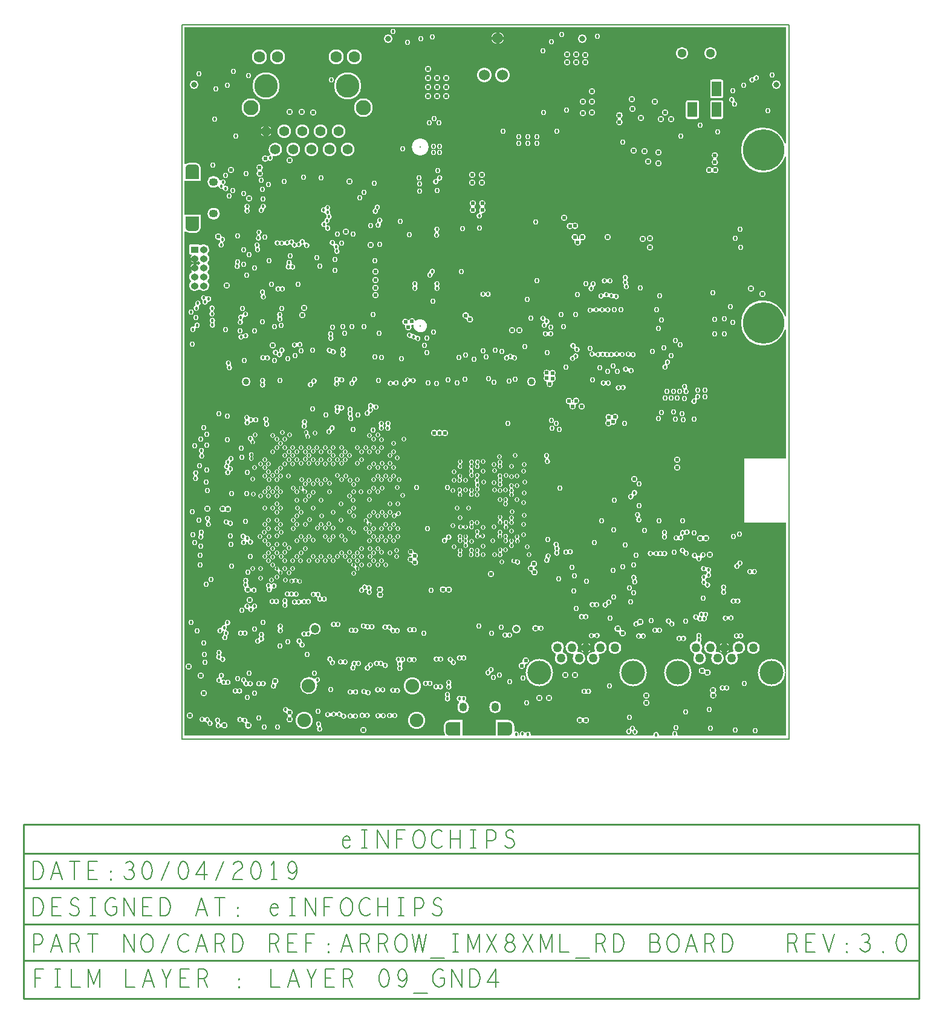
<source format=gbr>
G04 ================== begin FILE IDENTIFICATION RECORD ==================*
G04 Layout Name:  D:/ml/database/eI_Arrow_IMX8XML_RD_LAYOUT1.brd*
G04 Film Name:    L09.gbr*
G04 File Format:  Gerber RS274X*
G04 File Origin:  Cadence Allegro 17.2-S053*
G04 Origin Date:  Tue Jul 23 18:18:40 2019*
G04 *
G04 Layer:  DRAWING FORMAT/L9*
G04 Layer:  DRAWING FORMAT/FILM_LABEL_OUTLINE*
G04 Layer:  VIA CLASS/L9_GND4*
G04 Layer:  PIN/L9_GND4*
G04 Layer:  ETCH/L9_GND4*
G04 Layer:  BOARD GEOMETRY/OUTLINE*
G04 *
G04 Offset:    (0.00 0.00)*
G04 Mirror:    No*
G04 Mode:      Positive*
G04 Rotation:  0*
G04 FullContactRelief:  No*
G04 UndefLineWidth:     5.00*
G04 ================== end FILE IDENTIFICATION RECORD ====================*
%FSLAX25Y25*MOIN*%
%IR0*IPPOS*OFA0.00000B0.00000*MIA0B0*SFA1.00000B1.00000*%
%ADD17C,.01*%
%AMMACRO30*
4,1,24,.0374,-.01722,
.0374,.04085,
-.0374,.04085,
-.0374,-.01722,
-.037042,-.021322,
-.035978,-.0253,
-.034239,-.029033,
-.031878,-.032406,
-.028967,-.035319,
-.025594,-.037682,
-.021863,-.039423,
-.017886,-.04049,
-.013784,-.04085,
-.01378,-.04085,
.01378,-.04085,
.017882,-.040491,
.021859,-.039424,
.025591,-.037684,
.028964,-.035321,
.031875,-.032409,
.034237,-.029036,
.035976,-.025303,
.037042,-.021326,
.0374,-.017224,
.0374,-.01722,
0.0*
%
%ADD30MACRO30*%
%AMMACRO27*
4,1,24,.01722,.0374,
-.04085,.0374,
-.04085,-.0374,
.01722,-.0374,
.021322,-.037042,
.0253,-.035978,
.029033,-.034239,
.032406,-.031878,
.035319,-.028967,
.037682,-.025594,
.039423,-.021863,
.04049,-.017886,
.04085,-.013784,
.04085,-.01378,
.04085,.01378,
.040491,.017882,
.039424,.021859,
.037684,.025591,
.035321,.028964,
.032409,.031875,
.029036,.034237,
.025303,.035976,
.021326,.037042,
.017224,.0374,
.01722,.0374,
0.0*
%
%ADD27MACRO27*%
%ADD18C,.05*%
%ADD12C,.032*%
%ADD34C,.024*%
%ADD15C,.06*%
%ADD14C,.051*%
%ADD24C,.034*%
%ADD33C,.018*%
%ADD21C,.063*%
%ADD23C,.055*%
%ADD20C,.083*%
%ADD31C,.048*%
%ADD32C,.0748*%
%ADD22C,.13*%
%ADD19C,.131*%
%ADD11O,.042X.038*%
%ADD10R,.042X.038*%
%ADD13R,.052X.083*%
%AMMACRO26*
4,1,24,-.01722,-.0374,
.04085,-.0374,
.04085,.0374,
-.01722,.0374,
-.021322,.037042,
-.0253,.035978,
-.029033,.034239,
-.032406,.031878,
-.035319,.028967,
-.037682,.025594,
-.039423,.021863,
-.04049,.017886,
-.04085,.013784,
-.04085,.01378,
-.04085,-.01378,
-.040491,-.017882,
-.039424,-.021859,
-.037684,-.025591,
-.035321,-.028964,
-.032409,-.031875,
-.029036,-.034237,
-.025303,-.035976,
-.021326,-.037042,
-.017224,-.0374,
-.01722,-.0374,
0.0*
%
%ADD26MACRO26*%
%AMMACRO29*
4,1,24,-.0374,.01722,
-.0374,-.04085,
.0374,-.04085,
.0374,.01722,
.037042,.021322,
.035978,.0253,
.034239,.029033,
.031878,.032406,
.028967,.035319,
.025594,.037682,
.021863,.039423,
.017886,.04049,
.013784,.04085,
.01378,.04085,
-.01378,.04085,
-.017882,.040491,
-.021859,.039424,
-.025591,.037684,
-.028964,.035321,
-.031875,.032409,
-.034237,.029036,
-.035976,.025303,
-.037042,.021326,
-.0374,.017224,
-.0374,.01722,
0.0*
%
%ADD29MACRO29*%
%ADD16C,.228*%
%ADD28O,.04921X.04331*%
%ADD25O,.04331X.04921*%
%ADD35C,.015*%
%ADD36C,.025*%
%ADD37C,.004*%
%ADD38C,.005*%
%ADD39C,.03004*%
%ADD44C,.05004*%
%ADD55C,.07004*%
%ADD51C,.08004*%
%ADD40C,.02604*%
%ADD50C,.06304*%
%ADD42C,.03604*%
%ADD48C,.08304*%
%ADD47C,.07504*%
%ADD41C,.04804*%
%ADD54C,.05804*%
%ADD46C,.06704*%
%ADD52C,.06804*%
%ADD43C,.09484*%
%ADD56C,.09296*%
%ADD49C,.10304*%
%ADD45C,.15004*%
%ADD53C,.15104*%
%ADD57O,.06334X.06924*%
G75*
%LPD*%
G75*
G36*
G01X278484Y94718D02*
Y59714D01*
X301690D01*
Y-57900D01*
X242003D01*
G02X241684Y-57405I0J350D01*
G03X241819Y-56784I-1367J622D01*
G03X238815I-1502J0D01*
G03X238950Y-57405I1502J1D01*
G02X238631Y-57900I-319J-145D01*
G01X231849D01*
G02X231503Y-57500I1J350D01*
G03X231519Y-57284I-1486J219D01*
G03X228515I-1502J0D01*
G03X228531Y-57500I1502J3D01*
G02X228185Y-57900I-347J-50D01*
G01X161187D01*
G02X160853Y-57446I0J350D01*
G03X160921Y-57000I-1434J447D01*
G03X159419Y-55498I-1502J0D01*
G03X158180Y-56151I0J-1502D01*
G02X157591Y-56132I-288J198D01*
G03X156300Y-55398I-1291J-768D01*
G03X154798Y-56900I0J-1502D01*
G03X154894Y-57427I1502J1D01*
G02X154566Y-57900I-328J-123D01*
G01X154160D01*
Y-57682D01*
X154176Y-57647D01*
G03X154317Y-57016I-1361J635D01*
G01Y-57015D01*
G03X152815Y-55513I-1502J0D01*
G03X152090Y-55700I1J-1502D01*
G01X152071Y-55710D01*
X151862Y-55766D01*
X151810Y-55569D01*
X151811Y-55541D01*
G03X151818Y-55331I-3357J217D01*
G01Y-52575D01*
G03X148454Y-49212I-3364J-1D01*
G01X141644D01*
Y-57900D01*
X123176D01*
Y-49212D01*
X116366D01*
G03X113002Y-52575I0J-3364D01*
G01Y-55331D01*
G03X113669Y-57341I3364J1D01*
G02X113389Y-57900I-281J-209D01*
G01X-29946D01*
Y219737D01*
G02X-29361Y219996I350J0D01*
G03X-27100Y219122I2262J2490D01*
G01X-24344D01*
G03X-20980Y222486I0J3364D01*
G01Y229296D01*
X-29946D01*
Y247764D01*
X-20980D01*
Y254574D01*
G03X-24344Y257938I-3364J0D01*
G01X-27100D01*
G03X-29361Y257064I1J-3364D01*
G02X-29946Y257323I-235J259D01*
G01Y332500D01*
X301690D01*
Y268726D01*
G02X301007Y268619I-350J0D01*
G03X289190Y277256I-11817J-3765D01*
G03Y252452I0J-12402D01*
G03X301007Y261089I0J12402D01*
G02X301690Y260982I333J-107D01*
G01Y173450D01*
G02X301007Y173343I-350J0D01*
G03X289190Y181980I-11817J-3765D01*
G03Y157176I0J-12402D01*
G03X301007Y165813I0J12402D01*
G02X301690Y165706I333J-107D01*
G01Y94718D01*
X278484D01*
G37*
%LPC*%
G75*
G36*
G01X208954Y282409D02*
G02X207998Y284000I846J1591D01*
G02X211602I1802J0D01*
G02X210646Y282409I-1802J0D01*
G03Y281791I164J-309D01*
G02X211602Y280200I-846J-1591D01*
G02X207998I-1802J0D01*
G02X208954Y281791I1802J0D01*
G03Y282409I-164J309D01*
G37*
G36*
G01X17472Y262502D02*
G02X16347Y265181I2627J2679D01*
G02X20099Y261429I3752J0D01*
G02X18938Y261613I0J3752D01*
G03X18521Y261114I-109J-333D01*
G02X18702Y260400I-1321J-715D01*
G02X17200Y258898I-1502J0D01*
G02X16414Y259120I0J1502D01*
G03X15950Y259030I-183J-298D01*
G02X14500Y258298I-1450J1070D01*
G02Y261902I0J1802D01*
G02X15679Y261463I0J-1803D01*
G03X16152Y261476I229J264D01*
G02X17200Y261902I1048J-1076D01*
G01X17222D01*
G03X17472Y262502I5J350D01*
G37*
G36*
G01X261496Y260367D02*
G02X260615Y261916I921J1549D01*
G02X264219I1802J0D01*
G02X263338Y260367I-1802J0D01*
G03Y259765I178J-301D01*
G02X264219Y258216I-921J-1549D01*
G02X260615I-1802J0D01*
G02X261496Y259765I1802J0D01*
G03Y260367I-178J301D01*
G37*
G36*
G01X109217Y249268D02*
G02X109199Y249499I1484J232D01*
G02X110701Y247997I1502J0D01*
G02X110400Y248027I-2J1502D01*
G03X109984Y247631I-70J-343D01*
G02X110002Y247400I-1484J-232D01*
G02X108500Y248902I-1502J0D01*
G02X108801Y248872I2J-1502D01*
G03X109217Y249268I70J343D01*
G37*
G36*
G01X-14206Y244123D02*
G02Y250457I0J3167D01*
G01X-13616D01*
G02X-10563Y248134I0J-3168D01*
G03X-9938Y248029I337J93D01*
G02X-8700Y248680I1238J-852D01*
G02X-7198Y247178I0J-1502D01*
G02X-8056Y245821I-1502J0D01*
G03X-8242Y245407I150J-316D01*
G02X-8232Y245368I-1450J-393D01*
G03X-7782Y245125I339J89D01*
G02X-7306Y245202I475J-1425D01*
G02Y242198I0J-1502D01*
G02X-8759Y243321I0J1501D01*
G03X-9209Y243564I-339J-89D01*
G02X-9685Y243487I-475J1425D01*
G02X-11134Y244594I0J1502D01*
G03X-11685Y244780I-338J-92D01*
G02X-13616Y244123I-1931J2509D01*
G01X-14206D01*
G37*
G36*
G01X133212Y233909D02*
G02X132398Y235416I988J1507D01*
G02X136002I1802J0D01*
G02X135188Y233909I-1802J0D01*
G03Y233323I191J-293D01*
G02X136002Y231816I-988J-1507D01*
G02X134200Y230014I-1802J0D01*
G02X134038Y230021I-3J1802D01*
G03X133720Y229472I-31J-348D01*
G02X133992Y228610I-1230J-862D01*
G02X132490Y230112I-1502J0D01*
G01X132521D01*
G03X132800Y230682I7J350D01*
G02X132398Y231816I1400J1134D01*
G02X133212Y233323I1802J0D01*
G03Y233909I-191J293D01*
G37*
G36*
G01X47015Y233269D02*
G03X47423Y233506I74J342D01*
G02X48855Y234556I1432J-451D01*
G02X50357Y233054I0J-1502D01*
G02X49934Y232009I-1502J0D01*
G03X49946Y231511I251J-243D01*
G02X50419Y230416I-1029J-1094D01*
G02X50318Y229875I-1502J0D01*
G03X50468Y229447I327J-126D01*
G02X51212Y228150I-759J-1297D01*
G02X50247Y226747I-1502J0D01*
G03X50036Y226321I125J-327D01*
G02X50098Y225895I-1440J-427D01*
G02X48644Y224394I-1502J0D01*
G03X48306Y224022I11J-350D01*
G02X48309Y223926I-1499J-95D01*
G02X48288Y223674I-1502J-2D01*
G03X48702Y223272I345J-59D01*
G02X49000Y223302I299J-1472D01*
G02X47498Y221800I0J-1502D01*
G02X47519Y222052I1502J2D01*
G03X47105Y222454I-345J59D01*
G02X46807Y222424I-299J1472D01*
G02X45305Y223926I0J1502D01*
G02X46759Y225427I1502J0D01*
G03X47097Y225799I-11J350D01*
G02X47094Y225895I1499J95D01*
G02X48059Y227298I1502J0D01*
G03X48270Y227724I-125J327D01*
G02X48208Y228150I1440J427D01*
G02X48309Y228691I1502J0D01*
G03X48159Y229119I-327J126D01*
G02X47454Y230074I758J1297D01*
G03X47036Y230336I-341J-79D01*
G02X46701Y230298I-336J1464D01*
G02Y233302I0J1502D01*
G02X47015Y233269I1J-1502D01*
G37*
G36*
G01X108335Y219925D02*
G02X107698Y221153I865J1228D01*
G02X110702I1502J0D01*
G02X109903Y219826I-1501J0D01*
G03X109865Y219231I164J-309D01*
G02X110502Y218003I-865J-1228D01*
G02X107498I-1502J0D01*
G02X108297Y219330I1501J0D01*
G03X108335Y219925I-164J309D01*
G37*
G36*
G01X10191Y218333D02*
G02X9617Y219514I928J1181D01*
G02X12621I1502J0D01*
G02X11788Y218169I-1502J0D01*
G03X11728Y217581I156J-313D01*
G02X12302Y216400I-928J-1181D01*
G02X9298I-1502J0D01*
G02X10131Y217745I1502J0D01*
G03X10191Y218333I-156J313D01*
G37*
G36*
G01X-10958Y215369D02*
G02X-11400Y215314I-442J1747D01*
G02Y218918I0J1802D01*
G02X-9627Y217437I0J-1802D01*
G03X-9253Y217151I344J63D01*
G02X-9129Y217156I122J-1497D01*
G02X-7627Y215654I0J-1502D01*
G02X-8604Y214247I-1502J0D01*
G03X-8727Y213670I123J-328D01*
G02X-8279Y212600I-1054J-1070D01*
G02X-11283I-1502J0D01*
G02X-10306Y214007I1502J0D01*
G03X-10183Y214584I-123J328D01*
G02X-10543Y215148I1054J1070D01*
G03X-10958Y215369I-329J-118D01*
G37*
G36*
G01X187741Y216198D02*
G02X187598Y216900I1659J703D01*
G02X189400Y215098I1802J0D01*
G02X188882Y215174I0J1803D01*
G03X188459Y214702I-101J-335D01*
G02X188602Y214000I-1659J-703D01*
G02X184998I-1802J0D01*
G02X185123Y214658I1802J-1D01*
G03X184862Y215130I-326J128D01*
G02X183398Y216900I338J1770D01*
G02X187002I1802J0D01*
G02X186877Y216242I-1802J1D01*
G03X187138Y215770I326J-128D01*
G02X187318Y215726I-337J-1770D01*
G03X187741Y216198I101J335D01*
G37*
G36*
G01X31927Y213737D02*
G02X33110Y214317I1186J-922D01*
G03X33455Y214612I-1J350D01*
G02X34938Y215877I1483J-237D01*
G02X36440Y214375I0J-1502D01*
G02X36416Y214110I-1502J2D01*
G03X36885Y213721I344J-62D01*
G02X37417Y213818I531J-1405D01*
G02X35915Y212316I0J-1502D01*
G02X35939Y212581I1502J-2D01*
G03X35470Y212970I-344J62D01*
G02X34941Y212873I-531J1405D01*
G03X34596Y212578I1J-350D01*
G02X33113Y211313I-1483J237D01*
G02X32276Y211568I0J1501D01*
G03X31805Y211492I-195J-291D01*
G02X30619Y210912I-1186J923D01*
G02X29117Y212389I0J1502D01*
G03X28817Y212730I-350J-5D01*
G02X28223Y212951I215J1486D01*
G03X27748Y212857I-188J-295D01*
G02X26517Y212216I-1231J862D01*
G02X25452Y212659I0J1502D01*
G03X24923Y212621I-248J-247D01*
G02X23717Y212014I-1206J895D01*
G02X22613Y212498I0J1501D01*
G03X22129Y212528I-258J-237D01*
G02X21159Y212172I-971J1146D01*
G02Y215176I0J1502D01*
G02X22263Y214692I0J-1501D01*
G03X22747Y214662I258J237D01*
G02X23717Y215018I971J-1146D01*
G02X24782Y214575I0J-1502D01*
G03X25311Y214613I248J247D01*
G02X26517Y215220I1206J-895D01*
G02X27327Y214983I0J-1503D01*
G03X27802Y215077I188J295D01*
G02X29033Y215718I1231J-862D01*
G02X30535Y214241I0J-1502D01*
G03X30835Y213900I350J5D01*
G02X31456Y213661I-216J-1486D01*
G03X31927Y213737I195J291D01*
G37*
G36*
G01X51816Y212332D02*
G02X51502Y212299I-313J1469D01*
G02X53004Y213801I0J1502D01*
G02X52970Y213485I-1502J2D01*
G03X53386Y213069I342J-74D01*
G02X53700Y213102I313J-1469D01*
G02X55202Y211600I0J-1502D01*
G02X54945Y210759I-1502J-1D01*
G03X55020Y210287I290J-196D01*
G02X55602Y209100I-919J-1187D01*
G02X52598I-1502J0D01*
G02X52855Y209941I1502J1D01*
G03X52780Y210413I-290J196D01*
G02X52198Y211600I919J1187D01*
G02X52232Y211916I1502J-2D01*
G03X51816Y212332I-342J74D01*
G37*
G36*
G01X201109Y183880D02*
G02X199700Y182898I-1409J520D01*
G02Y185902I0J1502D01*
G02X200643Y185569I0J-1502D01*
G03X201191Y185720I220J272D01*
G02X202600Y186702I1409J-520D01*
G02X203935Y185888I0J-1502D01*
G03X204464Y185775I311J161D01*
G02X205400Y186102I936J-1176D01*
G02X206653Y185429I0J-1503D01*
G03X207144Y185334I292J193D01*
G02X208000Y185602I856J-1233D01*
G02Y182598I0J-1502D01*
G02X206747Y183271I0J1503D01*
G03X206256Y183366I-292J-193D01*
G02X205400Y183098I-856J1233D01*
G02X204065Y183912I0J1502D01*
G03X203536Y184025I-311J-161D01*
G02X202600Y183698I-936J1176D01*
G02X201657Y184031I0J1502D01*
G03X201109Y183880I-220J-272D01*
G37*
G36*
G01X-15602Y176457D02*
G02X-16285Y177716I819J1259D01*
G02X-13281I1502J0D01*
G02X-13978Y176448I-1502J0D01*
G03X-13981Y175859I188J-295D01*
G02X-13298Y174600I-819J-1259D01*
G02X-16302I-1502J0D01*
G02X-15605Y175868I1502J0D01*
G03X-15602Y176457I-188J295D01*
G37*
G36*
G01X195077Y176000D02*
G02X193700Y175098I-1377J600D01*
G02Y178102I0J1502D01*
G02X194986Y177375I0J-1501D01*
G03X195607Y177416I300J181D01*
G02X196984Y178318I1377J-600D01*
G02X198292Y177555I0J-1503D01*
G03X198900Y177552I305J172D01*
G02X200200Y178302I1300J-752D01*
G02X201498Y177556I0J-1502D01*
G03X202102I302J177D01*
G02X203400Y178302I1298J-756D01*
G02Y175298I0J-1502D01*
G02X202102Y176044I0J1502D01*
G03X201498I-302J-177D01*
G02X200200Y175298I-1298J756D01*
G02X198892Y176061I0J1503D01*
G03X198284Y176064I-305J-172D01*
G02X196984Y175314I-1300J752D01*
G02X195698Y176041I0J1501D01*
G03X195077Y176000I-300J-181D01*
G37*
G36*
G01X2116Y174441D02*
G02X3617Y175902I1501J-41D01*
G02Y172898I0J-1502D01*
G02X3091Y172993I0J1502D01*
G03X2618Y172675I-123J-328D01*
G02X1995Y171497I-1501J40D01*
G03X1935Y170984I204J-284D01*
G02X2302Y170000I-1136J-984D01*
G02X-702I-1502J0D01*
G02X-78Y171219I1503J0D01*
G03X-18Y171732I-204J284D01*
G02X-385Y172716I1136J984D01*
G02X1117Y174218I1502J0D01*
G02X1643Y174123I0J-1502D01*
G03X2116Y174441I123J328D01*
G37*
G36*
G01X93223Y171343D02*
G03X93792Y171376I273J219D01*
G02X95317Y172218I1525J-960D01*
G02X97044Y170930I0J-1802D01*
G03X97609Y170766I335J100D01*
G02X96369Y168349I2408J-2762D01*
G03X95906Y168713I-348J33D01*
G02X95317Y168614I-589J1703D01*
G01X95300D01*
G03X94991Y168094I-3J-350D01*
G02X95219Y167216I-1574J-877D01*
G02X91615I-1802J0D01*
G02X91772Y167952I1802J0D01*
G03X91512Y168440I-319J143D01*
G02X90015Y170216I305J1776D01*
G02X91817Y172018I1802J0D01*
G02X93223Y171343I0J-1802D01*
G37*
G36*
G01X-24449Y167885D02*
G02X-24504Y168286I1447J403D01*
G02X-23002Y166784I1502J0D01*
G02X-23499Y166869I1J1502D01*
G03X-23953Y166445I-117J-330D01*
G02X-23898Y166044I-1447J-403D01*
G02X-25400Y167546I-1502J0D01*
G02X-24903Y167461I-1J-1502D01*
G03X-24449Y167885I117J330D01*
G37*
G36*
G01X184501Y155528D02*
G02X184200Y155498I-299J1472D01*
G02X185702Y157000I0J1502D01*
G02X185683Y156764I-1502J2D01*
G03X186099Y156366I346J-55D01*
G02X186400Y156396I299J-1472D01*
G02X184898Y154894I0J-1502D01*
G02X184917Y155130I1502J-2D01*
G03X184501Y155528I-346J55D01*
G37*
G36*
G01X206457Y153241D02*
G03X206986Y153284I246J249D01*
G02X208200Y153902I1214J-883D01*
G02X209475Y153194I0J-1502D01*
G03X210042Y153156I297J185D01*
G02X211200Y153702I1158J-955D01*
G02Y150698I0J-1502D01*
G02X209925Y151406I0J1502D01*
G03X209358Y151444I-297J-185D01*
G02X208200Y150898I-1158J955D01*
G02X207143Y151333I0J1502D01*
G03X206614Y151290I-246J-249D01*
G02X205400Y150672I-1214J883D01*
G02X204395Y151058I0J1501D01*
G03X203927I-234J-260D01*
G02X202922Y150672I-1005J1115D01*
G02X201884Y151089I1J1502D01*
G03X201431Y151115I-242J-253D01*
G02X200526Y150812I-905J1200D01*
G02X199610Y151124I0J1501D01*
G03X199157Y151102I-214J-277D01*
G02X198128Y150694I-1029J1094D01*
G02X196738Y151626I0J1503D01*
G03X196110Y151664I-323J-133D01*
G02X194800Y150898I-1310J737D01*
G02Y153902I0J1502D01*
G02X196190Y152970I0J-1503D01*
G03X196818Y152932I323J133D01*
G02X198128Y153698I1310J-737D01*
G02X199044Y153386I0J-1501D01*
G03X199497Y153408I214J277D01*
G02X200526Y153816I1029J-1094D01*
G02X201564Y153399I-1J-1502D01*
G03X202017Y153373I242J253D01*
G02X202922Y153676I905J-1200D01*
G02X203927Y153290I0J-1501D01*
G03X204395I234J260D01*
G02X205400Y153676I1005J-1115D01*
G02X206457Y153241I0J-1502D01*
G37*
G36*
G01X214201Y142980D02*
G02X213200Y142598I-1001J1121D01*
G02Y145602I0J1502D01*
G02X214626Y144571I0J-1502D01*
G03X215191Y144420I332J110D01*
G02X216192Y144802I1001J-1121D01*
G02Y141798I0J-1502D01*
G02X214766Y142829I0J1502D01*
G03X214201Y142980I-332J-110D01*
G37*
G36*
G01X91523Y137948D02*
G02X91515Y138100I1494J155D01*
G02X93017Y139602I1502J0D01*
G02X94347Y138798I0J-1502D01*
G03X94930Y138741I310J162D01*
G02X96100Y139302I1171J-941D01*
G02Y136298I0J-1502D01*
G02X94770Y137102I0J1502D01*
G03X94187Y137159I-310J-162D01*
G02X93133Y136602I-1171J940D01*
G03X92811Y136218I26J-349D01*
G02X92819Y136066I-1494J-155D01*
G02X89815I-1502J0D01*
G02X91201Y137564I1503J0D01*
G03X91523Y137948I-26J349D01*
G37*
G36*
G01X84864Y135651D02*
G02X83517Y134814I-1347J665D01*
G02Y137818I0J1502D01*
G02X84723Y137211I0J-1502D01*
G03X85318Y137265I281J209D01*
G02X86665Y138102I1347J-665D01*
G02Y135098I0J-1502D01*
G02X85459Y135705I0J1502D01*
G03X84864Y135651I-281J-209D01*
G37*
G36*
G01X251645Y128352D02*
G02X251498Y129000I1355J648D01*
G02X253000Y127498I1502J0D01*
G02X252652Y127539I1J1502D01*
G03X252255Y127048I-81J-341D01*
G02X252402Y126400I-1355J-648D01*
G02X250900Y127902I-1502J0D01*
G02X251248Y127861I-1J-1502D01*
G03X251645Y128352I81J341D01*
G37*
G36*
G01X71429Y123039D02*
G02X71124Y123946I1196J907D01*
G02X72626Y125448I1502J0D01*
G02X74037Y124461I0J-1502D01*
G03X74599Y124320I329J120D01*
G02X75600Y124702I1001J-1121D01*
G02Y121698I0J-1502D01*
G02X74120Y122944I0J1502D01*
G03X73810Y123021I-172J-31D01*
G02X73713Y122909I-1183J926D01*
G03X73687Y122456I253J-242D01*
G02X73992Y121549I-1196J-907D01*
G02X72611Y120052I-1502J0D01*
G03X72289Y119719I28J-349D01*
G02X70789Y118287I-1500J70D01*
G02X69287Y119789I0J1502D01*
G02X70668Y121286I1502J0D01*
G03X70990Y121619I-28J349D01*
G02X71403Y122586I1500J-69D01*
G03X71429Y123039I-253J242D01*
G37*
G36*
G01X169090Y95093D02*
G02X168115Y96500I528J1407D01*
G02X171119I1502J0D01*
G02X170535Y95311I-1502J0D01*
G03X170627Y94707I214J-276D01*
G02X171602Y93300I-528J-1407D01*
G02X168598I-1502J0D01*
G02X169182Y94489I1502J0D01*
G03X169090Y95093I-214J276D01*
G37*
G36*
G01X121208Y92095D02*
G02X120753Y93084I847J989D01*
G02X123357I1302J0D01*
G02X122745Y91980I-1302J0D01*
G03X122703Y91418I186J-296D01*
G02X123158Y90429I-847J-989D01*
G02X120554I-1302J0D01*
G02X121166Y91533I1302J0D01*
G03X121208Y92095I-186J296D01*
G37*
G36*
G01X130631Y84516D02*
G02X130082Y85578I753J1062D01*
G02X132686I1302J0D01*
G02X131975Y84418I-1302J0D01*
G03X131931Y83820I158J-312D01*
G02X132480Y82758I-753J-1062D01*
G02X132168Y81913I-1302J1D01*
G03X132232Y81400I266J-227D01*
G02X132780Y80339I-753J-1061D01*
G02X132320Y79346I-1302J0D01*
G03X132302Y78828I226J-267D01*
G02X132696Y77895I-908J-933D01*
G02X130092I-1302J0D01*
G02X130552Y78888I1302J0D01*
G03X130570Y79406I-226J267D01*
G02X130176Y80339I908J933D01*
G02X130488Y81184I1302J-1D01*
G03X130424Y81697I-266J227D01*
G02X129876Y82758I753J1061D01*
G02X130587Y83918I1302J0D01*
G03X130631Y84516I-158J312D01*
G37*
G36*
G01X149468Y78882D02*
G02X148934Y79933I767J1051D01*
G02X151538I1302J0D01*
G02X151041Y78910I-1301J0D01*
G03X151051Y78352I216J-275D01*
G02X151585Y77301I-767J-1051D01*
G02X151221Y76398I-1302J0D01*
G03X151228Y75906I252J-242D01*
G02X151619Y74976I-911J-930D01*
G02X149015I-1302J0D01*
G02X149379Y75879I1302J0D01*
G03X149372Y76371I-252J242D01*
G02X148981Y77301I911J930D01*
G02X149478Y78324I1301J0D01*
G03X149468Y78882I-216J275D01*
G37*
G36*
G01X34752Y77316D02*
G02X34404Y77269I-347J1255D01*
G02X35706Y78571I0J1302D01*
G02X35663Y78241I-1302J2D01*
G03X36096Y77815I339J-89D01*
G02X36444Y77862I347J-1255D01*
G02X35142Y76560I0J-1302D01*
G02X35185Y76890I1302J-2D01*
G03X34752Y77316I-339J89D01*
G37*
G36*
G01X121074Y76574D02*
G02X120491Y77660I720J1086D01*
G02X123095I1302J0D01*
G02X122646Y76676I-1303J0D01*
G03X122682Y76120I229J-264D01*
G02X123265Y75034I-720J-1086D01*
G02X120661I-1302J0D01*
G02X121110Y76018I1303J0D01*
G03X121074Y76574I-229J264D01*
G37*
G36*
G01X86717Y64689D02*
G02X88017Y65918I1300J-73D01*
G02Y63314I0J-1302D01*
G02X87450Y63444I0J1301D01*
G03X86948Y63148I-153J-315D01*
G02X85648Y61919I-1300J73D01*
G02Y64523I0J1302D01*
G02X86215Y64393I0J-1301D01*
G03X86717Y64689I153J315D01*
G37*
G36*
G01X143292Y61323D02*
G02X142697Y62416I706J1093D01*
G02X145301I1302J0D01*
G02X144767Y61365I-1301J0D01*
G03X144783Y60788I206J-283D01*
G02X145378Y59695I-706J-1093D01*
G02X142774I-1302J0D01*
G02X143308Y60746I1301J0D01*
G03X143292Y61323I-206J283D01*
G37*
G36*
G01X149521Y61200D02*
G02X149015Y62230I795J1030D01*
G02X151619I1302J0D01*
G02X151113Y61200I-1301J0D01*
G03Y60646I214J-277D01*
G02X151619Y59616I-795J-1030D01*
G02X149015I-1302J0D01*
G02X149521Y60646I1301J0D01*
G03Y61200I-214J277D01*
G37*
G36*
G01X-17888Y60418D02*
G02X-18802Y61800I588J1382D01*
G02X-15798I1502J0D01*
G02X-16306Y60674I-1502J0D01*
G03X-16212Y60089I231J-263D01*
G02X-15298Y58707I-588J-1382D01*
G02X-18302I-1502J0D01*
G02X-17794Y59833I1502J0D01*
G03X-17888Y60418I-231J263D01*
G37*
G36*
G01X70325Y59432D02*
G02X70015Y59395I-308J1265D01*
G02X71317Y60697I0J1302D01*
G02X71283Y60400I-1302J-1D01*
G03X71707Y59981I341J-79D01*
G02X72017Y60018I308J-1265D01*
G02X70715Y58716I0J-1302D01*
G02X70749Y59013I1302J1D01*
G03X70325Y59432I-341J79D01*
G37*
G36*
G01X146460Y58641D02*
G02X145924Y59694I766J1053D01*
G02X148528I1302J0D01*
G02X147985Y58636I-1302J0D01*
G03X147983Y58069I204J-284D01*
G02X148519Y57016I-766J-1053D01*
G02X145915I-1302J0D01*
G02X146458Y58074I1302J0D01*
G03X146460Y58641I-204J284D01*
G37*
G36*
G01X123260Y56464D02*
G02X122156Y55853I-1104J692D01*
G02Y58457I0J1302D01*
G02X123295Y57787I0J-1303D01*
G03X123897Y57771I306J170D01*
G02X125001Y58382I1104J-692D01*
G02Y55778I0J-1302D01*
G02X123862Y56448I0J1303D01*
G03X123260Y56464I-306J-170D01*
G37*
G36*
G01X130685Y53490D02*
G02X130117Y54565I733J1075D01*
G02X132721I1302J0D01*
G02X132204Y53527I-1302J1D01*
G03X132218Y52958I211J-279D01*
G02X132586Y52576I-734J-1075D01*
G03X133208Y52634I296J186D01*
G02X134420Y53459I1212J-478D01*
G02Y50855I0J-1302D01*
G02X133318Y51464I0J1302D01*
G03X132696Y51406I-296J-186D01*
G02X131484Y50581I-1212J478D01*
G02X130182Y51883I0J1302D01*
G02X130699Y52921I1302J-1D01*
G03X130685Y53490I-211J279D01*
G37*
G36*
G01X245520Y55260D02*
G03X245969Y55325I186J296D01*
G02X247097Y55836I1129J-991D01*
G02Y52832I0J-1502D01*
G02X246298Y53062I0J1503D01*
G03X245849Y52997I-186J-296D01*
G02X244991Y52510I-1129J990D01*
G03X244765Y51968I63J-344D01*
G02X245030Y51116I-1237J-852D01*
G02X243528Y49614I-1502J0D01*
G02X242555Y49972I0J1501D01*
G03X242101I-227J-267D01*
G02X241128Y49614I-973J1143D01*
G02Y52618I0J1502D01*
G02X242101Y52260I0J-1501D01*
G03X242555I227J267D01*
G02X243258Y52594I974J-1143D01*
G03X243484Y53136I-63J344D01*
G02X243219Y53988I1237J852D01*
G02X244721Y55490I1502J0D01*
G02X245520Y55260I0J-1503D01*
G37*
G36*
G01X114227Y51425D02*
G02X114215Y51616I1490J189D01*
G02X115717Y50114I1502J0D01*
G02X115260Y50185I-1J1502D01*
G03X114807Y49807I-106J-333D01*
G02X114819Y49616I-1490J-189D01*
G02X113317Y51118I-1502J0D01*
G02X113774Y51047I1J-1502D01*
G03X114227Y51425I106J333D01*
G37*
G36*
G01X149516Y48391D02*
G02X148994Y49434I781J1043D01*
G02X151598I1302J0D01*
G02X151045Y48369I-1302J0D01*
G03X151037Y47803I202J-286D01*
G02X151559Y46760I-781J-1043D01*
G02X148955I-1302J0D01*
G02X149508Y47825I1302J0D01*
G03X149516Y48391I-202J286D01*
G37*
G36*
G01X143353Y43402D02*
G02X142820Y44453I770J1051D01*
G02X145424I1302J0D01*
G02X144856Y43378I-1301J0D01*
G03X144847Y42806I197J-289D01*
G02X145380Y41755I-770J-1051D01*
G02X142776I-1302J0D01*
G02X143344Y42830I1301J0D01*
G03X143353Y43402I-197J289D01*
G37*
G36*
G01X228117Y41761D02*
G02X226817Y41012I-1300J754D01*
G02Y44016I0J1502D01*
G02X228113Y43274I0J-1503D01*
G03X228717Y43275I302J177D01*
G02X230017Y44024I1300J-754D01*
G02X231050Y43613I1J-1502D01*
G03X231290Y43612I121J127D01*
G02X232317Y44018I1027J-1096D01*
G02X233291Y43659I0J-1501D01*
G03X233745I227J267D01*
G02X234717Y44016I972J-1145D01*
G02Y41012I0J-1502D01*
G02X233743Y41371I0J1501D01*
G03X233289I-227J-267D01*
G02X232317Y41014I-972J1145D01*
G02X231284Y41425I-1J1502D01*
G03X231044Y41426I-121J-127D01*
G02X230017Y41020I-1027J1096D01*
G02X228721Y41762I0J1503D01*
G03X228117Y41761I-302J-177D01*
G37*
G36*
G01X254335Y41487D02*
G02X254315Y41732I1482J244D01*
G02X255817Y40230I1502J0D01*
G02X255515Y40261I2J1502D01*
G03X255099Y39861I-71J-343D01*
G02X255119Y39616I-1482J-244D01*
G02X252115I-1502J0D01*
G02X252116Y39658I1502J-15D01*
G03X251649Y39998I-350J10D01*
G02X251146Y39911I-504J1415D01*
G02X252648Y41413I0J1502D01*
G02X252647Y41371I-1502J15D01*
G03X253114Y41031I350J-10D01*
G02X253617Y41118I504J-1415D01*
G02X253919Y41087I-2J-1502D01*
G03X254335Y41487I71J343D01*
G37*
G36*
G01X63521Y34952D02*
G02X63207Y34914I-312J1264D01*
G02X64509Y36216I0J1302D01*
G02X64468Y35891I-1302J-1D01*
G03X64891Y35465I339J-87D01*
G02X65205Y35503I312J-1264D01*
G02X63903Y34201I0J-1302D01*
G02X63944Y34526I1302J1D01*
G03X63521Y34952I-339J87D01*
G37*
G36*
G01X21252Y32849D02*
G02X20924Y32807I-328J1260D01*
G02X22226Y34109I0J1302D01*
G02X22166Y33719I-1302J1D01*
G03X22589Y33276I334J-104D01*
G02X22917Y33318I328J-1260D01*
G02X21615Y32016I0J-1302D01*
G02X21675Y32406I1302J-1D01*
G03X21252Y32849I-334J104D01*
G37*
G36*
G01X2661Y26629D02*
G02X2303Y27602I1143J973D01*
G02X5307I1502J0D01*
G02X4949Y26629I-1501J0D01*
G03Y26175I267J-227D01*
G02X5307Y25202I-1143J-973D01*
G02X5239Y24756I-1502J1D01*
G03X5453Y24324I334J-103D01*
G02X6508Y23296I-620J-1692D01*
G03X7114Y23215I326J129D01*
G02X8317Y23818I1203J-899D01*
G02Y20814I0J-1502D01*
G02X6972Y21648I0J1502D01*
G03X6361Y21678I-314J-155D01*
G02X4833Y20830I-1528J953D01*
G02X3031Y22632I0J1802D01*
G02X3217Y23430I1802J1D01*
G03X3074Y23890I-314J155D01*
G02X2303Y25202I731J1312D01*
G02X2661Y26175I1501J0D01*
G03Y26629I-267J227D01*
G37*
G36*
G01X15478Y23615D02*
G02X14898Y24800I922J1186D01*
G02X16400Y26302I1502J0D01*
G02X17644Y25642I0J-1502D01*
G03X18211Y25624I290J196D01*
G02X19399Y26207I1188J-919D01*
G02Y23203I0J-1502D01*
G02X18751Y23350I0J1502D01*
G03X18260Y22952I-151J-316D01*
G02X18302Y22600I-1460J-353D01*
G02X15298I-1502J0D01*
G02X15519Y23385I1502J1D01*
G03X15478Y23615I-149J92D01*
G37*
G36*
G01X269482Y6140D02*
G02X268167Y5364I-1315J726D01*
G02Y8368I0J1502D01*
G02X269407Y7714I0J-1503D01*
G03X270002Y7742I289J197D01*
G02X271317Y8518I1315J-726D01*
G02Y5514I0J-1502D01*
G02X270077Y6168I0J1503D01*
G03X269482Y6140I-289J-197D01*
G37*
G36*
G01X-7527Y3697D02*
G02X-7702Y4400I1327J704D01*
G02X-6200Y2898I1502J0D01*
G02X-6414Y2913I-2J1502D01*
G03X-6773Y2403I-50J-346D01*
G02X-6598Y1700I-1327J-704D01*
G02X-7034Y641I-1502J-1D01*
G03X-6832Y48I248J-246D01*
G02X-5529Y-1441I-199J-1489D01*
G02X-6283Y-2743I-1501J0D01*
G03X-6428Y-3189I175J-303D01*
G02X-6298Y-3800I-1371J-611D01*
G02X-9302I-1502J0D01*
G02X-8548Y-2498I1501J0D01*
G03X-8403Y-2052I-175J303D01*
G02X-8533Y-1441I1371J611D01*
G02X-8097Y-382I1502J1D01*
G03X-8299Y211I-248J246D01*
G02X-8465Y243I201J1489D01*
G03X-8900Y-78I-86J-339D01*
G02X-10400Y-1502I-1500J78D01*
G02Y1502I0J1502D01*
G02X-10035Y1457I0J-1503D01*
G03X-9600Y1778I86J339D01*
G02X-8100Y3202I1500J-78D01*
G02X-7886Y3187I2J-1502D01*
G03X-7527Y3697I50J346D01*
G37*
G36*
G01X209333Y-610D02*
G02X208817Y-686I-518J1726D01*
G02X210619Y1116I0J1802D01*
G02X210562Y665I-1802J-1D01*
G03X211001Y242I339J-88D01*
G02X211517Y318I518J-1726D01*
G02X209715Y-1484I0J-1802D01*
G02X209772Y-1033I1802J1D01*
G03X209333Y-610I-339J88D01*
G37*
G36*
G01X195692Y-3578D02*
G02X194417Y-4286I-1275J794D01*
G02Y-1282I0J1502D01*
G02X195616Y-1879I0J-1503D01*
G03X196192Y-1853I279J211D01*
G02X197467Y-1145I1275J-794D01*
G02Y-4149I0J-1502D01*
G02X196268Y-3552I0J1503D01*
G03X195692Y-3578I-279J-211D01*
G37*
G36*
G01X272719Y-11237D02*
G02X272139Y-9307I2921J1930D01*
G02X275641Y-12809I3502J0D01*
G02X274984Y-12747I-1J3502D01*
G03X274626Y-13283I-66J-344D01*
G02X275206Y-15213I-2921J-1930D01*
G02X271704Y-11711I-3502J0D01*
G02X272361Y-11773I1J-3502D01*
G03X272719Y-11237I66J344D01*
G37*
G36*
G01X260550Y-12747D02*
G02X259893Y-12809I-656J3440D01*
G02X263395Y-9307I0J3502D01*
G02X262815Y-11237I-3501J0D01*
G03X263173Y-11773I292J-192D01*
G02X263830Y-11711I656J-3440D01*
G02X260328Y-15213I0J-3502D01*
G02X260908Y-13283I3501J0D01*
G03X260550Y-12747I-292J192D01*
G37*
G36*
G01X196373Y-11237D02*
G02X195793Y-9307I2921J1930D01*
G02X199295Y-12809I3502J0D01*
G02X198638Y-12747I-1J3502D01*
G03X198280Y-13283I-66J-344D01*
G02X198860Y-15213I-2921J-1930D01*
G02X195358Y-11711I-3502J0D01*
G02X196015Y-11773I1J-3502D01*
G03X196373Y-11237I66J344D01*
G37*
G36*
G01X184204Y-12747D02*
G02X183547Y-12809I-656J3440D01*
G02X187049Y-9307I0J3502D01*
G02X186469Y-11237I-3501J0D01*
G03X186827Y-11773I292J-192D01*
G02X187484Y-11711I656J-3440D01*
G02X183982Y-15213I0J-3502D01*
G02X184562Y-13283I3501J0D01*
G03X184204Y-12747I-292J192D01*
G37*
G36*
G01X122514Y-36292D02*
G03X122986I236J258D01*
G02X124000Y-35898I1014J-1108D01*
G02X125502Y-37400I0J-1502D01*
G02X125042Y-38481I-1502J1D01*
G03X125123Y-39043I243J-252D01*
G02X126817Y-41847I-1474J-2804D01*
G01Y-42437D01*
G02X120483I-3167J0D01*
G01Y-41847D01*
G02X121524Y-39499I3167J1D01*
G03X121329Y-38892I-235J259D01*
G02X119998Y-37400I171J1492D01*
G02X121500Y-35898I1502J0D01*
G02X122514Y-36292I0J-1502D01*
G37*
G36*
G01X25853Y-45078D02*
G02X25769Y-45080I-78J1500D01*
G02Y-42076I0J1502D01*
G02X27196Y-43109I0J-1502D01*
G03X27605Y-43342I333J109D01*
G02X28000Y-43298I396J-1758D01*
G02X29802Y-45100I0J-1802D01*
G02X28921Y-46649I-1802J0D01*
G03Y-47251I178J-301D01*
G02X29802Y-48800I-921J-1549D01*
G02X26198I-1802J0D01*
G02X27079Y-47251I1802J0D01*
G03Y-46649I-178J301D01*
G02X26219Y-45374I921J1549D01*
G03X25853Y-45078I-346J-53D01*
G37*
G36*
G01X50865Y-45356D02*
G02X52192Y-44557I1327J-702D01*
G02X53444Y-45229I0J-1502D01*
G03X54039Y-45211I292J193D01*
G02X55341Y-44458I1302J-749D01*
G02X56790Y-45566I0J-1501D01*
G03X57255Y-45800I338J92D01*
G02X57800Y-45698I544J-1400D01*
G02Y-48702I0J-1502D01*
G02X56351Y-47594I0J1501D01*
G03X55886Y-47360I-338J-92D01*
G02X55341Y-47462I-544J1400D01*
G02X54089Y-46790I0J1502D01*
G03X53494Y-46808I-292J-193D01*
G02X52192Y-47561I-1302J749D01*
G02X50964Y-46924I0J1502D01*
G03X50369Y-46962I-286J-202D01*
G02X49042Y-47761I-1327J702D01*
G02Y-44757I0J1502D01*
G02X50270Y-45394I0J-1502D01*
G03X50865Y-45356I286J202D01*
G37*
G36*
G01X1501Y-50147D02*
G02X563Y-50476I-938J1173D01*
G02Y-47472I0J1502D01*
G02X1859Y-48214I0J-1503D01*
G03X2379Y-48311I302J177D01*
G02X3317Y-47982I938J-1173D01*
G02X4819Y-49484I0J-1502D01*
G02X4733Y-49986I-1502J-1D01*
G03X5085Y-50452I330J-117D01*
G02X5200Y-50448I120J-1798D01*
G02X3398Y-52250I0J-1802D01*
G02X3569Y-51484I1801J0D01*
G03X3265Y-50985I-317J149D01*
G02X2021Y-50244I52J1501D01*
G03X1501Y-50147I-302J-177D01*
G37*
G36*
G01X-12471Y-50727D02*
G02X-13268Y-49401I705J1326D01*
G02X-10264I1502J0D01*
G02X-10750Y-50507I-1501J0D01*
G03X-10678Y-51074I237J-258D01*
G02X-10226Y-51442I-704J-1327D01*
G03X-9644Y-51376I269J223D01*
G02X-8033Y-50382I1611J-808D01*
G02Y-53986I0J-1802D01*
G02X-9527Y-53192I0J1803D01*
G03X-10113Y-53201I-290J-196D01*
G02X-11383Y-53902I-1270J800D01*
G02X-12885Y-52400I0J1502D01*
G02X-12399Y-51294I1501J0D01*
G03X-12471Y-50727I-237J258D01*
G37*
G36*
G01X284773Y303294D02*
G03X284316Y303070I-123J-328D01*
G02X282882Y302016I-1434J449D01*
G02Y305020I0J1502D01*
G02X283409Y304924I-1J-1502D01*
G03X283866Y305148I123J328D01*
G02X285300Y306202I1434J-449D01*
G02Y303198I0J-1502D01*
G02X284773Y303294I1J1502D01*
G37*
G36*
G01X271894Y290729D02*
G03X271592Y291202I-327J124D01*
G02X270198Y292700I108J1498D01*
G02X273202I1502J0D01*
G02X273106Y292171I-1502J-1D01*
G03X273408Y291698I327J-124D01*
G02X274802Y290200I-108J-1498D01*
G02X271798I-1502J0D01*
G02X271894Y290729I1502J1D01*
G37*
G36*
G01X10320Y253263D02*
G03X10303Y253799I-233J261D01*
G02X9615Y255216I1115J1417D01*
G02X13219I1802J0D01*
G02X12614Y253869I-1802J0D01*
G03X12631Y253333I233J-261D01*
G02X13319Y251916I-1115J-1417D01*
G02X9715I-1802J0D01*
G02X10320Y253263I1802J0D01*
G37*
G36*
G01X261235Y252659D02*
G03X260699I-268J-224D01*
G02X259317Y252014I-1382J1158D01*
G02Y255618I0J1802D01*
G02X260699Y254973I0J-1803D01*
G03X261235I268J224D01*
G02X262617Y255618I1382J-1158D01*
G02Y252014I0J-1802D01*
G02X261235Y252659I0J1803D01*
G37*
G36*
G01X128012Y233323D02*
G03Y233909I-191J293D01*
G02X127198Y235416I988J1507D01*
G02X130802I1802J0D01*
G02X129988Y233909I-1802J0D01*
G03Y233323I191J-293D01*
G02X130802Y231816I-988J-1507D01*
G02X127198I-1802J0D01*
G02X128012Y233323I1802J0D01*
G37*
G36*
G01X3347Y232357D02*
G03Y232811I-267J227D01*
G02X2989Y233784I1143J973D01*
G02X5993I1502J0D01*
G02X5635Y232811I-1501J0D01*
G03Y232357I267J-227D01*
G02X5993Y231384I-1143J-973D01*
G02X2989I-1502J0D01*
G02X3347Y232357I1501J0D01*
G37*
G36*
G01X11785Y233020D02*
G03X12002Y233427I-124J327D01*
G02X11962Y233769I1462J344D01*
G02X14966I1502J0D01*
G02X13998Y232365I-1502J0D01*
G03X13781Y231958I124J-327D01*
G02X13821Y231616I-1462J-344D01*
G02X10817I-1502J0D01*
G02X11785Y233020I1502J0D01*
G37*
G36*
G01X74650Y232502D02*
G03X74867Y232923I-120J329D01*
G02X74815Y233316I1450J392D01*
G02X77819I1502J0D01*
G02X76834Y231906I-1502J0D01*
G03X76617Y231485I120J-329D01*
G02X76669Y231092I-1450J-392D01*
G02X73665I-1502J0D01*
G02X74650Y232502I1502J0D01*
G37*
G36*
G01X76215Y224883D02*
G03X76385Y225375I-136J323D01*
G02X76198Y226100I1315J726D01*
G02X79202I1502J0D01*
G02X78285Y224717I-1501J0D01*
G03X78115Y224225I136J-323D01*
G02X78302Y223500I-1315J-726D01*
G02X75298I-1502J0D01*
G02X76215Y224883I1501J0D01*
G37*
G36*
G01X184069Y221784D02*
G03X183821Y221775I-120J-128D01*
G02X182500Y221198I-1321J1224D01*
G02Y224802I0J1802D01*
G02X183731Y224316I0J-1802D01*
G03X183979Y224325I120J128D01*
G02X185300Y224902I1321J-1224D01*
G02Y221298I0J-1802D01*
G02X184069Y221784I0J1802D01*
G37*
G36*
G01X9057Y210859D02*
G03X9001Y211310I-292J193D01*
G02X8515Y212416I1015J1106D01*
G02X11519I1502J0D01*
G02X11271Y211590I-1502J1D01*
G03X11327Y211139I292J-193D01*
G02X11813Y210033I-1015J-1106D01*
G02X8809I-1502J0D01*
G02X9057Y210859I1502J-1D01*
G37*
G36*
G01X-21452Y212487D02*
G03X-21208Y212439I146J97D01*
G02X-19586Y212934I1621J-2406D01*
G01X-19186D01*
G02X-16284Y210033I1J-2901D01*
G02X-17331Y207802I-2902J1D01*
G03Y207264I224J-269D01*
G02X-16284Y205033I-1855J-2232D01*
G02X-17331Y202802I-2902J1D01*
G03Y202264I224J-269D01*
G02X-16284Y200033I-1855J-2232D01*
G02X-17331Y197802I-2902J1D01*
G03Y197264I224J-269D01*
G02X-16284Y195033I-1855J-2232D01*
G02X-17331Y192802I-2902J1D01*
G03Y192264I224J-269D01*
G02X-16284Y190033I-1855J-2232D01*
G02X-19186Y187132I-2902J1D01*
G01X-19586D01*
G02X-21638Y187982I0J2902D01*
G03X-22134I-248J-247D01*
G02X-24186Y187132I-2052J2052D01*
G01X-24586D01*
G02X-27488Y190033I-1J2901D01*
G02X-26441Y192264I2902J-1D01*
G03Y192802I-224J269D01*
G02X-27488Y195033I1855J2232D01*
G02X-25976Y197580I2901J0D01*
G03X-25938Y198170I-168J307D01*
G02X-26888Y200033I1352J1863D01*
G02X-24586Y202334I2302J-1D01*
G01X-24186D01*
G02X-22524Y201625I1J-2301D01*
G03X-21982Y201669I253J242D01*
G02X-21441Y202264I2396J-1636D01*
G03Y202802I-224J269D01*
G02X-21982Y203397I1855J2231D01*
G03X-22524Y203441I-289J-198D01*
G02X-24186Y202732I-1661J1592D01*
G01X-24586D01*
G02X-26888Y205033I-1J2301D01*
G02X-26036Y206821I2302J0D01*
G01X-25971Y206873D01*
Y207132D01*
X-26486D01*
G02X-27488Y208133I-1J1001D01*
G01Y211933D01*
G02X-26486Y212934I1002J-1D01*
G01X-22286D01*
G02X-21452Y212487I0J-1002D01*
G37*
G36*
G01X-1947Y201860D02*
G03X-1913Y202314I-248J247D01*
G02X-2202Y203200I1214J886D01*
G02X802I1502J0D01*
G02X364Y202140I-1502J0D01*
G03X330Y201686I248J-247D01*
G02X619Y200800I-1214J-886D01*
G02X-2385I-1502J0D01*
G02X-1947Y201860I1502J0D01*
G37*
G36*
G01X26286Y201695D02*
G03X26375Y202140I-217J275D01*
G02X26186Y202870I1313J729D01*
G02X29190I1502J0D01*
G02X29105Y202372I-1501J0D01*
G03X29474Y201909I330J-115D01*
G02X29642Y201918I164J-1493D01*
G02Y198914I0J-1502D01*
G02X28612Y199323I0J1501D01*
G03X28154Y199342I-240J-255D01*
G02X27217Y199014I-937J1174D01*
G02X25715Y200516I0J1502D01*
G02X26286Y201695I1503J0D01*
G37*
G36*
G01X104880Y197443D02*
G03X105127Y197823I-100J335D01*
G02X105115Y198016I1490J190D01*
G02X108119I1502J0D01*
G02X107046Y196576I-1503J0D01*
G03X106799Y196196I100J-335D01*
G02X106811Y196003I-1490J-190D01*
G02X103807I-1502J0D01*
G02X104880Y197443I1503J0D01*
G37*
G36*
G01X212030Y193024D02*
G03X212032Y193526I-243J252D01*
G02X211580Y194600I1050J1074D01*
G02X214584I1502J0D01*
G02X214124Y193518I-1503J0D01*
G03X214122Y193016I243J-252D01*
G02X214574Y191942I-1050J-1074D01*
G02X214402Y191244I-1502J0D01*
G03X214502Y190801I310J-163D01*
G02X215102Y189600I-902J-1201D01*
G02X212098I-1502J0D01*
G02X212270Y190298I1502J0D01*
G03X212170Y190741I-310J163D01*
G02X211570Y191942I902J1201D01*
G02X212030Y193024I1503J0D01*
G37*
G36*
G01X203283Y191901D02*
G03X202717I-283J-205D01*
G02X201500Y191280I-1217J882D01*
G02Y194284I0J1502D01*
G02X202717Y193663I0J-1503D01*
G03X203283I283J205D01*
G02X204500Y194284I1217J-882D01*
G02Y191280I0J-1502D01*
G02X203283Y191901I0J1503D01*
G37*
G36*
G01X108043Y189689D02*
G03Y190143I-267J227D01*
G02X107685Y191116I1143J973D01*
G02X110689I1502J0D01*
G02X110331Y190143I-1501J0D01*
G03Y189689I267J-227D01*
G02X110689Y188716I-1143J-973D01*
G02X107685I-1502J0D01*
G02X108043Y189689I1501J0D01*
G37*
G36*
G01X95903D02*
G03Y190143I-267J227D01*
G02X95545Y191116I1143J973D01*
G02X98549I1502J0D01*
G02X98191Y190143I-1501J0D01*
G03Y189689I267J-227D01*
G02X98549Y188716I-1143J-973D01*
G02X95545I-1502J0D01*
G02X95903Y189689I1501J0D01*
G37*
G36*
G01X193713Y189987D02*
G03X193930Y190466I-102J335D01*
G02X193798Y191082I1371J616D01*
G02X196802I1502J0D01*
G02X195737Y189645I-1502J0D01*
G03X195520Y189166I102J-335D01*
G02X195652Y188550I-1371J-616D01*
G02X192648I-1502J0D01*
G02X193713Y189987I1502J0D01*
G37*
G36*
G01X22974Y187236D02*
G03X22520I-227J-267D01*
G02X21547Y186878I-973J1143D01*
G02Y189882I0J1502D01*
G02X22520Y189524I0J-1501D01*
G03X22974I227J267D01*
G02X23947Y189882I973J-1143D01*
G02Y186878I0J-1502D01*
G02X22974Y187236I0J1501D01*
G37*
G36*
G01X12266Y184872D02*
G03X12171Y185363I-288J199D01*
G02X11498Y186616I830J1253D01*
G02X14502I1502J0D01*
G02X14234Y185760I-1501J0D01*
G03X14329Y185269I288J-199D01*
G02X15002Y184016I-830J-1253D01*
G02X11998I-1502J0D01*
G02X12266Y184872I1501J0D01*
G37*
G36*
G01X136265Y184417D02*
G03X135735I-265J-229D01*
G02X134600Y183898I-1136J983D01*
G02Y186902I0J1502D01*
G02X135735Y186383I-1J-1502D01*
G03X136265I265J229D01*
G02X137400Y186902I1136J-983D01*
G02Y183898I0J-1502D01*
G02X136265Y184417I1J1502D01*
G37*
G36*
G01X-20068Y181697D02*
G03X-20206Y182129I-323J135D01*
G02X-20913Y183404I796J1275D01*
G02X-19411Y184906I1502J0D01*
G02X-18097Y184132I0J-1502D01*
G03X-17581Y184021I306J169D01*
G02X-16683Y184319I898J-1204D01*
G02Y181315I0J-1502D01*
G02X-16808Y181320I-3J1502D01*
G03X-17186Y180999I-29J-349D01*
G02X-18683Y179614I-1497J117D01*
G02X-20185Y181116I0J1502D01*
G02X-20068Y181697I1501J0D01*
G37*
G36*
G01X-24029Y179115D02*
G03X-23859Y179625I-128J326D01*
G02X-24082Y180413I1279J788D01*
G02X-21078I1502J0D01*
G02X-22034Y179014I-1502J0D01*
G03X-22204Y178504I128J-326D01*
G02X-21981Y177716I-1279J-788D01*
G02X-24985I-1502J0D01*
G02X-24029Y179115I1502J0D01*
G37*
G36*
G01X21459Y172677D02*
G03X21444Y173149I-266J228D01*
G02X21015Y174200I1073J1051D01*
G02X24019I1502J0D01*
G02X23658Y173223I-1503J0D01*
G03X23673Y172751I266J-228D01*
G02X24102Y171700I-1073J-1051D01*
G02X21098I-1502J0D01*
G02X21459Y172677I1503J0D01*
G37*
G36*
G01X125616Y171568D02*
G03X125225Y171926I-350J10D01*
G02X125017Y171914I-208J1790D01*
G02X126819Y173716I0J1802D01*
G02X126818Y173664I-1802J9D01*
G03X127209Y173306I350J-10D01*
G02X127417Y173318I208J-1790D01*
G02X125615Y171516I0J-1802D01*
G02X125616Y171568I1802J-9D01*
G37*
G36*
G01X168303Y170284D02*
G03X167892Y170601I-349J-28D01*
G02X167630Y170578I-262J1479D01*
G02Y173582I0J1502D01*
G02X169127Y172196I0J-1501D01*
G03X169538Y171879I349J28D01*
G02X169800Y171902I262J-1479D01*
G02X171302Y170400I0J-1502D01*
G02X170147Y168939I-1502J0D01*
G03X169882Y168542I81J-341D01*
G02X169902Y168300I-1482J-244D01*
G02X166898I-1502J0D01*
G02X168053Y169761I1502J0D01*
G03X168318Y170158I-81J341D01*
G02X168303Y170284I1482J240D01*
G37*
G36*
G01X-15702Y169420D02*
G03Y169896I-257J238D01*
G02X-16102Y170916I1102J1021D01*
G02X-13098I1502J0D01*
G02X-13498Y169896I-1502J1D01*
G03Y169420I257J-238D01*
G02X-13098Y168400I-1102J-1021D01*
G02X-16102I-1502J0D01*
G02X-15702Y169420I1502J-1D01*
G37*
G36*
G01X170724Y162666D02*
G03X170176I-274J-218D01*
G02X169000Y162098I-1176J933D01*
G02Y165102I0J1502D01*
G02X170176Y164534I0J-1501D01*
G03X170724I274J218D01*
G02X171900Y165102I1176J-933D01*
G02Y162098I0J-1502D01*
G02X170724Y162666I0J1501D01*
G37*
G36*
G01X49521Y162025D02*
G03X49497Y162478I-278J212D01*
G02X49086Y163511I1091J1032D01*
G02X52090I1502J0D01*
G02X51782Y162600I-1501J0D01*
G03X51806Y162147I278J-212D01*
G02X52217Y161114I-1091J-1032D01*
G02X49213I-1502J0D01*
G02X49521Y162025I1501J0D01*
G37*
G36*
G01X94985Y161283D02*
G03X94563Y161450I-309J-164D01*
G02X94078Y161369I-487J1421D01*
G02Y164373I0J1502D01*
G02X95404Y163577I0J-1502D01*
G03X95826Y163410I309J164D01*
G02X96311Y163491I487J-1421D01*
G02X97681Y162604I0J-1502D01*
G03X98122Y162419I319J143D01*
G02X98643Y162512I520J-1409D01*
G02Y159508I0J-1502D01*
G02X97273Y160395I0J1502D01*
G03X96832Y160580I-319J-143D01*
G02X96311Y160487I-520J1409D01*
G02X94985Y161283I0J1502D01*
G37*
G36*
G01X3014Y161254D02*
G03X2534Y161109I-169J-306D01*
G02X1200Y160298I-1334J692D01*
G02Y163302I0J1502D01*
G02X1926Y163115I0J-1503D01*
G03X2406Y163260I169J306D01*
G02X3740Y164071I1334J-692D01*
G02Y161067I0J-1502D01*
G02X3014Y161254I0J1503D01*
G37*
G36*
G01X32489Y156614D02*
G03X31948Y156564I-250J-245D01*
G02X30700Y155898I-1248J836D01*
G02Y158902I0J1502D01*
G02X31775Y158449I0J-1502D01*
G03X32316Y158499I250J245D01*
G02X33564Y159165I1248J-836D01*
G02Y156161I0J-1502D01*
G02X32489Y156614I0J1502D01*
G37*
G36*
G01X56445Y153248D02*
G03X56448Y153785I-223J270D01*
G02X55915Y154932I968J1147D01*
G02X58919I1502J0D01*
G02X58375Y153775I-1502J0D01*
G03X58372Y153238I223J-270D01*
G02X58905Y152091I-968J-1147D01*
G02X55901I-1502J0D01*
G02X56445Y153248I1502J0D01*
G37*
G36*
G01X22114Y153587D02*
G03X22371Y154054I-70J343D01*
G02X22273Y154587I1404J534D01*
G02X25277I1502J0D01*
G02X24078Y153116I-1502J0D01*
G03X23821Y152649I70J-343D01*
G02X23919Y152116I-1404J-534D01*
G02X22417Y150614I-1502J0D01*
G02X20982Y151673I0J1502D01*
G03X20552Y151907I-335J-103D01*
G02X20143Y151850I-410J1445D01*
G02Y154854I0J1502D01*
G02X21578Y153795I0J-1502D01*
G03X22008Y153561I335J103D01*
G02X22114Y153587I411J-1445D01*
G37*
G36*
G01X50781Y152927D02*
G03X50347Y153094I-311J-161D01*
G02X49817Y152997I-531J1405D01*
G02Y156001I0J1502D01*
G02X51150Y155191I0J-1502D01*
G03X51584Y155024I311J161D01*
G02X52114Y155121I531J-1405D01*
G02Y152117I0J-1502D01*
G02X50781Y152927I0J1502D01*
G37*
G36*
G01X216124Y151165D02*
G03X215634Y151222I-274J-218D01*
G02X214702Y150898I-932J1178D01*
G02Y153902I0J1502D01*
G02X215878Y153335I0J-1503D01*
G03X216368Y153278I274J218D01*
G02X217300Y153602I932J-1178D01*
G02Y150598I0J-1502D01*
G02X216124Y151165I0J1503D01*
G37*
G36*
G01X185597Y149833D02*
G03X185410Y149699I-17J-174D01*
G02X183949Y148547I-1461J350D01*
G02Y151551I0J1502D01*
G02X184092Y151544I-2J-1502D01*
G03X184279Y151678I17J174D01*
G02X185740Y152830I1461J-350D01*
G02Y149826I0J-1502D01*
G02X185597Y149833I2J1502D01*
G37*
G36*
G01X149222Y149814D02*
G03X148992Y149718I-68J-162D01*
G02X147600Y148780I-1392J564D01*
G02Y151784I0J1502D01*
G02X148178Y151668I-1J-1502D01*
G03X148408Y151764I68J162D01*
G02X149800Y152702I1392J-564D01*
G02X151180Y151794I0J-1503D01*
G03X151399Y151698I161J69D01*
G02X151900Y151784I501J-1416D01*
G02Y148780I0J-1502D01*
G02X150520Y149688I0J1503D01*
G03X150301Y149784I-161J-69D01*
G02X149800Y149698I-501J1416D01*
G02X149222Y149814I1J1502D01*
G37*
G36*
G01X14689Y149270D02*
G03X14201Y149298I-258J-236D01*
G02X13217Y148931I-984J1136D01*
G02Y151935I0J1502D01*
G02X14327Y151445I0J-1502D01*
G03X14815Y151417I258J236D01*
G02X15799Y151784I984J-1136D01*
G02Y148780I0J-1502D01*
G02X14689Y149270I0J1502D01*
G37*
G36*
G01X234687Y146787D02*
G03X234952Y147288I-49J347D01*
G02X234798Y147950I1348J662D01*
G02X237802I1502J0D01*
G02X236513Y146463I-1502J0D01*
G03X236248Y145962I49J-347D01*
G02X236402Y145300I-1348J-662D01*
G02X233398I-1502J0D01*
G02X234687Y146787I1502J0D01*
G37*
G36*
G01X-6495Y145661D02*
G03X-6608Y146134I-301J178D01*
G02X-7302Y147400I808J1266D01*
G02X-4298I1502J0D01*
G02X-4505Y146639I-1502J0D01*
G03X-4392Y146166I301J-178D01*
G02X-3698Y144900I-808J-1266D01*
G02X-6702I-1502J0D01*
G02X-6495Y145661I1502J0D01*
G37*
G36*
G01X168408Y140356D02*
G03Y140844I-251J244D01*
G02X167898Y142100I1292J1256D01*
G02X169700Y143902I1802J0D01*
G02X171077Y143262I0J-1801D01*
G03X171598Y143246I268J226D01*
G02X172900Y143802I1302J-1246D01*
G02X174702Y142000I0J-1802D01*
G02X174233Y140787I-1803J0D01*
G03X174249Y140299I258J-236D01*
G02X174802Y139000I-1249J-1299D01*
G02X173305Y137224I-1802J0D01*
G03X173045Y136736I59J-345D01*
G02X173202Y136000I-1645J-736D01*
G02X169598I-1802J0D01*
G02X169787Y136804I1802J1D01*
G03X169511Y137308I-313J156D01*
G02X167898Y139100I189J1792D01*
G02X168408Y140356I1802J0D01*
G37*
G36*
G01X52808Y137114D02*
G03X52838Y137601I-235J259D01*
G02X52474Y138582I1138J980D01*
G02X53976Y140084I1502J0D01*
G02X55220Y139423I0J-1501D01*
G03X55735Y139351I290J196D01*
G02X56700Y139702I965J-1151D01*
G02Y136698I0J-1502D01*
G02X55456Y137359I0J1501D01*
G03X54941Y137431I-290J-196D01*
G02X54858Y137367I-958J1156D01*
G03X54842Y137097I103J-142D01*
G02X55318Y136000I-1026J-1097D01*
G02X52314I-1502J0D01*
G02X52808Y137114I1503J0D01*
G37*
G36*
G01X62046Y137780D02*
G03X62329Y138196I-60J345D01*
G02X62298Y138500I1471J304D01*
G02X65302I1502J0D01*
G02X64054Y137020I-1502J0D01*
G03X63771Y136604I60J-345D01*
G02X63802Y136300I-1471J-304D01*
G02X60798I-1502J0D01*
G02X62046Y137780I1502J0D01*
G37*
G36*
G01X11956Y136392D02*
G03Y136846I-267J227D01*
G02X11598Y137819I1143J973D01*
G02X14602I1502J0D01*
G02X14244Y136846I-1501J0D01*
G03Y136392I267J-227D01*
G02X14602Y135419I-1143J-973D01*
G02X11598I-1502J0D01*
G02X11956Y136392I1501J0D01*
G37*
G36*
G01X39569Y137019D02*
G03X39928Y137416I12J350D01*
G02X39915Y137616I1489J197D01*
G02X41417Y136114I1502J0D01*
G02X41365Y136115I3J1502D01*
G03X41006Y135718I-12J-350D01*
G02X41019Y135518I-1489J-197D01*
G02X39517Y137020I-1502J0D01*
G02X39569Y137019I-3J-1502D01*
G37*
G36*
G01X202511Y135415D02*
G03X202001Y135412I-254J-241D01*
G02X200900Y134932I-1101J1023D01*
G02Y137936I0J1502D01*
G02X201989Y137469I0J-1503D01*
G03X202499Y137472I254J241D01*
G02X203600Y137952I1101J-1023D01*
G02Y134948I0J-1502D01*
G02X202511Y135415I0J1503D01*
G37*
G36*
G01X245240Y132618D02*
G03X245089Y133128I-294J190D01*
G02X244198Y134500I611J1372D01*
G02X247202I1502J0D01*
G02X246960Y133682I-1502J0D01*
G03X247111Y133172I294J-190D01*
G02X248002Y131800I-611J-1372D01*
G02X244998I-1502J0D01*
G02X245240Y132618I1502J0D01*
G37*
G36*
G01X210827Y132855D02*
G03X210336Y132818I-227J-266D01*
G02X209200Y132298I-1136J981D01*
G02Y135302I0J1502D01*
G02X210173Y134945I1J-1502D01*
G03X210664Y134982I227J266D01*
G02X211800Y135502I1136J-981D01*
G02Y132498I0J-1502D01*
G02X210827Y132855I-1J1502D01*
G37*
G36*
G01X183935Y125501D02*
G03X184244Y125989I-12J350D01*
G02X184098Y126700I1656J711D01*
G02X187702I1802J0D01*
G02X185965Y124899I-1802J0D01*
G03X185656Y124411I12J-350D01*
G02X185802Y123700I-1656J-711D01*
G02X182198I-1802J0D01*
G02X182311Y124328I1802J0D01*
G03X181969Y124799I-328J121D01*
G02X181900Y124798I-61J1801D01*
G02X183702Y126600I0J1802D01*
G02X183589Y125972I-1802J0D01*
G03X183931Y125501I328J-121D01*
G01X183935D01*
G37*
G36*
G01X53073Y121749D02*
G03Y122203I-267J227D01*
G02X52715Y123176I1143J973D01*
G02X54217Y124678I1502J0D01*
G02X55405Y124095I0J-1502D01*
G03X55874Y124017I277J214D01*
G02X56701Y124265I827J-1255D01*
G02Y121261I0J-1502D01*
G02X56174Y121356I-1J1502D01*
G03X55705Y120981I-122J-328D01*
G02X55719Y120776I-1488J-205D01*
G02X52715I-1502J0D01*
G02X53073Y121749I1501J0D01*
G37*
G36*
G01X60169Y120549D02*
G03Y121003I-267J227D01*
G02X59811Y121976I1143J973D01*
G02X62815I1502J0D01*
G02X62457Y121003I-1501J0D01*
G03Y120549I267J-227D01*
G02X62815Y119576I-1143J-973D01*
G02X62486Y118638I-1502J0D01*
G03X62559Y118132I273J-219D01*
G02X63202Y116900I-859J-1232D01*
G02X60198I-1502J0D01*
G02X60527Y117838I1502J0D01*
G03X60454Y118344I-273J219D01*
G02X59811Y119576I859J1232D01*
G02X60169Y120549I1501J0D01*
G37*
G36*
G01X202634Y115833D02*
G03X202669Y116375I-203J285D01*
G02X202088Y117700I1220J1325D01*
G02X203890Y119502I1802J0D01*
G02X205330Y118783I0J-1802D01*
G03X205901Y118800I279J211D01*
G02X207400Y119602I1499J-1000D01*
G02X209202Y117800I0J-1802D01*
G02X208228Y116199I-1803J0D01*
G03X208061Y115766I161J-311D01*
G02X208174Y115137I-1689J-628D01*
G02X206372Y113335I-1802J0D01*
G02X205496Y113562I0J1802D01*
G03X205258Y113494I-85J-153D01*
G02X203680Y112563I-1578J872D01*
G02X201878Y114365I0J1802D01*
G02X202634Y115833I1803J0D01*
G37*
G36*
G01X3478Y115700D02*
G03X3459Y116229I-238J256D01*
G02X2898Y117400I942J1171D01*
G02X4400Y118902I1502J0D01*
G02X5851Y117789I0J-1502D01*
G03X6285Y117544I338J91D01*
G02X6700Y117602I413J-1444D01*
G02X7712Y117210I0J-1502D01*
G03X8203Y117228I236J258D01*
G02X9298Y117702I1095J-1028D01*
G02Y114698I0J-1502D01*
G02X8286Y115090I0J1502D01*
G03X7795Y115072I-236J-258D01*
G02X6700Y114598I-1095J1028D01*
G02X6396Y114629I0J1502D01*
G03X5980Y114346I-71J-343D01*
G02X4500Y113098I-1480J254D01*
G02X2998Y114600I0J1502D01*
G02X3478Y115700I1502J-1D01*
G37*
G36*
G01X14160Y114745D02*
G03X14072Y115268I-269J224D01*
G02X13347Y116553I776J1285D01*
G02X16351I1502J0D01*
G02X16006Y115595I-1503J0D01*
G03X16094Y115072I269J-224D01*
G02X16819Y113787I-776J-1285D01*
G02X13815I-1502J0D01*
G02X14160Y114745I1503J0D01*
G37*
G36*
G01X34928Y113753D02*
G03X34960Y114206I-249J245D01*
G02X34665Y115100I1207J894D01*
G02X37669I1502J0D01*
G02X37239Y114047I-1502J-1D01*
G03X37207Y113594I249J-245D01*
G02X37502Y112700I-1207J-894D01*
G02X34498I-1502J0D01*
G02X34928Y113753I1502J1D01*
G37*
G36*
G01X81076Y112698D02*
G03X81091Y113187I-243J252D01*
G02X80698Y114200I1109J1013D01*
G02X83702I1502J0D01*
G02X83241Y113118I-1502J1D01*
G03X83226Y112629I243J-252D01*
G02X83619Y111616I-1109J-1013D01*
G02X80615I-1502J0D01*
G02X81076Y112698I1502J-1D01*
G37*
G36*
G01X77453Y112776D02*
G03X77451Y113025I-124J124D01*
G02X76998Y114100I1049J1075D01*
G02X80002I1502J0D01*
G02X79564Y113040I-1502J0D01*
G03X79566Y112791I124J-124D01*
G02X80019Y111716I-1049J-1075D01*
G02X77015I-1502J0D01*
G02X77453Y112776I1502J0D01*
G37*
G36*
G01X49582Y111197D02*
G03X49903Y111575I-28J349D01*
G02X49898Y111700I1497J122D01*
G02X52902I1502J0D01*
G02X51518Y110203I-1502J0D01*
G03X51197Y109825I28J-349D01*
G02X51202Y109700I-1497J-122D01*
G02X48198I-1502J0D01*
G02X49582Y111197I1502J0D01*
G37*
G36*
G01X109403Y107684D02*
G03X108929Y107682I-236J-258D01*
G02X107700Y107198I-1229J1318D01*
G02Y110802I0J1802D01*
G02X108914Y110332I0J-1803D01*
G03X109388Y110334I236J258D01*
G02X110617Y110818I1229J-1318D01*
G02X111916Y110265I0J-1802D01*
G03X112401Y110246I252J242D01*
G02X113600Y110702I1198J-1346D01*
G02Y107098I0J-1802D01*
G02X112301Y107651I0J1802D01*
G03X111816Y107670I-252J-242D01*
G02X110617Y107214I-1198J1346D01*
G02X109403Y107684I0J1803D01*
G37*
G36*
G01X36825Y107540D02*
G03X36634Y108005I-321J140D01*
G02X35814Y109215I483J1210D01*
G02X38418I1302J0D01*
G02X38308Y108691I-1303J0D01*
G03X38499Y108226I321J-140D01*
G02X39319Y107016I-483J-1210D01*
G02X36715I-1302J0D01*
G02X36825Y107540I1303J0D01*
G37*
G36*
G01X6333Y104075D02*
G03X6062Y104436I-349J20D01*
G02X4898Y105900I339J1464D01*
G02X7902I1502J0D01*
G02X7874Y105612I-1502J1D01*
G03X8094Y105218I344J-67D01*
G02X8935Y104000I-462J-1218D01*
G02X6331I-1302J0D01*
G02X6333Y104075I1302J3D01*
G37*
G36*
G01X-21473Y97453D02*
G03X-21499Y98010I-224J269D01*
G02X-22150Y99248I852J1238D01*
G02X-19146I1502J0D01*
G02X-19686Y98095I-1501J0D01*
G03X-19660Y97538I224J-269D01*
G02X-19009Y96300I-852J-1238D01*
G02X-22013I-1502J0D01*
G02X-21473Y97453I1501J0D01*
G37*
G36*
G01X5846Y95683D02*
G03Y96149I-261J233D01*
G02X5515Y97016I970J867D01*
G02X8119I1302J0D01*
G02X7788Y96149I-1301J0D01*
G03Y95683I261J-233D01*
G02X8119Y94816I-970J-867D01*
G02X5515I-1302J0D01*
G02X5846Y95683I1301J0D01*
G37*
G36*
G01X-6215Y94316D02*
G03X-5894Y94690I-28J349D01*
G02X-5898Y94800I1498J110D01*
G02X-2894I1502J0D01*
G02X-4275Y93303I-1502J0D01*
G03X-4596Y92929I28J-349D01*
G02X-4592Y92819I-1498J-110D01*
G02X-5278Y91558I-1502J0D01*
G03X-5408Y91123I190J-294D01*
G02X-5318Y90851I-1374J-606D01*
G03X-4925Y90582I341J77D01*
G02X-4703Y90599I225J-1485D01*
G02X-3201Y89097I0J-1502D01*
G02X-4409Y87624I-1502J0D01*
G03X-4690Y87250I68J-343D01*
G02X-4684Y87119I-1496J-134D01*
G02X-7688I-1502J0D01*
G02X-6334Y88614I1502J0D01*
G03X-6179Y88820I-17J174D01*
G02X-6194Y88915I1475J282D01*
G03X-6411Y89064I-174J-21D01*
G02X-6783Y89017I-373J1455D01*
G02X-8285Y90519I0J1502D01*
G02X-7599Y91780I1502J0D01*
G03X-7469Y92215I-190J294D01*
G02X-7596Y92819I1375J604D01*
G02X-6215Y94316I1502J0D01*
G37*
G36*
G01X130642Y91451D02*
G03X130654Y92001I-210J280D01*
G02X130181Y93005I829J1004D01*
G02X132785I1302J0D01*
G02X132265Y91964I-1302J0D01*
G03X132253Y91414I210J-280D01*
G02X132726Y90410I-829J-1004D01*
G02X130122I-1302J0D01*
G02X130642Y91451I1302J0D01*
G37*
G36*
G01X127353Y91464D02*
G03X127360Y92007I-217J274D01*
G02X126894Y93005I836J998D01*
G02X129498I1302J0D01*
G02X129005Y91985I-1302J0D01*
G03X128998Y91442I217J-274D01*
G02X129464Y90444I-836J-998D01*
G02X129019Y89463I-1302J-1D01*
G03X129011Y88944I230J-263D01*
G02X129426Y87990I-887J-953D01*
G02X129053Y87078I-1301J0D01*
G03X129075Y86567I250J-245D01*
G02X129529Y85579I-848J-988D01*
G02X126925I-1302J0D01*
G02X127298Y86491I1301J0D01*
G03X127276Y87002I-250J245D01*
G02X126822Y87990I848J988D01*
G02X127267Y88971I1302J1D01*
G03X127275Y89490I-230J263D01*
G02X126860Y90444I887J953D01*
G02X127353Y91464I1302J0D01*
G37*
G36*
G01X143078Y91452D02*
G03X143084Y91950I-243J252D01*
G02X142707Y92866I924J916D01*
G02X145311I1302J0D01*
G02X144914Y91930I-1302J0D01*
G03X144908Y91432I243J-252D01*
G02X145285Y90516I-924J-916D01*
G02X142681I-1302J0D01*
G02X143078Y91452I1302J0D01*
G37*
G36*
G01X-24739Y85146D02*
G03X-24720Y85713I-195J290D01*
G02X-25302Y86900I919J1187D01*
G02X-22298I1502J0D01*
G02X-22961Y85654I-1502J0D01*
G03X-22980Y85087I195J-290D01*
G02X-22398Y83900I-919J-1187D01*
G02X-25402I-1502J0D01*
G02X-24739Y85146I1502J0D01*
G37*
G36*
G01X143105Y83840D02*
G03X143076Y84356I-250J245D01*
G02X142597Y85365I823J1009D01*
G02X145201I1302J0D01*
G02X144830Y84454I-1302J-1D01*
G03X144859Y83938I250J-245D01*
G02X145338Y82929I-823J-1009D01*
G02X144880Y81937I-1303J0D01*
G03X144873Y81410I227J-267D01*
G02X145308Y80439I-866J-971D01*
G02X142704I-1302J0D01*
G02X143162Y81431I1303J0D01*
G03X143169Y81958I-227J267D01*
G02X142734Y82929I866J971D01*
G02X143105Y83840I1302J1D01*
G37*
G36*
G01X120879Y83724D02*
G03X120898Y84222I-236J258D01*
G02X120545Y85113I948J891D01*
G02X123149I1302J0D01*
G02X122726Y84153I-1301J0D01*
G03X122707Y83655I236J-258D01*
G02X123060Y82764I-948J-891D01*
G02X120456I-1302J0D01*
G02X120879Y83724I1301J0D01*
G37*
G36*
G01X127263Y76018D02*
G03X127277Y76516I-239J256D01*
G02X126915Y77416I940J901D01*
G02X129519I1302J0D01*
G02X129105Y76464I-1302J0D01*
G03X129091Y75966I239J-256D01*
G02X129453Y75066I-940J-901D01*
G02X126849I-1302J0D01*
G02X127263Y76018I1302J0D01*
G37*
G36*
G01X216248Y75295D02*
G03X216626Y75710I35J348D01*
G02X216598Y76000I1474J289D01*
G02X218100Y74498I1502J0D01*
G02X217952Y74505I-3J1502D01*
G03X217574Y74090I-35J-348D01*
G02X217602Y73800I-1474J-289D01*
G02X216100Y75302I-1502J0D01*
G02X216248Y75295I3J-1502D01*
G37*
G36*
G01X146165Y70783D02*
G03X146188Y71298I-225J268D01*
G02X145809Y72217I923J918D01*
G02X148413I1302J0D01*
G02X147948Y71220I-1301J0D01*
G03X147925Y70705I225J-268D01*
G02X148304Y69786I-923J-918D01*
G02X145700I-1302J0D01*
G02X146165Y70783I1301J0D01*
G37*
G36*
G01X-7260Y65712D02*
G03X-7732Y65728I-245J-250D01*
G02X-8900Y65298I-1168J1371D01*
G02Y68902I0J1802D01*
G02X-7640Y68388I0J-1801D01*
G03X-7168Y68372I245J250D01*
G02X-6000Y68802I1168J-1371D01*
G02Y65198I0J-1802D01*
G02X-7260Y65712I0J1801D01*
G37*
G36*
G01X219260Y61947D02*
G03X219127Y62457I-289J197D01*
G02X218298Y63800I673J1343D01*
G02X221302I1502J0D01*
G02X221040Y62953I-1502J1D01*
G03X221173Y62443I289J-197D01*
G02X222002Y61100I-673J-1343D01*
G02X218998I-1502J0D01*
G02X219260Y61947I1502J-1D01*
G37*
G36*
G01X-6004Y58370D02*
G03X-6430Y58524I-304J-174D01*
G02X-6958Y58428I-528J1406D01*
G02Y61432I0J1502D01*
G02X-5654Y60676I0J-1503D01*
G03X-5228Y60522I304J174D01*
G02X-4700Y60618I528J-1406D01*
G02Y57614I0J-1502D01*
G02X-6004Y58370I0J1503D01*
G37*
G36*
G01X127385Y58158D02*
G03X127428Y58679I-211J280D01*
G02X127069Y59576I943J898D01*
G02X129673I1302J0D01*
G02X129157Y58538I-1302J0D01*
G03X129114Y58017I211J-280D01*
G02X129473Y57120I-943J-898D01*
G02X126869I-1302J0D01*
G02X127385Y58158I1302J0D01*
G37*
G36*
G01X-21974Y52829D02*
G03X-21927Y53304I-231J263D01*
G02X-22235Y54216I1194J911D01*
G02X-19231I1502J0D01*
G02X-19742Y53087I-1503J0D01*
G03X-19789Y52612I231J-263D01*
G02X-19481Y51700I-1194J-911D01*
G02X-22485I-1502J0D01*
G02X-21974Y52829I1503J0D01*
G37*
G36*
G01X233503Y52649D02*
G03Y53103I-267J227D01*
G02X233145Y54076I1143J973D01*
G02X236149I1502J0D01*
G02X235791Y53103I-1501J0D01*
G03Y52649I267J-227D01*
G02X236149Y51676I-1143J-973D01*
G02X233145I-1502J0D01*
G02X233503Y52649I1501J0D01*
G37*
G36*
G01X142972Y52945D02*
G03X142994Y53424I-244J251D01*
G02X142679Y54273I987J849D01*
G02X145283I1302J0D01*
G02X144886Y53337I-1302J0D01*
G03X144864Y52858I244J-251D01*
G02X145179Y52009I-987J-849D01*
G02X142575I-1302J0D01*
G02X142972Y52945I1302J0D01*
G37*
G36*
G01X3171Y50336D02*
G03X2737Y50563I-333J-108D01*
G02X2300Y50498I-437J1436D01*
G02Y53502I0J1502D01*
G02X3729Y52464I0J-1503D01*
G03X4163Y52237I333J108D01*
G02X4600Y52302I437J-1436D01*
G02X6102Y50800I0J-1502D01*
G02X6100Y50719I-1502J-3D01*
G03X6442Y50350I349J-19D01*
G02X7914Y48848I-30J-1502D01*
G02X4910I-1502J0D01*
G02X4912Y48929I1502J3D01*
G03X4570Y49298I-349J19D01*
G02X4452Y49305I30J1502D01*
G03X4074Y48890I-35J-348D01*
G02X4102Y48600I-1474J-289D01*
G02X2600Y50102I-1502J0D01*
G02X2981Y50053I0J-1502D01*
G03X3190Y50282I45J169D01*
G02X3171Y50336I1407J526D01*
G37*
G36*
G01X146266Y50501D02*
G03Y51031I-229J265D01*
G02X145815Y52016I850J985D01*
G02X148419I1302J0D01*
G02X147968Y51031I-1301J0D01*
G03Y50501I229J-265D01*
G02X148419Y49516I-850J-985D01*
G02X145815I-1302J0D01*
G02X146266Y50501I1301J0D01*
G37*
G36*
G01X121028Y50479D02*
G03X121020Y50979I-249J246D01*
G02X120614Y51923I896J945D01*
G02X123218I1302J0D01*
G02X122844Y51010I-1301J0D01*
G03X122852Y50510I249J-246D01*
G02X123258Y49566I-896J-945D01*
G02X120654I-1302J0D01*
G02X121028Y50479I1301J0D01*
G37*
G36*
G01X152614Y50230D02*
G03X152582Y50739I-255J239D01*
G02X152108Y51744I828J1005D01*
G02X154712I1302J0D01*
G02X154359Y50852I-1302J-1D01*
G03X154391Y50343I255J-239D01*
G02X154865Y49338I-828J-1005D01*
G02X152261I-1302J0D01*
G02X152614Y50230I1302J1D01*
G37*
G36*
G01X124172Y50335D02*
G03X124176Y50830I-246J250D01*
G02X123804Y51741I929J911D01*
G02X126408I1302J0D01*
G02X126019Y50813I-1301J0D01*
G03X126015Y50318I246J-250D01*
G02X126387Y49407I-929J-911D01*
G02X125937Y48423I-1301J0D01*
G03X125934Y47896I229J-265D01*
G02X126372Y46922I-864J-974D01*
G02X123768I-1302J0D01*
G02X124218Y47906I1301J0D01*
G03X124221Y48433I-229J265D01*
G02X123783Y49407I864J974D01*
G02X124172Y50335I1301J0D01*
G37*
G36*
G01X256260Y49726D02*
G03X255756Y49710I-244J-251D01*
G02X254417Y49114I-1339J1206D01*
G02Y52718I0J1802D01*
G02X255674Y52207I0J-1802D01*
G03X256178Y52223I244J251D01*
G02X257517Y52819I1339J-1206D01*
G02Y49215I0J-1802D01*
G02X256260Y49726I0J1802D01*
G37*
G36*
G01X174116Y45834D02*
G03X174006Y46274I-313J155D01*
G02X173376Y47497I872J1223D01*
G02X176380I1502J0D01*
G02X176225Y46832I-1502J0D01*
G03X176335Y46392I313J-155D01*
G02X176965Y45169I-872J-1223D01*
G02X176493Y44076I-1502J0D01*
G03X176444Y43625I240J-254D01*
G02X176702Y42783I-1245J-842D01*
G02X173698I-1502J0D01*
G02X174170Y43876I1502J0D01*
G03X174219Y44327I-240J254D01*
G02X173961Y45169I1245J842D01*
G02X174116Y45834I1502J0D01*
G37*
G36*
G01X245045Y42420D02*
G03X244661Y42723I-347J-45D01*
G02X244501Y42714I-164J1493D01*
G02Y45718I0J1502D01*
G02X245990Y44412I0J-1502D01*
G03X246374Y44109I347J45D01*
G02X246534Y44118I164J-1493D01*
G02Y41114I0J-1502D01*
G02X245045Y42420I0J1502D01*
G37*
G36*
G01X127354Y42822D02*
G03X127371Y43369I-210J280D01*
G02X126913Y44360I843J991D01*
G02X129517I1302J0D01*
G02X128997Y43319I-1302J0D01*
G03X128980Y42772I210J-280D01*
G02X129438Y41781I-843J-991D01*
G02X126834I-1302J0D01*
G02X127354Y42822I1302J0D01*
G37*
G36*
G01X130543Y42827D02*
G03X130555Y43340I-232J262D01*
G02X130161Y44273I908J933D01*
G02X132765I1302J0D01*
G02X132325Y43297I-1302J0D01*
G03X132313Y42784I232J-262D01*
G02X132707Y41851I-908J-933D01*
G02X130103I-1302J0D01*
G02X130543Y42827I1302J0D01*
G37*
G36*
G01X121017Y42724D02*
G03X121028Y43212I-245J250D01*
G02X120679Y44099I953J887D01*
G02X123283I1302J0D01*
G02X122895Y43172I-1301J0D01*
G03X122884Y42684I245J-250D01*
G02X123233Y41797I-953J-887D01*
G02X120629I-1302J0D01*
G02X121017Y42724I1301J0D01*
G37*
G36*
G01X95228Y41429D02*
G03X94851Y41820I-348J42D01*
G02X94717Y41814I-139J1596D01*
G02X96319Y43416I0J1602D01*
G02X96318Y43353I-1602J-6D01*
G03X96724Y42994I350J-14D01*
G02X97017Y43018I293J-1778D01*
G02X98819Y41216I0J-1802D01*
G02X98106Y39781I-1802J1D01*
G03X98123Y39211I212J-279D01*
G02X98919Y37716I-1006J-1495D01*
G02X97117Y35914I-1802J0D01*
G02X95335Y37451I0J1802D01*
G03X94922Y37743I-346J-52D01*
G02X94617Y37714I-303J1573D01*
G02Y40918I0J1602D01*
G02X94821Y40905I0J-1602D01*
G03X95215Y41246I44J347D01*
G02X95228Y41429I1802J-36D01*
G37*
G36*
G01X181831Y42271D02*
G03X181379Y42230I-202J-286D01*
G02X180307Y41780I-1072J1052D01*
G02Y44784I0J1502D01*
G02X181174Y44509I1J-1502D01*
G03X181626Y44550I202J286D01*
G02X182698Y45000I1072J-1052D01*
G02Y41996I0J-1502D01*
G02X181831Y42271I-1J1502D01*
G37*
G36*
G01X168988Y40063D02*
G03X169119Y40498I-190J294D01*
G02X168994Y41098I1378J600D01*
G02X171998I1502J0D01*
G02X171308Y39835I-1501J0D01*
G03X171177Y39400I190J-294D01*
G02X171302Y38800I-1378J-600D01*
G02X168298I-1502J0D01*
G02X168988Y40063I1501J0D01*
G37*
G36*
G01X152228Y37116D02*
G03X152003Y37208I-160J-70D01*
G02X151517Y37114I-486J1209D01*
G02Y39718I0J1302D01*
G02X152631Y39090I0J-1302D01*
G03X152867Y39028I150J90D01*
G02X153604Y39221I737J-1309D01*
G02Y36217I0J-1502D01*
G02X152228Y37116I0J1503D01*
G37*
G36*
G01X274374Y36990D02*
G03X274695Y37311I-28J349D01*
G02X276192Y38693I1497J-120D01*
G02X277694Y37191I0J-1502D01*
G02X276312Y35694I-1502J0D01*
G03X275991Y35373I28J-349D01*
G02X274494Y33991I-1497J120D01*
G02X272992Y35493I0J1502D01*
G02X274374Y36990I1502J0D01*
G37*
G36*
G01X160611Y36029D02*
G03X160855Y36438I-98J336D01*
G02X160815Y36816I1762J378D01*
G02X164419I1802J0D01*
G02X163124Y35087I-1802J0D01*
G03X162880Y34678I98J-336D01*
G02X162920Y34300I-1762J-378D01*
G02X162913Y34142I-1802J1D01*
G03X163073Y33953I174J-15D01*
G02X164723Y32157I-152J-1796D01*
G02X161119I-1802J0D01*
G02X161126Y32315I1802J-1D01*
G03X160966Y32504I-174J15D01*
G02X159316Y34300I152J1796D01*
G02X160611Y36029I1802J0D01*
G37*
G36*
G01X257554Y32807D02*
G03X257041Y32960I-321J-139D01*
G02X256217Y32714I-824J1257D01*
G02Y35718I0J1502D01*
G02X257595Y34815I0J-1503D01*
G03X258108Y34662I321J139D01*
G02X258932Y34908I824J-1257D01*
G02X260434Y33406I0J-1502D01*
G02X259915Y32271I-1502J1D01*
G03Y31741I229J-265D01*
G02X260434Y30606I-983J-1136D01*
G02X258932Y29104I-1502J0D01*
G02X258327Y29231I-1J1502D01*
G03X257850Y29008I-141J-320D01*
G02X257391Y28292I-1442J419D01*
G03Y27762I229J-265D01*
G02X257886Y26896I-982J-1136D01*
G03X258265Y26610I344J62D01*
G02X258417Y26618I155J-1494D01*
G02Y23614I0J-1502D01*
G02X256939Y24847I0J1502D01*
G03X256560Y25133I-344J-62D01*
G02X256408Y25125I-155J1494D01*
G02X254906Y26627I0J1502D01*
G02X255425Y27762I1502J-1D01*
G03Y28292I-229J265D01*
G02X254906Y29427I983J1136D01*
G02X256408Y30929I1502J0D01*
G02X257013Y30802I1J-1502D01*
G03X257490Y31025I141J320D01*
G02X257949Y31741I1442J-419D01*
G03Y32271I-229J265D01*
G02X257554Y32807I982J1137D01*
G37*
G36*
G01X283169Y31372D02*
G03X282715I-227J-267D01*
G02X281742Y31014I-973J1143D01*
G02Y34018I0J1502D01*
G02X282715Y33660I0J-1501D01*
G03X283169I227J267D01*
G02X284142Y34018I973J-1143D01*
G02Y31014I0J-1502D01*
G02X283169Y31372I0J1501D01*
G37*
G36*
G01X216948Y27640D02*
G03X216845Y28093I-307J168D01*
G02X216215Y29316I872J1223D01*
G02X219219I1502J0D01*
G02X219033Y28592I-1502J0D01*
G03X219136Y28139I307J-168D01*
G02X219766Y26916I-872J-1223D01*
G02X216762I-1502J0D01*
G02X216948Y27640I1502J0D01*
G37*
G36*
G01X30642Y26577D02*
G03X30184Y26483I-177J-302D01*
G02X29138Y25957I-1046J777D01*
G02Y28561I0J1302D01*
G02X29796Y28382I-1J-1302D01*
G03X30254Y28476I177J302D01*
G02X31300Y29002I1046J-777D01*
G02X32412Y28378I0J-1303D01*
G03X32881Y28254I299J182D01*
G02X33517Y28420I636J-1135D01*
G02Y25816I0J-1302D01*
G02X32405Y26440I0J1303D01*
G03X31936Y26564I-299J-182D01*
G02X31300Y26398I-636J1135D01*
G02X30642Y26577I1J1302D01*
G37*
G36*
G01X67605Y23799D02*
G03X67932Y24124I-22J349D01*
G02X69431Y25524I1499J-103D01*
G02X70584Y24985I0J-1503D01*
G03X71031Y24908I269J224D01*
G02X71797Y25118I766J-1292D01*
G02X73299Y23616I0J-1502D01*
G02X72949Y22652I-1503J0D01*
G03X72953Y22199I269J-224D01*
G02X73319Y21216I-1137J-983D01*
G02X70315I-1502J0D01*
G02X70665Y22180I1503J0D01*
G03X70661Y22633I-269J224D01*
G02X70644Y22653I1136J983D01*
G03X70197Y22730I-269J-224D01*
G02X69526Y22523I-766J1292D01*
G03X69199Y22198I22J-349D01*
G02X67700Y20798I-1499J103D01*
G02X66198Y22300I0J1502D01*
G02X67605Y23799I1502J0D01*
G37*
G36*
G01X266234Y22291D02*
G03Y22821I-229J265D01*
G02X265715Y23956I983J1136D01*
G02X268719I1502J0D01*
G02X268200Y22821I-1502J1D01*
G03Y22291I229J-265D01*
G02X268719Y21156I-983J-1136D01*
G02X265715I-1502J0D01*
G02X266234Y22291I1502J-1D01*
G37*
G36*
G01X114340Y21454D02*
G03X113819Y21470I-268J-226D01*
G02X112517Y20914I-1302J1246D01*
G02Y24518I0J1802D01*
G02X113894Y23878I0J-1801D01*
G03X114415Y23862I268J226D01*
G02X115717Y24418I1302J-1246D01*
G02Y20814I0J-1802D01*
G02X114340Y21454I0J1801D01*
G37*
G36*
G01X76537Y21084D02*
G03X76535Y21332I-124J123D01*
G02X75998Y22616I1265J1283D01*
G02X79602I1802J0D01*
G02X79080Y21348I-1801J0D01*
G03X79082Y21100I124J-123D01*
G02X79619Y19816I-1265J-1283D01*
G02X76015I-1802J0D01*
G02X76537Y21084I1801J0D01*
G37*
G36*
G01X28097Y19013D02*
G03X27641Y19029I-237J-257D01*
G02X26700Y18698I-941J1172D01*
G02Y21702I0J1502D01*
G02X27720Y21303I0J-1503D01*
G03X28176Y21287I237J257D01*
G02X29117Y21618I941J-1172D01*
G02X30090Y21260I0J-1501D01*
G03X30544I227J267D01*
G02X31517Y21618I973J-1143D01*
G02Y18614I0J-1502D01*
G02X30544Y18972I0J1501D01*
G03X30090I-227J-267D01*
G02X29117Y18614I-973J1143D01*
G02X28097Y19013I0J1503D01*
G37*
G36*
G01X42566Y18833D02*
G03X42105I-231J-264D01*
G02X41117Y18462I-988J1130D01*
G02Y21466I0J1502D01*
G02X42105Y21095I0J-1501D01*
G03X42566I231J264D01*
G02X43554Y21466I988J-1130D01*
G02X45056Y19964I0J-1502D01*
G02X44913Y19324I-1502J0D01*
G03X45120Y18843I317J-149D01*
G02X45623Y18560I-471J-1426D01*
G03X46077I227J267D01*
G02X47050Y18918I973J-1143D01*
G02Y15914I0J-1502D01*
G02X46077Y16272I0J1501D01*
G03X45623I-227J-267D01*
G02X44650Y15914I-973J1143D01*
G02X43148Y17416I0J1502D01*
G02X43291Y18056I1502J0D01*
G03X43084Y18537I-317J149D01*
G02X42566Y18833I471J1426D01*
G37*
G36*
G01X24269Y15021D02*
G03Y15475I-267J227D01*
G02X23911Y16448I1143J973D01*
G02X26915I1502J0D01*
G02X26557Y15475I-1501J0D01*
G03Y15021I267J-227D01*
G02X26915Y14048I-1143J-973D01*
G02X23911I-1502J0D01*
G02X24269Y15021I1501J0D01*
G37*
G36*
G01X274063Y15246D02*
G03X273571I-246J-249D01*
G02X272517Y14814I-1054J1070D01*
G02Y17818I0J1502D01*
G02X273571Y17386I0J-1502D01*
G03X274063I246J249D01*
G02X275117Y17818I1054J-1070D01*
G02Y14814I0J-1502D01*
G02X274063Y15246I0J1502D01*
G37*
G36*
G01X19776Y14938D02*
G03X19322I-227J-267D01*
G02X18349Y14580I-973J1143D01*
G02Y17584I0J1502D01*
G02X19322Y17226I0J-1501D01*
G03X19776I227J267D01*
G02X20749Y17584I973J-1143D01*
G02Y14580I0J-1502D01*
G02X19776Y14938I0J1501D01*
G37*
G36*
G01X34165Y16840D02*
G03X34694Y16888I244J251D01*
G02X35917Y17518I1223J-872D01*
G02X36890Y17160I0J-1501D01*
G03X37344I227J267D01*
G02X38317Y17518I973J-1143D01*
G02Y14514I0J-1502D01*
G02X37344Y14872I0J1501D01*
G03X36890I-227J-267D01*
G02X35917Y14514I-973J1143D01*
G02X34869Y14940I0J1502D01*
G03X34340Y14892I-244J-251D01*
G02X33117Y14262I-1223J872D01*
G02X32144Y14620I0J1501D01*
G03X31690I-227J-267D01*
G02X30717Y14262I-973J1143D01*
G02Y17266I0J1502D01*
G02X31690Y16908I0J-1501D01*
G03X32144I227J267D01*
G02X33117Y17266I973J-1143D01*
G02X34165Y16840I0J-1502D01*
G37*
G36*
G01X202033Y15596D02*
G03X202411Y15898I31J349D01*
G02X203900Y17202I1489J-198D01*
G02Y14198I0J-1502D01*
G02X203767Y14204I1J1502D01*
G03X203389Y13902I-31J-349D01*
G02X201900Y12598I-1489J198D01*
G02Y15602I0J1502D01*
G02X202033Y15596I-1J-1502D01*
G37*
G36*
G01X196244Y13172D02*
G03X195790I-227J-267D01*
G02X194817Y12814I-973J1143D01*
G02Y15818I0J1502D01*
G02X195790Y15460I0J-1501D01*
G03X196244I227J267D01*
G02X197217Y15818I973J-1143D01*
G02Y12814I0J-1502D01*
G02X196244Y13172I0J1501D01*
G37*
G36*
G01X6753Y13201D02*
G03X7116Y13541I13J350D01*
G02X8617Y15002I1501J-41D01*
G02Y11998I0J-1502D01*
G02X8564Y11999I2J1502D01*
G03X8201Y11659I-13J-350D01*
G02X6700Y10198I-1501J41D01*
G02X5201Y11604I0J1502D01*
G03X4786Y11925I-349J-23D01*
G02X4501Y11898I-284J1475D01*
G02Y14902I0J1502D01*
G02X6000Y13496I0J-1502D01*
G03X6415Y13175I349J23D01*
G02X6700Y13202I284J-1475D01*
G02X6753Y13201I-2J-1502D01*
G37*
G36*
G01X253685Y7921D02*
G03X253768Y8181I-62J163D01*
G02X253515Y9016I1249J834D01*
G02X255017Y10518I1502J0D01*
G02X256094Y10062I-1J-1502D01*
G03X256334Y10052I125J122D01*
G02X257317Y10418I983J-1137D01*
G02X258819Y8916I0J-1502D01*
G02X258033Y7596I-1501J0D01*
G03X257882Y7142I167J-308D01*
G02X258019Y6516I-1365J-627D01*
G02X256517Y5014I-1502J0D01*
G02X255487Y5423I0J1501D01*
G03X255247I-120J-128D01*
G02X254217Y5014I-1030J1092D01*
G02X252832Y5934I0J1503D01*
G03X252379Y6123I-322J-136D01*
G02X251817Y6014I-562J1394D01*
G02Y9018I0J1502D01*
G02X253202Y8098I0J-1503D01*
G03X253655Y7909I322J136D01*
G02X253685Y7921I573J-1389D01*
G37*
G36*
G01X190284Y6572D02*
G03X189830I-227J-267D01*
G02X188857Y6214I-973J1143D01*
G02Y9218I0J1502D01*
G02X189830Y8860I0J-1501D01*
G03X190284I227J267D01*
G02X191257Y9218I973J-1143D01*
G02Y6214I0J-1502D01*
G02X190284Y6572I0J1501D01*
G37*
G36*
G01X237227Y3530D02*
G03X236867Y3837I-348J-43D01*
G02X236817Y3836I-55J1501D01*
G02Y6840I0J1502D01*
G02X238307Y5524I0J-1502D01*
G03X238667Y5217I348J43D01*
G02X238717Y5218I55J-1501D01*
G02Y2214I0J-1502D01*
G02X237227Y3530I0J1502D01*
G37*
G36*
G01X220697Y3124D02*
G03X220263Y2950I-120J-329D01*
G02X218917Y2114I-1346J666D01*
G02Y5118I0J1502D01*
G02X219192Y5093I2J-1502D01*
G03X219592Y5336I65J344D01*
G02X221317Y6618I1725J-520D01*
G02Y3014I0J-1802D01*
G02X220697Y3124I0J1802D01*
G37*
G36*
G01X53589Y2311D02*
G03X53135I-227J-267D01*
G02X52162Y1953I-973J1143D01*
G02Y4957I0J1502D01*
G02X53135Y4599I0J-1501D01*
G03X53589I227J267D01*
G02X54562Y4957I973J-1143D01*
G02Y1953I0J-1502D01*
G02X53589Y2311I0J1501D01*
G37*
G36*
G01X38514Y-339D02*
G03X38909Y106I60J345D01*
G02X38777Y1017I3070J910D01*
G02X41979Y-2185I3202J0D01*
G02X40287Y-1702I-1J3202D01*
G03X39754Y-1965I-185J-297D01*
G02X38259Y-3321I-1495J146D01*
G02X37286Y-2963I0J1501D01*
G03X36832I-227J-267D01*
G02X35859Y-3321I-973J1143D01*
G02Y-317I0J1502D01*
G02X36832Y-675I0J-1501D01*
G03X37286I227J267D01*
G02X38259Y-317I973J-1143D01*
G02X38514Y-339I-1J-1502D01*
G37*
G36*
G01X69803Y1198D02*
G03X69359Y1292I-277J-214D01*
G02X68646Y1112I-713J1322D01*
G02Y4116I0J1502D01*
G02X69837Y3529I0J-1502D01*
G03X70281Y3435I277J214D01*
G02X70994Y3615I713J-1322D01*
G02X71967Y3257I0J-1501D01*
G03X72421I227J267D01*
G02X73394Y3615I973J-1143D01*
G02Y611I0J-1502D01*
G02X72421Y969I0J1501D01*
G03X71967I-227J-267D01*
G02X70994Y611I-973J1143D01*
G02X69803Y1198I0J1502D01*
G37*
G36*
G01X21673Y989D02*
G03Y1443I-267J227D01*
G02X21315Y2416I1143J973D01*
G02X24319I1502J0D01*
G02X23961Y1443I-1501J0D01*
G03Y989I267J-227D01*
G02X24319Y16I-1143J-973D01*
G02X21315I-1502J0D01*
G02X21673Y989I1501J0D01*
G37*
G36*
G01X81970Y820D02*
G03X81516I-227J-267D01*
G02X80543Y462I-973J1143D01*
G02Y3466I0J1502D01*
G02X81516Y3108I0J-1501D01*
G03X81970I227J267D01*
G02X82943Y3466I973J-1143D01*
G02X84445Y1964I0J-1502D01*
G02X84443Y1880I-1502J-6D01*
G03X84816Y1512I349J-19D01*
G02X84917Y1515I95J-1499D01*
G02X85890Y1157I0J-1501D01*
G03X86344I227J267D01*
G02X87317Y1515I973J-1143D01*
G02Y-1489I0J-1502D01*
G02X86344Y-1131I0J1501D01*
G03X85890I-227J-267D01*
G02X84917Y-1489I-973J1143D01*
G02X83415Y13I0J1502D01*
G02X83417Y97I1502J6D01*
G03X83044Y465I-349J19D01*
G02X82943Y462I-95J1499D01*
G02X81970Y820I0J1501D01*
G37*
G36*
G01X165446Y230D02*
G03X164924Y195I-245J-249D01*
G02X163500Y-502I-1424J1106D01*
G02Y3102I0J1802D01*
G02X164924Y2405I0J-1803D01*
G03X165446Y2370I277J214D01*
G02X166500Y2802I1054J-1070D01*
G02Y-202I0J-1502D01*
G02X165446Y230I0J1502D01*
G37*
G36*
G01X95639Y-628D02*
G03X95185I-227J-267D01*
G02X94212Y-986I-973J1143D01*
G02Y2018I0J1502D01*
G02X95185Y1660I0J-1501D01*
G03X95639I227J267D01*
G02X96612Y2018I973J-1143D01*
G02Y-986I0J-1502D01*
G02X95639Y-628I0J1501D01*
G37*
G36*
G01X63400Y-958D02*
G03X62947Y-947I-233J-261D01*
G02X62001Y-1282I-946J1168D01*
G02Y1722I0J1502D01*
G02X63002Y1340I0J-1503D01*
G03X63455Y1329I233J261D01*
G02X64401Y1664I946J-1168D01*
G02Y-1340I0J-1502D01*
G02X63400Y-958I0J1503D01*
G37*
G36*
G01X230884Y-928D02*
G03X230430I-227J-267D01*
G02X229457Y-1286I-973J1143D01*
G02Y1718I0J1502D01*
G02X230430Y1360I0J-1501D01*
G03X230884I227J267D01*
G02X231857Y1718I973J-1143D01*
G02Y-1286I0J-1502D01*
G02X230884Y-928I0J1501D01*
G37*
G36*
G01X2379Y-2528D02*
G03X1925I-227J-267D01*
G02X952Y-2886I-973J1143D01*
G02Y118I0J1502D01*
G02X1925Y-240I0J-1501D01*
G03X2379I227J267D01*
G02X3352Y118I973J-1143D01*
G02Y-2886I0J-1502D01*
G02X2379Y-2528I0J1501D01*
G37*
G36*
G01X11325Y-3611D02*
G03Y-3157I-267J227D01*
G02X10967Y-2184I1143J973D01*
G02X13971I1502J0D01*
G02X13613Y-3157I-1501J0D01*
G03Y-3611I267J-227D01*
G02X13971Y-4584I-1143J-973D01*
G02X12469Y-6086I-1502J0D01*
G02X12206Y-6063I-1J1502D01*
G03X11815Y-6292I-61J-344D01*
G02X10397Y-7298I-1418J496D01*
G02Y-4294I0J1502D01*
G02X10660Y-4317I1J-1502D01*
G03X11051Y-4088I61J344D01*
G02X11325Y-3611I1417J-497D01*
G37*
G36*
G01X148219Y-3599D02*
G03X147765I-227J-267D01*
G02X146792Y-3957I-973J1143D01*
G02Y-953I0J1502D01*
G02X147765Y-1311I0J-1501D01*
G03X148219I227J267D01*
G02X149192Y-953I973J-1143D01*
G02Y-3957I0J-1502D01*
G02X148219Y-3599I0J1501D01*
G37*
G36*
G01X252473Y-4151D02*
G03Y-3697I-267J227D01*
G02X252115Y-2724I1143J973D01*
G02X255119I1502J0D01*
G02X254761Y-3697I-1501J0D01*
G03Y-4151I267J-227D01*
G02X255119Y-5124I-1143J-973D01*
G02X254535Y-6313I-1502J0D01*
G03X254501Y-6837I214J-277D01*
G02X255521Y-9307I-2481J-2470D01*
G02X254871Y-11340I-3502J-1D01*
G03X255050Y-11876I285J-203D01*
G02X257489Y-15213I-1063J-3337D01*
G02X250485I-3502J0D01*
G02X251135Y-13180I3502J1D01*
G03X250956Y-12644I-285J203D01*
G02X248517Y-9307I1063J3337D01*
G02X251816Y-5811I3502J0D01*
G03X252140Y-5398I-20J349D01*
G02X252115Y-5124I1477J273D01*
G02X252473Y-4151I1501J0D01*
G37*
G36*
G01X275769Y-4049D02*
G03X275316Y-4060I-220J-272D01*
G02X274317Y-4440I-999J1123D01*
G02Y-1436I0J1502D01*
G02X275265Y-1773I0J-1502D01*
G03X275718Y-1762I220J272D01*
G02X276717Y-1382I999J-1123D01*
G02Y-4386I0J-1502D01*
G02X275769Y-4049I0J1502D01*
G37*
G36*
G01X221884Y-4098D02*
G03X221430I-227J-267D01*
G02X220457Y-4456I-973J1143D01*
G02Y-1452I0J1502D01*
G02X221430Y-1810I0J-1501D01*
G03X221884I227J267D01*
G02X222857Y-1452I973J-1143D01*
G02Y-4456I0J-1502D01*
G02X221884Y-4098I0J1501D01*
G37*
G36*
G01X244130Y-5428D02*
G03X243676I-227J-267D01*
G02X242703Y-5786I-973J1143D01*
G02Y-2782I0J1502D01*
G02X243676Y-3140I0J-1501D01*
G03X244130I227J267D01*
G02X245103Y-2782I973J-1143D01*
G02Y-5786I0J-1502D01*
G02X244130Y-5428I0J1501D01*
G37*
G36*
G01X33328Y-7638D02*
G03X33017Y-7232I-345J58D01*
G02X31662Y-5737I147J1495D01*
G02X34666I1502J0D01*
G02X34646Y-5983I-1502J-2D01*
G03X34957Y-6389I345J-58D01*
G02X36312Y-7884I-147J-1495D01*
G02X33308I-1502J0D01*
G02X33328Y-7638I1502J2D01*
G37*
G36*
G01X174789Y-13180D02*
G03X174610Y-12644I-285J203D01*
G02X172171Y-9307I1063J3337D01*
G02X179175I3502J0D01*
G02X178525Y-11340I-3502J-1D01*
G03X178704Y-11876I285J-203D01*
G02X181143Y-15213I-1063J-3337D01*
G02X174139I-3502J0D01*
G02X174789Y-13180I3502J1D01*
G37*
G36*
G01X-12139Y-13416D02*
G03X-12101Y-12962I-246J249D01*
G02X-12385Y-12084I1218J879D01*
G02X-9381I1502J0D01*
G02X-9827Y-13152I-1502J0D01*
G03X-9865Y-13606I246J-249D01*
G02X-9634Y-14088I-1217J-880D01*
G03X-9218Y-14337I338J92D01*
G02X-8883Y-14299I336J-1464D01*
G02Y-17303I0J-1502D01*
G02X-10332Y-16197I0J1502D01*
G03X-10748Y-15948I-338J-92D01*
G02X-11083Y-15986I-336J1464D01*
G02X-12585Y-14484I0J1502D01*
G02X-12139Y-13416I1502J0D01*
G37*
G36*
G01X123015Y-16180D02*
G03X122561I-227J-267D01*
G02X121588Y-16538I-973J1143D01*
G02Y-13534I0J1502D01*
G02X122561Y-13892I0J-1501D01*
G03X123015I227J267D01*
G02X123988Y-13534I973J-1143D01*
G02Y-16538I0J-1502D01*
G02X123015Y-16180I0J1501D01*
G37*
G36*
G01X50061Y-17465D02*
G03X49803Y-17092I-348J35D01*
G02X48691Y-15641I391J1451D01*
G02X51695I1502J0D01*
G02X51687Y-15794I-1502J2D01*
G03X51945Y-16167I348J-35D01*
G02X53057Y-17618I-391J-1451D01*
G02X50053I-1502J0D01*
G02X50061Y-17465I1502J-2D01*
G37*
G36*
G01X110244Y-16828D02*
G03X109790I-227J-267D01*
G02X108817Y-17186I-973J1143D01*
G02Y-14182I0J1502D01*
G02X109790Y-14540I0J-1501D01*
G03X110244I227J267D01*
G02X111217Y-14182I973J-1143D01*
G02Y-17186I0J-1502D01*
G02X110244Y-16828I0J1501D01*
G37*
G36*
G01X87394Y-17672D02*
G03X87243Y-17194I-308J166D01*
G02X86414Y-15851I673J1343D01*
G02X87916Y-14349I1502J0D01*
G02X88889Y-14707I0J-1501D01*
G03X89343I227J267D01*
G02X90316Y-14349I973J-1143D01*
G02X91818Y-15851I0J-1502D01*
G02X90415Y-17350I-1502J0D01*
G03X90112Y-17828I22J-349D01*
G02X90219Y-18384I-1395J-557D01*
G02X89861Y-19357I-1501J0D01*
G03Y-19811I267J-227D01*
G02X90219Y-20784I-1143J-973D01*
G02X87215I-1502J0D01*
G02X87573Y-19811I1501J0D01*
G03Y-19357I-267J227D01*
G02X87215Y-18384I1143J973D01*
G02X87394Y-17672I1502J1D01*
G37*
G36*
G01X116723Y-17707D02*
G03X116402Y-17386I-349J-28D01*
G02X115020Y-15889I120J1497D01*
G02X116522Y-14387I1502J0D01*
G02X118019Y-15769I0J-1502D01*
G03X118340Y-16090I349J28D01*
G02X119722Y-17587I-120J-1497D01*
G02X118220Y-19089I-1502J0D01*
G02X116723Y-17707I0J1502D01*
G37*
G36*
G01X95513Y-17165D02*
G03X95059I-227J-267D01*
G02X94086Y-17523I-973J1143D01*
G02Y-14519I0J1502D01*
G02X95059Y-14877I0J-1501D01*
G03X95513I227J267D01*
G02X96486Y-14519I973J-1143D01*
G02Y-17523I0J-1502D01*
G02X95513Y-17165I0J1501D01*
G37*
G36*
G01X156072Y-17499D02*
G03X156420Y-17045I14J349D01*
G02X156338Y-16507I1720J537D01*
G02X158140Y-18309I1802J0D01*
G02X158068Y-18308I-11J1802D01*
G03X157720Y-18762I-14J-349D01*
G02X157802Y-19300I-1720J-537D01*
G02X156000Y-17498I-1802J0D01*
G02X156072Y-17499I11J-1802D01*
G37*
G36*
G01X57545Y-18380D02*
G03X57091I-227J-267D01*
G02X56118Y-18738I-973J1143D01*
G02Y-15734I0J1502D01*
G02X57091Y-16092I0J-1501D01*
G03X57545I227J267D01*
G02X58518Y-15734I973J-1143D01*
G02Y-18738I0J-1502D01*
G02X57545Y-18380I0J1501D01*
G37*
G36*
G01X77240Y-19193D02*
G03X76786I-227J-267D01*
G02X75813Y-19551I-973J1143D01*
G02Y-16547I0J1502D01*
G02X76786Y-16905I0J-1501D01*
G03X77240I227J267D01*
G02X78213Y-16547I973J-1143D01*
G02X79644Y-17593I0J-1502D01*
G03X80117Y-17807I333J107D01*
G02X80717Y-17682I600J-1378D01*
G02Y-20686I0J-1502D01*
G02X79286Y-19640I0J1502D01*
G03X78813Y-19426I-333J-107D01*
G02X78213Y-19551I-600J1378D01*
G02X77240Y-19193I0J1501D01*
G37*
G36*
G01X62045Y-19195D02*
G03X62177Y-18735I-179J300D01*
G02X62011Y-18049I1336J686D01*
G02X63513Y-16547I1502J0D01*
G02X64486Y-16905I0J-1501D01*
G03X64940I227J267D01*
G02X65913Y-16547I973J-1143D01*
G02Y-19551I0J-1502D01*
G02X64940Y-19193I0J1501D01*
G03X64486I-227J-267D01*
G02X64285Y-19338I-976J1142D01*
G03X64153Y-19798I179J-300D01*
G02X64319Y-20484I-1336J-686D01*
G02X61315I-1502J0D01*
G02X62045Y-19195I1503J0D01*
G37*
G36*
G01X70702Y-19082D02*
G03X71023Y-18761I-28J349D01*
G02X72520Y-17379I1497J-120D01*
G02X74022Y-18881I0J-1502D01*
G02X72640Y-20378I-1502J0D01*
G03X72319Y-20699I28J-349D01*
G02X70822Y-22081I-1497J120D01*
G02X69320Y-20579I0J1502D01*
G02X70702Y-19082I1502J0D01*
G37*
G36*
G01X137223Y-21714D02*
G03X137544Y-21393I-28J349D01*
G02X139041Y-20011I1497J-120D01*
G02X140543Y-21513I0J-1502D01*
G02X139161Y-23010I-1502J0D01*
G03X138840Y-23331I28J-349D01*
G02X137343Y-24713I-1497J120D01*
G02X135841Y-23211I0J1502D01*
G02X137223Y-21714I1502J0D01*
G37*
G36*
G01X256740Y-23802D02*
G03X256236Y-23640I-322J-137D01*
G02X255300Y-23902I-936J1541D01*
G02Y-20298I0J1802D01*
G02X256960Y-21398I0J-1803D01*
G03X257464Y-21560I322J137D01*
G02X258400Y-21298I936J-1541D01*
G02Y-24902I0J-1802D01*
G02X256740Y-23802I0J1803D01*
G37*
G36*
G01X-11244Y-25805D02*
G03X-10986Y-25317I-61J344D01*
G02X-11118Y-24700I1370J616D01*
G02X-8114I1502J0D01*
G02X-9355Y-26179I-1502J0D01*
G03X-9613Y-26667I61J-344D01*
G02X-9542Y-26861I-1372J-612D01*
G03X-9064Y-27083I336J98D01*
G02X-8455Y-26954I609J-1373D01*
G02X-7482Y-27312I0J-1501D01*
G03X-7028I227J267D01*
G02X-6055Y-26954I973J-1143D01*
G02Y-29958I0J-1502D01*
G02X-7028Y-29600I0J1501D01*
G03X-7482I-227J-267D01*
G02X-8455Y-29958I-973J1143D01*
G02X-9896Y-28879I0J1502D01*
G03X-10374Y-28657I-336J-98D01*
G02X-10983Y-28786I-609J1373D01*
G02X-12485Y-27284I0J1502D01*
G02X-11244Y-25805I1502J0D01*
G37*
G36*
G01X2435Y-29014D02*
G03X2190Y-28621I-345J58D01*
G02X1115Y-27181I427J1440D01*
G02X4119I1502J0D01*
G02X4099Y-27428I-1502J-3D01*
G03X4344Y-27821I345J-58D01*
G02X4890Y-28117I-427J-1440D01*
G03X5344I227J267D01*
G02X6317Y-27759I973J-1143D01*
G02Y-30763I0J-1502D01*
G02X5344Y-30405I0J1501D01*
G03X4890I-227J-267D01*
G02X3917Y-30763I-973J1143D01*
G02X2415Y-29261I0J1502D01*
G02X2435Y-29014I1502J3D01*
G37*
G36*
G01X18358Y-29204D02*
G03X18487Y-28731I-176J302D01*
G02X18259Y-27853I1574J877D01*
G02X21863I1802J0D01*
G02X20724Y-29529I-1803J0D01*
G03X20525Y-29976I129J-325D01*
G02X20619Y-30500I-1408J-523D01*
G02X17615I-1502J0D01*
G02X18358Y-29204I1502J0D01*
G37*
G36*
G01X114621Y-30011D02*
G03Y-29557I-267J227D01*
G02X114263Y-28584I1143J973D01*
G02X117267I1502J0D01*
G02X116909Y-29557I-1501J0D01*
G03Y-30011I267J-227D01*
G02X117267Y-30984I-1143J-973D01*
G02X114263I-1502J0D01*
G02X114621Y-30011I1501J0D01*
G37*
G36*
G01X104340Y-30228D02*
G03X103886I-227J-267D01*
G02X102913Y-30586I-973J1143D01*
G02Y-27582I0J1502D01*
G02X103886Y-27940I0J-1501D01*
G03X104340I227J267D01*
G02X105313Y-27582I973J-1143D01*
G02Y-30586I0J-1502D01*
G02X104340Y-30228I0J1501D01*
G37*
G36*
G01X12444Y-30328D02*
G03X11990I-227J-267D01*
G02X11017Y-30686I-973J1143D01*
G02Y-27682I0J1502D01*
G02X11990Y-28040I0J-1501D01*
G03X12444I227J267D01*
G02X13417Y-27682I973J-1143D01*
G02Y-30686I0J-1502D01*
G02X12444Y-30328I0J1501D01*
G37*
G36*
G01X110146Y-32080D02*
G03X109692I-227J-267D01*
G02X108719Y-32438I-973J1143D01*
G02Y-29434I0J1502D01*
G02X109692Y-29792I0J-1501D01*
G03X110146I227J267D01*
G02X111119Y-29434I973J-1143D01*
G02Y-32438I0J-1502D01*
G02X110146Y-32080I0J1501D01*
G37*
G36*
G01X267944Y-32698D02*
G03X267490I-227J-267D01*
G02X266517Y-33056I-973J1143D01*
G02Y-30052I0J1502D01*
G02X267490Y-30410I0J-1501D01*
G03X267944I227J267D01*
G02X268917Y-30052I973J-1143D01*
G02Y-33056I0J-1502D01*
G02X267944Y-32698I0J1501D01*
G37*
G36*
G01X260201Y-34453D02*
G03X260192Y-34205I-128J120D01*
G02X259615Y-32884I1224J1321D01*
G02X263219I1802J0D01*
G02X262733Y-34115I-1802J0D01*
G03X262742Y-34363I128J-120D01*
G02X263319Y-35684I-1224J-1321D01*
G02X259715I-1802J0D01*
G02X260201Y-34453I1802J0D01*
G37*
G36*
G01X78165Y-33583D02*
G03X77635I-265J-229D01*
G02X76500Y-34102I-1136J983D01*
G02Y-31098I0J1502D01*
G02X77635Y-31617I-1J-1502D01*
G03X78165I265J229D01*
G02X79300Y-31098I1136J-983D01*
G02Y-34102I0J-1502D01*
G02X78165Y-33583I1J1502D01*
G37*
G36*
G01X86327Y-34027D02*
G03X85836Y-33990I-264J-229D01*
G02X84863Y-34347I-972J1145D01*
G02Y-31343I0J1502D01*
G02X85999Y-31863I0J-1501D01*
G03X86490Y-31900I264J229D01*
G02X87463Y-31543I972J-1145D01*
G02Y-34547I0J-1502D01*
G02X86327Y-34027I0J1501D01*
G37*
G36*
G01X-581Y-34380D02*
G03X-1035I-227J-267D01*
G02X-2008Y-34738I-973J1143D01*
G02Y-31734I0J1502D01*
G02X-1035Y-32092I0J-1501D01*
G03X-581I227J267D01*
G02X392Y-31734I973J-1143D01*
G02Y-34738I0J-1502D01*
G02X-581Y-34380I0J1501D01*
G37*
G36*
G01X191744Y-34598D02*
G03X191290I-227J-267D01*
G02X190317Y-34956I-973J1143D01*
G02Y-31952I0J1502D01*
G02X191290Y-32310I0J-1501D01*
G03X191744I227J267D01*
G02X192717Y-31952I973J-1143D01*
G02Y-34956I0J-1502D01*
G02X191744Y-34598I0J1501D01*
G37*
G36*
G01X69928Y-34998D02*
G03X69495Y-34862I-296J-186D01*
G02X68911Y-34980I-584J1384D01*
G02Y-31976I0J1502D01*
G02X70183Y-32680I0J-1501D01*
G03X70616Y-32816I296J186D01*
G02X71200Y-32698I584J-1384D01*
G02Y-35702I0J-1502D01*
G02X69928Y-34998I0J1501D01*
G37*
G36*
G01X63167Y-34717D02*
G03X62618Y-34718I-274J-218D01*
G02X61441Y-35287I-1177J933D01*
G02Y-32283I0J1502D01*
G02X62617Y-32851I0J-1501D01*
G03X63166Y-32850I274J218D01*
G02X64343Y-32281I1177J-933D01*
G02Y-35285I0J-1502D01*
G02X63167Y-34717I0J1501D01*
G37*
G36*
G01X113856Y-36627D02*
G03Y-36173I-267J227D01*
G02X113498Y-35200I1143J973D01*
G02X116502I1502J0D01*
G02X116144Y-36173I-1501J0D01*
G03Y-36627I267J-227D01*
G02X116502Y-37600I-1143J-973D01*
G02X113498I-1502J0D01*
G02X113856Y-36627I1501J0D01*
G37*
G36*
G01X69633Y-47683D02*
G03X69103I-265J-229D01*
G02X67968Y-48202I-1136J983D01*
G02Y-45198I0J1502D01*
G02X69103Y-45717I-1J-1502D01*
G03X69633I265J229D01*
G02X70768Y-45198I1136J-983D01*
G02Y-48202I0J-1502D01*
G02X69633Y-47683I1J1502D01*
G37*
G36*
G01X84783Y-47767D02*
G03X84253I-265J-229D01*
G02X83118Y-48286I-1136J983D01*
G02Y-45282I0J1502D01*
G02X84253Y-45801I-1J-1502D01*
G03X84783I265J229D01*
G02X85918Y-45282I1136J-983D01*
G02Y-48286I0J-1502D01*
G02X84783Y-47767I1J1502D01*
G37*
G36*
G01X78383Y-47867D02*
G03X77853I-265J-229D01*
G02X76718Y-48386I-1136J983D01*
G02Y-45382I0J1502D01*
G02X77853Y-45901I-1J-1502D01*
G03X78383I265J229D01*
G02X79518Y-45382I1136J-983D01*
G02Y-48386I0J-1502D01*
G02X78383Y-47867I1J1502D01*
G37*
G36*
G01X63082Y-48067D02*
G03X62552I-265J-229D01*
G02X61417Y-48586I-1136J983D01*
G02Y-45582I0J1502D01*
G02X62552Y-46101I-1J-1502D01*
G03X63082I265J229D01*
G02X64217Y-45582I1136J-983D01*
G02Y-48586I0J-1502D01*
G02X63082Y-48067I1J1502D01*
G37*
G36*
G01X-18671Y-50041D02*
G03X-19181Y-50003I-273J-219D01*
G02X-20200Y-50402I-1019J1102D01*
G02Y-47398I0J1502D01*
G02X-19029Y-47959I0J-1503D01*
G03X-18519Y-47997I273J219D01*
G02X-17500Y-47598I1019J-1102D01*
G02X-15998Y-49100I0J-1502D01*
G02X-16004Y-49233I-1502J1D01*
G03X-15702Y-49611I349J-31D01*
G02X-14398Y-51100I-198J-1489D01*
G02X-17402I-1502J0D01*
G02X-17396Y-50967I1502J-1D01*
G03X-17698Y-50589I-349J31D01*
G02X-18671Y-50041I198J1489D01*
G37*
G36*
G01X189900Y-50498D02*
G03X189364Y-50481I-275J-216D01*
G02X188017Y-51086I-1347J1197D01*
G02Y-47482I0J1802D01*
G02X189434Y-48170I0J-1803D01*
G03X189970Y-48187I275J216D01*
G02X191317Y-47582I1347J-1197D01*
G02Y-51186I0J-1802D01*
G02X189900Y-50498I0J1803D01*
G37*
G36*
G01X43298Y-53306D02*
G03X43185Y-52796I-284J205D01*
G02X42415Y-51484I733J1312D01*
G02X45419I1502J0D01*
G02X45136Y-52362I-1502J0D01*
G03X45249Y-52872I284J-205D01*
G02X46019Y-54184I-733J-1312D01*
G02X43015I-1502J0D01*
G02X43298Y-53306I1502J0D01*
G37*
G36*
G01X215082Y-54091D02*
G03X215471Y-53759I39J348D01*
G02X216971Y-52326I1500J-69D01*
G02X218473Y-53828I0J-1502D01*
G02X218460Y-54027I-1502J-2D01*
G03X218733Y-54416I347J-47D01*
G02X219919Y-55884I-316J-1468D01*
G02X216915I-1502J0D01*
G02X216928Y-55685I1502J2D01*
G03X216655Y-55296I-347J47D01*
G02X216629Y-55291I271J1477D01*
G03X216415Y-55474I-40J-170D01*
G02X216419Y-55584I-1498J-110D01*
G02X214917Y-54082I-1502J0D01*
G02X215082Y-54091I1J-1502D01*
G37*
G36*
G01X259834Y282999D02*
Y291299D01*
G02X260836Y292300I1002J-1D01*
G01X266036D01*
G02X267038Y291299I1J-1001D01*
G01Y282999D01*
G02X266036Y281998I-1002J1D01*
G01X260836D01*
G02X259834Y282999I-1J1001D01*
G37*
G36*
G01Y294416D02*
Y302716D01*
G02X260836Y303718I1002J0D01*
G01X266036D01*
G02X267038Y302716I0J-1002D01*
G01Y294416D01*
G02X266036Y293414I-1002J0D01*
G01X260836D01*
G02X259834Y294416I0J1002D01*
G37*
G36*
G01X246448Y282999D02*
Y291299D01*
G02X247450Y292300I1002J-1D01*
G01X252650D01*
G02X253652Y291299I1J-1001D01*
G01Y282999D01*
G02X252650Y281998I-1002J1D01*
G01X247450D01*
G02X246448Y282999I-1J1001D01*
G37*
G36*
G01X-14206Y232937D02*
X-13616D01*
G02Y226603I0J-3167D01*
G01X-14206D01*
G02Y232937I0J3167D01*
G37*
G36*
G01X43365Y-28601D02*
G03X43042Y-29042I15J-350D01*
G02X43209Y-30289I-4575J-1247D01*
G02X38467Y-25547I-4742J0D01*
G02X41413Y-26573I0J-4742D01*
G03X41946Y-26450I217J274D01*
G02X43300Y-25598I1354J-650D01*
G02X44802Y-27100I0J-1502D01*
G02X43365Y-28601I-1502J0D01*
G37*
G54D39*
X231600Y60400D03*
X-2900Y308200D03*
X-25785Y157900D03*
X4897Y32197D03*
X293900Y306100D03*
X63100Y110900D03*
X14100Y-53184D03*
X21400Y-53100D03*
X272198Y297400D03*
X-21800Y90900D03*
X132584Y221750D03*
X186000Y12266D03*
X160880Y172100D03*
X167900Y285500D03*
X-15500Y28200D03*
X-800Y217400D03*
X-6283Y118230D03*
X185061Y30339D03*
X40578Y122356D03*
X-18800Y-17600D03*
X184500Y22000D03*
X-4400Y47400D03*
X77727Y212900D03*
X2564Y202051D03*
X56600Y213700D03*
X-21500Y36100D03*
X106100Y22200D03*
X23300Y168300D03*
X-26500Y175700D03*
X-18182Y25610D03*
X144747Y1953D03*
X211750Y269250D03*
X234900Y128100D03*
X243727Y272527D03*
X193558Y155658D03*
X236000Y131900D03*
X254300Y278601D03*
X-24300Y48700D03*
X132345Y2700D03*
X77100Y138000D03*
X257100Y132400D03*
X62261Y167461D03*
X53125Y204675D03*
X57300Y167400D03*
X291558Y286600D03*
X245500Y128000D03*
X51617Y167300D03*
X107100Y181500D03*
X183800Y35000D03*
X172200Y115900D03*
X196000Y48400D03*
X-13200Y281900D03*
X-1814Y272414D03*
X177500Y174200D03*
X170200Y50300D03*
X172500Y111700D03*
X-19400Y-6800D03*
X-6216Y105286D03*
X73900Y174300D03*
X244400Y119600D03*
X-17900Y81900D03*
X245000Y116300D03*
X223700Y55200D03*
X157600Y156700D03*
X185500Y174100D03*
X233100Y171298D03*
X238300Y151700D03*
X206502Y55400D03*
X3500Y60052D03*
X240600Y116600D03*
X-21000Y46647D03*
X93100Y324200D03*
X243100Y131900D03*
X212602Y114302D03*
X239500Y131900D03*
X239800Y120500D03*
X180400Y145100D03*
X84955Y330300D03*
X227900Y154000D03*
X172100Y167200D03*
X158810Y182600D03*
X164300Y193000D03*
X167698Y319598D03*
X106651Y327251D03*
X175100Y114100D03*
X240500Y159800D03*
X253000Y132400D03*
X123258Y221458D03*
X221400Y189000D03*
X100318Y326282D03*
X164207Y268565D03*
X99600Y242200D03*
X109450Y242450D03*
X231200Y166400D03*
X159207Y268565D03*
X257100Y129000D03*
X99600Y246200D03*
X122800Y197784D03*
X267474Y163700D03*
X234300Y155900D03*
X159207Y272165D03*
X107700Y282100D03*
X238400Y128100D03*
X124900Y151900D03*
X170100Y153200D03*
X180600Y287000D03*
X175200Y275302D03*
X154207Y272165D03*
X-23000Y0D03*
X176448Y28555D03*
X30973Y151459D03*
X164207Y272165D03*
X99400Y249600D03*
X272150Y169950D03*
X1389Y100489D03*
X176600Y110800D03*
X179100Y167500D03*
X163700Y225200D03*
X176900Y78700D03*
X207000Y71800D03*
X231900Y184700D03*
X213000Y47200D03*
X110200Y279800D03*
X37600Y-13184D03*
X195000Y138200D03*
X210763Y176858D03*
X-6200Y300700D03*
X206200Y145800D03*
X206826Y176826D03*
X191400Y191082D03*
X191700Y27100D03*
X145800Y275184D03*
X154207Y268565D03*
X203300Y142900D03*
X230400Y177000D03*
X199100Y144905D03*
X107400Y266800D03*
X271100Y178700D03*
X208800Y142800D03*
X105000Y280000D03*
X178100Y328600D03*
X172241Y324659D03*
X197600Y327400D03*
X107400Y263400D03*
X264000Y274900D03*
X-14223Y256500D03*
X50884Y303684D03*
X262160Y163700D03*
X267501Y171800D03*
X69000Y167400D03*
X241800Y128100D03*
X244500Y60600D03*
X278173Y300528D03*
X102000Y-1500D03*
X93900Y218100D03*
X211617Y35263D03*
X89125Y225700D03*
X145001Y153800D03*
X217608Y20879D03*
X-3500Y242700D03*
X206417Y33216D03*
X-7483Y251016D03*
X58300Y163800D03*
X77200D03*
X1500Y95400D03*
X28217Y206616D03*
X104117Y56116D03*
X-12600Y298415D03*
X-22068Y306832D03*
X8615Y199814D03*
X134800Y154300D03*
X2643Y240758D03*
X140550Y136750D03*
X121200Y150400D03*
X104250Y136550D03*
X120455Y136455D03*
X89800Y150000D03*
X102200Y157300D03*
X136300Y150800D03*
X107400Y164700D03*
X109100Y136300D03*
X22528Y137727D03*
X115266Y138167D03*
X129717Y149716D03*
X50517Y-32384D03*
X4217Y75416D03*
X149217Y-28100D03*
X103540Y161360D03*
X19800Y167500D03*
X78500Y150400D03*
X141317Y154716D03*
X4619Y87233D03*
X148897Y137666D03*
X27120Y149816D03*
X-25800Y65400D03*
X148417Y114116D03*
X23600Y177700D03*
X-17800Y108300D03*
X6391Y40891D03*
X-24200Y101800D03*
X137700Y138800D03*
X152400Y138566D03*
X13355Y4516D03*
X103700Y153100D03*
X54300Y218515D03*
X34200Y154300D03*
X-17400Y77200D03*
X-11100Y119700D03*
X74900Y151000D03*
X-17822Y88689D03*
X-21100Y105700D03*
X139262Y-1529D03*
X110800Y263400D03*
X-7200Y166000D03*
X3097Y148797D03*
X-22000Y60800D03*
X243400Y157600D03*
X1800Y11200D03*
X98115Y78818D03*
X143517Y-24384D03*
X-5267Y239700D03*
X66800Y238500D03*
X8664Y913D03*
X204317Y-30384D03*
X-25283Y53016D03*
X-4083Y35400D03*
X73917Y110616D03*
X10817Y-47984D03*
X-26300Y4500D03*
X47917Y118988D03*
X65712Y118745D03*
X503Y165111D03*
X140300Y-25800D03*
X1817Y177716D03*
X259417Y-43584D03*
X-4083Y75700D03*
X124717Y138582D03*
X156567Y-26000D03*
X273717Y-54884D03*
X260117Y-53784D03*
X4517Y-36684D03*
X22717Y-8584D03*
X5517Y-23284D03*
X-18983Y-12984D03*
X241017Y-53284D03*
X8617Y-34284D03*
X215440Y-47861D03*
X246417Y-44884D03*
X-783Y-26600D03*
X19597Y149003D03*
X-19400Y111900D03*
X-21500Y41500D03*
X261166Y186300D03*
X114817Y79016D03*
X26957Y-6150D03*
X278717Y-29184D03*
X284617Y-55084D03*
X109600Y253416D03*
X17822Y190721D03*
X32517Y190816D03*
X40717Y154616D03*
X44600Y200900D03*
X8700Y165300D03*
X276517Y211136D03*
X276437Y221136D03*
X273700Y216136D03*
X158600Y-39900D03*
X262160Y171700D03*
X4015Y252016D03*
X53100Y198500D03*
X12217Y248116D03*
X45417Y249714D03*
X246266Y5116D03*
X2601Y209800D03*
X63117Y218614D03*
X16801Y203738D03*
X72500Y223100D03*
X35517Y249816D03*
X74700Y246500D03*
X42817Y205518D03*
X25096Y247416D03*
X250900Y116600D03*
X74817Y203830D03*
X232900Y120100D03*
X4400Y195800D03*
X12852Y170151D03*
X16417Y246016D03*
X220600Y68945D03*
X90451Y265448D03*
X220600Y80756D03*
X251017Y53816D03*
X204735Y6800D03*
X275917Y53216D03*
X-4783Y52300D03*
X227368Y5467D03*
X13417Y238016D03*
X206600Y18500D03*
X215200Y23516D03*
X-17800Y102200D03*
X14400Y216800D03*
X272517Y51916D03*
X216100Y15799D03*
X68900Y241500D03*
X255917Y17806D03*
X239967Y43166D03*
X231320Y116800D03*
X5800Y207100D03*
X13117Y243216D03*
X43705Y-44411D03*
X217517Y36116D03*
X110800Y266900D03*
X219119Y41600D03*
X-23683Y172716D03*
X186586Y185231D03*
X41800Y-23300D03*
X5316Y305800D03*
X200000Y60400D03*
G54D44*
X161468Y137150D03*
X3988D03*
G54D55*
X207169Y-9307D03*
X283515D03*
G54D51*
X145316Y306383D03*
X135316D03*
G54D40*
X63207Y31693D03*
X25398Y38578D03*
X21035Y60835D03*
X14307Y58607D03*
X23118Y85382D03*
X9100Y107900D03*
X16420Y56380D03*
X20869Y100851D03*
X20891Y52109D03*
X14100Y54153D03*
X7600Y83400D03*
X56600Y42966D03*
X58790Y40790D03*
X67601Y36109D03*
X20868Y56380D03*
X34262Y101008D03*
X14200Y94242D03*
X11800Y51800D03*
X16437Y87516D03*
X65425Y43042D03*
X25345Y91788D03*
X36517Y58416D03*
X25345Y47616D03*
X32254Y67516D03*
X65307Y83106D03*
X18643Y45219D03*
X38708Y83000D03*
X16437Y43016D03*
X14210Y40823D03*
X16517Y83106D03*
X14337Y49699D03*
X36481Y45117D03*
X34254Y42916D03*
X27573Y32016D03*
X18079Y27741D03*
X12018Y92015D03*
X8717Y89788D03*
X25345Y34236D03*
X25717Y28016D03*
X23917Y109116D03*
X16517Y51926D03*
X41917Y108816D03*
X34067Y38466D03*
X27906Y108005D03*
X12117Y29016D03*
X7900Y75200D03*
X159917Y41816D03*
X85409Y89788D03*
X29839Y60835D03*
X25345Y43144D03*
X74356Y56377D03*
X74312Y51926D03*
X18664Y98602D03*
X83148Y92099D03*
X87396Y95316D03*
X83203Y96469D03*
X85445Y98696D03*
X90917Y105616D03*
X85402Y103151D03*
X78797Y105301D03*
X76570Y107816D03*
X72116Y107516D03*
X152165Y96701D03*
X157217Y91416D03*
X150261Y85012D03*
X153415Y85238D03*
X147157Y85557D03*
X153296Y80051D03*
X150184Y90476D03*
X78725Y43077D03*
X74458Y43017D03*
X72278Y40992D03*
X87117Y44216D03*
X86947Y40926D03*
X83328Y43017D03*
X76635Y45244D03*
X72223D03*
X78685Y38563D03*
X74350D03*
X81054Y36336D03*
X76518D03*
X67661Y40733D03*
X67592Y45119D03*
X78794Y56380D03*
X87629D03*
X85402Y58607D03*
X81092D03*
X69889Y100899D03*
X67661Y98649D03*
Y94290D03*
X65434Y100796D03*
X88167Y83366D03*
X78895Y92205D03*
X72031Y89788D03*
X74339Y92015D03*
X76589Y89788D03*
X81088Y85333D03*
X76614D03*
X85312D03*
X78715Y83106D03*
X74383D03*
X83200D03*
X76537Y63062D03*
X78834Y65289D03*
X83318Y56292D03*
X83247Y51926D03*
X78735Y51991D03*
X87491Y51934D03*
X81041Y49699D03*
X76520Y49719D03*
X85443Y49707D03*
X72085Y49699D03*
X83351Y69743D03*
X87629D03*
X90234Y74655D03*
X87460Y78930D03*
X78841Y78652D03*
X74286D03*
X76616Y76425D03*
X72017D03*
X72048Y54153D03*
X69964Y56278D03*
X67456Y76577D03*
X72116Y72116D03*
X65434Y92084D03*
X74343Y105516D03*
X80986Y89788D03*
X150198Y54756D03*
X139822Y49611D03*
X147108Y44442D03*
X128259Y49185D03*
X122102Y62333D03*
X131385Y59387D03*
X117866Y57868D03*
X120362Y67419D03*
X126617D03*
X150614Y65437D03*
X140491Y57179D03*
X134513Y56862D03*
X134579Y46560D03*
X134747Y41748D03*
X118496Y46312D03*
X141062Y41770D03*
X144975Y37900D03*
X143761Y95958D03*
X157217Y75816D03*
X153375Y72271D03*
X147109Y77708D03*
X143985Y77301D03*
X144007Y72217D03*
X131380Y74750D03*
X124936Y77706D03*
X134837Y81825D03*
X118617Y82814D03*
X118036Y77344D03*
X140500Y81632D03*
X140867Y77601D03*
X118727Y87716D03*
X125102Y82902D03*
X140853Y88094D03*
X140530Y91602D03*
X157017Y58421D03*
X157536Y81828D03*
X156984Y52986D03*
X157017Y70414D03*
X157217Y63538D03*
X157117Y87839D03*
X158918Y46116D03*
X34254Y51972D03*
X16373Y74197D03*
X20867Y29654D03*
X78797Y100846D03*
X63225Y54319D03*
X83316Y65194D03*
X36554Y49828D03*
X14292Y85333D03*
X50017Y81077D03*
X32064Y63062D03*
X34217Y65289D03*
X38911Y61072D03*
X47617Y92038D03*
X14194Y89788D03*
X23098Y89580D03*
X20916Y87560D03*
X11919Y74197D03*
X27400Y85333D03*
X20891Y105416D03*
X23118Y103056D03*
X58753Y49843D03*
X52059Y51934D03*
X76570Y98642D03*
X43027Y100879D03*
X45390Y94340D03*
X43163Y92153D03*
X74283Y65289D03*
X38708Y100992D03*
Y96507D03*
X40936Y94318D03*
Y98760D03*
X134534Y87799D03*
X56402Y69743D03*
X23095Y76425D03*
X49971D03*
X49844Y49826D03*
X45390Y80801D03*
X27573Y45416D03*
X47555Y51926D03*
X31983Y49619D03*
X61007Y56380D03*
X54298Y85480D03*
X56315Y60885D03*
X45402Y71970D03*
X23007Y58607D03*
X47592Y56402D03*
X52071Y56520D03*
X23223Y54153D03*
X32129Y76425D03*
X36524Y71970D03*
X49692Y58754D03*
X38708Y51987D03*
X40936Y76334D03*
X38797Y74197D03*
X60980Y74250D03*
X40936Y67485D03*
X60980Y65421D03*
X32027Y40811D03*
X29973Y56380D03*
X56526Y52093D03*
X45453Y58686D03*
X58851Y85156D03*
X40936Y49784D03*
X52071Y65287D03*
X43163Y56500D03*
X81013Y63062D03*
X72139D03*
X38708Y92078D03*
X72116Y98569D03*
X36481Y80750D03*
X61157Y82933D03*
X74239Y100755D03*
X40936Y40779D03*
X45390D03*
X60980Y43144D03*
X49844Y40779D03*
X32027Y71931D03*
X134513Y93234D03*
X29902Y78652D03*
X16421Y92015D03*
X7710Y34217D03*
X11981Y34109D03*
X56526Y92187D03*
X52071Y91991D03*
X60980Y96472D03*
X56526Y83089D03*
X63225Y63062D03*
X63207Y67433D03*
X63107Y71970D03*
X63207Y76386D03*
X63217Y80716D03*
X45511Y63062D03*
X18664Y40716D03*
X29800Y34076D03*
X18717Y36336D03*
X47617Y38633D03*
X52071Y38694D03*
X43163Y38616D03*
X63300Y40790D03*
X65434Y38523D03*
X60980Y38616D03*
X72110Y36323D03*
X14246Y67516D03*
X16437Y38690D03*
X20995Y65289D03*
X18661Y67516D03*
X16361Y60835D03*
X23099Y67516D03*
X20921Y47472D03*
X16310D03*
X23217Y40916D03*
X20918Y42916D03*
X32004Y58607D03*
X29800Y38553D03*
X38708Y38640D03*
X34481Y83106D03*
X29800Y92033D03*
X34254Y92126D03*
X40936Y80942D03*
X47617Y83081D03*
X43163Y83024D03*
X14182Y76425D03*
X16321Y78652D03*
X18606Y85505D03*
X20948Y78652D03*
X20951Y83172D03*
X18578Y76425D03*
X20827Y74197D03*
X20889Y69743D03*
X18664Y107478D03*
X25345Y100846D03*
X27573Y98687D03*
X25345Y105716D03*
X32027Y98707D03*
X29800Y100918D03*
X25345Y96559D03*
X27573Y94337D03*
X29800Y96392D03*
X32027Y94192D03*
X47617Y100889D03*
X45390Y98641D03*
X36481Y98653D03*
X52071Y100905D03*
X49844Y98639D03*
X52071Y96566D03*
X49844Y94265D03*
X36481Y94408D03*
X56496Y100849D03*
X58777Y98592D03*
X56509Y96471D03*
X58806Y94205D03*
X54319Y94295D03*
X54298Y40779D03*
G54D50*
X15099Y275181D03*
G54D42*
X225600Y258500D03*
X217600Y264600D03*
X223600Y264300D03*
X231400Y257500D03*
X217850Y83550D03*
X179300Y227700D03*
X226500Y216100D03*
X194600Y297200D03*
X222500Y215900D03*
X189000Y123700D03*
X189600Y285200D03*
X194600Y291600D03*
X231300Y263700D03*
X194600Y285400D03*
X104200Y299400D03*
Y309400D03*
X109200Y304400D03*
X114200D03*
Y299400D03*
Y294400D03*
X203200Y216900D03*
X104200Y304400D03*
X109200Y299400D03*
Y294400D03*
X134000Y246816D03*
X104200Y294400D03*
X216800Y292800D03*
X217000Y287600D03*
X128800Y251216D03*
X226500Y211100D03*
X128800Y246816D03*
X134000Y251216D03*
X189600Y291400D03*
X241700Y94300D03*
X186117Y313216D03*
X181017Y313316D03*
X191017Y313216D03*
X186000Y317400D03*
X259617Y42016D03*
X191100Y317200D03*
X150600Y165600D03*
X181100Y317500D03*
X60917Y247616D03*
X-27600Y-19700D03*
X5817Y16916D03*
X241717Y90016D03*
X-17383Y67116D03*
X154700Y165500D03*
X282217Y188695D03*
X138915Y31314D03*
X-20900Y-24700D03*
X-19283Y-34568D03*
X-4243Y253976D03*
X18717Y157216D03*
X221600Y282400D03*
X232617Y282016D03*
X235017Y285716D03*
X229400Y291400D03*
X75317Y197916D03*
X238217Y282016D03*
X-6700Y190200D03*
X35917Y178031D03*
X288717Y185416D03*
X28117Y259116D03*
X41117Y285616D03*
X5489Y238376D03*
X75417Y188916D03*
X72717Y212516D03*
X58817Y219916D03*
X224717Y-35784D03*
Y-39884D03*
X75317Y184816D03*
X185217Y-24384D03*
X171117Y-37084D03*
X180117Y-24384D03*
X-27000Y-46700D03*
X165517Y-37084D03*
X34517Y285816D03*
X28017Y286016D03*
X34900Y174000D03*
X75317Y193216D03*
X68717Y-54884D03*
G54D48*
X63760Y316165D03*
X53741D03*
X21418D03*
X11359D03*
G54D47*
X60099Y265181D03*
X50099D03*
X55099Y275181D03*
X30099Y265181D03*
X45099Y275181D03*
X35099D03*
X40099Y265181D03*
X25099Y275181D03*
G54D41*
X-24733Y300916D03*
X189267Y326300D03*
X82267D03*
X296267Y300916D03*
X153003Y1017D03*
G54D54*
X191421Y-9307D03*
X267767D03*
G54D46*
X244144Y318251D03*
X259893D03*
G54D52*
X142800Y326600D03*
G54D43*
X97916Y-49580D03*
X36104D03*
X95553Y-30289D03*
G54D56*
X100017Y266429D03*
G54D49*
X68524Y288173D03*
X6699D03*
G54D45*
X60099Y300181D03*
X15099D03*
G54D53*
X165555Y-23087D03*
X217287D03*
X241901D03*
X293633D03*
G54D57*
X141170Y-42142D03*
%LPD*%
G75*
G54D10*
X-24386Y210033D03*
G54D11*
Y205033D03*
Y200033D03*
Y195033D03*
Y190033D03*
X-19386Y210033D03*
Y205033D03*
Y200033D03*
Y195033D03*
Y190033D03*
G54D20*
X6699Y288173D03*
X68524D03*
G54D21*
X11359Y316165D03*
X63760D03*
X21418D03*
X53741D03*
G54D12*
X189267Y326300D03*
X-24733Y300916D03*
X82267Y326300D03*
X296267Y300916D03*
X153003Y1017D03*
G54D30*
X-25722Y224209D03*
G54D13*
X250050Y287149D03*
X263436D03*
Y298566D03*
G54D22*
X15099Y300181D03*
X60099D03*
X-15698Y13134D03*
X287451D03*
Y318252D03*
X-15698D03*
Y137150D03*
X287451D03*
G54D31*
X41979Y1017D03*
G54D32*
X95553Y-30289D03*
X38467D03*
X36104Y-49580D03*
X97916D03*
G54D23*
X15099Y275181D03*
X25099D03*
X35099D03*
X45099D03*
X55099D03*
X20099Y265181D03*
X30099D03*
X40099D03*
X50099D03*
X60099D03*
G54D14*
X259893Y318251D03*
X244144D03*
G54D33*
X3805Y27602D03*
X15799Y150282D03*
X25345Y43144D03*
X-24300Y48700D03*
X-7306Y243700D03*
X3805Y25202D03*
X23099Y67516D03*
X20889Y69743D03*
X20867Y29654D03*
X172100Y167200D03*
X11981Y34109D03*
X7710Y34217D03*
X36517Y58416D03*
X12117Y29016D03*
X-15500Y28200D03*
X121963Y75034D03*
X83200Y83106D03*
X49844Y49826D03*
X121856Y90429D03*
X76589Y89788D03*
X74383Y83106D03*
X147109Y77708D03*
X115717Y51616D03*
X74239Y100755D03*
X128124Y87990D03*
X74356Y56377D03*
X72017Y58716D03*
X90917Y105616D03*
X150184Y90476D03*
X50017Y81077D03*
X74339Y92015D03*
X121847Y85113D03*
X128371Y59576D03*
X85648Y63221D03*
X147117Y49516D03*
X83318Y56292D03*
X147217Y57016D03*
X81092Y58607D03*
X147117Y52016D03*
X85402Y58607D03*
X150261Y85012D03*
X85445Y98696D03*
X78725Y43077D03*
X159917Y41816D03*
X128259Y49185D03*
X74350Y38563D03*
X131385Y59387D03*
X81013Y63062D03*
X76570Y107816D03*
X153415Y85238D03*
X147157Y85557D03*
X83203Y96469D03*
X121981Y44099D03*
X72085Y49699D03*
X157217Y91416D03*
X78797Y105301D03*
X131463Y44273D03*
X78685Y38563D03*
X131380Y74750D03*
X74286Y78652D03*
X153296Y80051D03*
X72116Y107516D03*
X131384Y85578D03*
X69889Y100899D03*
X153375Y72271D03*
X87460Y78930D03*
X74283Y65289D03*
X122102Y62333D03*
X69964Y56278D03*
X72116Y98569D03*
X131483Y93005D03*
X128151Y75066D03*
X78715Y83106D03*
X128215Y44360D03*
X72278Y40992D03*
X131405Y41851D03*
X81054Y36336D03*
X124936Y77706D03*
X85312Y85333D03*
X86947Y40926D03*
X153563Y49338D03*
X125070Y46922D03*
X74458Y43017D03*
X153604Y37719D03*
X87117Y44216D03*
X74343Y105516D03*
X131424Y90410D03*
X150257Y46760D03*
X85443Y49707D03*
X121956Y49566D03*
X76520Y49719D03*
X128217Y77416D03*
X76614Y85333D03*
X143985Y77301D03*
X72017Y76425D03*
X143899Y85365D03*
X85409Y89788D03*
X83351Y69743D03*
X150317Y59616D03*
X72223Y45244D03*
X121931Y41797D03*
X125085Y49407D03*
X76635Y45244D03*
X147108Y44442D03*
X81041Y49699D03*
X121916Y51923D03*
X78735Y51991D03*
X72048Y54153D03*
X128162Y90444D03*
X78797Y100846D03*
X83316Y65194D03*
X122156Y57155D03*
X121758Y82764D03*
X72031Y89788D03*
X150317Y62230D03*
X87629Y69743D03*
X121793Y77660D03*
X81088Y85333D03*
X144078Y41755D03*
X83247Y51926D03*
X144122Y44453D03*
X87629Y56380D03*
X144009Y92866D03*
X87396Y95316D03*
X88167Y83366D03*
X150283Y77301D03*
X76570Y98642D03*
X128227Y85579D03*
X74312Y51926D03*
X78794Y56380D03*
X128171Y57120D03*
X147226Y59694D03*
X88017Y64616D03*
X76616Y76425D03*
X144007Y72217D03*
X143983Y90516D03*
X83148Y92099D03*
X80986Y89788D03*
X144036Y82929D03*
X76518Y36336D03*
X131484Y51883D03*
X153410Y51744D03*
X83328Y43017D03*
X131178Y82758D03*
X67661Y98649D03*
Y94290D03*
X114817Y79016D03*
X143999Y62416D03*
X78834Y65289D03*
X150296Y49434D03*
X87491Y51934D03*
X85402Y103151D03*
X152165Y96701D03*
X125001Y57080D03*
X72139Y63062D03*
X150317Y74976D03*
X90234Y74655D03*
X78841Y78652D03*
X147111Y72217D03*
X144076Y59695D03*
X76537Y63062D03*
X122055Y93084D03*
X78895Y92205D03*
X67666Y58805D03*
X65617Y78514D03*
X65625Y74434D03*
X70116Y47472D03*
X69800Y65200D03*
X65400Y65300D03*
X32027Y85497D03*
X49844Y89975D03*
X47617Y42831D03*
X43163Y42950D03*
X52071Y42831D03*
X63207Y45267D03*
X58980Y45244D03*
X60980Y47573D03*
X23082Y63062D03*
X29800Y42971D03*
X32017Y45244D03*
X25353Y56380D03*
X29573Y47472D03*
X38708Y42831D03*
X29800Y87528D03*
X27647Y80879D03*
X25477Y83106D03*
X32027Y89837D03*
X27573Y89835D03*
X45390Y90014D03*
X36481Y89934D03*
X40936Y89921D03*
X23193Y71970D03*
X194951Y-31252D03*
X188283Y-31284D03*
X66819Y4319D03*
X47767Y-38934D03*
X53217Y-39183D03*
X174400Y-34400D03*
X264383Y-29552D03*
X272017Y-29784D03*
X224438Y49327D03*
X206600Y15900D03*
X249269Y52171D03*
X235317Y48983D03*
X233017Y49316D03*
X228717Y49016D03*
X227117Y50716D03*
X250715Y49418D03*
X210433Y6900D03*
X227500Y-1600D03*
X257717Y14240D03*
X247317Y-3084D03*
X239513Y868D03*
X261700Y47800D03*
X265465Y1632D03*
X272300Y9432D03*
X230873Y49811D03*
X90217Y253916D03*
X60217Y226516D03*
X48917Y237516D03*
X70117Y233200D03*
X43217Y254416D03*
X8700Y217700D03*
X78300Y250800D03*
X68717Y153616D03*
X66017Y156016D03*
X63817Y153616D03*
X68817Y158116D03*
X63817Y158016D03*
X8319Y249416D03*
X-27583Y180514D03*
X-9781Y207514D03*
X106017Y169316D03*
X98417Y186116D03*
X99183Y195000D03*
X18888Y188570D03*
X59800Y167400D03*
X29967Y190416D03*
X21133Y205516D03*
X53217Y195900D03*
X-2300Y184300D03*
X31922Y155322D03*
X12870Y155130D03*
X208117Y28016D03*
X10117Y-21084D03*
X-5016Y-23952D03*
X-6583Y-8784D03*
X19117Y-7601D03*
X-22000Y-17400D03*
X-21985Y-6884D03*
X30017Y-13184D03*
X33517D03*
X-22800Y-20300D03*
X23817Y-25684D03*
X75217Y228016D03*
X74918Y237718D03*
X90100Y233616D03*
X106885Y258948D03*
X90000Y250200D03*
X90217Y257316D03*
X90100Y260900D03*
X93500Y259200D03*
Y255200D03*
X232000Y53400D03*
X-11383Y202616D03*
X-7000Y186900D03*
X-7400Y178600D03*
Y175900D03*
Y170200D03*
X247084Y81083D03*
Y87849D03*
X257217Y99616D03*
X258894Y71693D03*
X250317Y70516D03*
X228672Y101729D03*
X258879Y116000D03*
X161700Y145300D03*
X-21700Y-32700D03*
X36481Y54134D03*
X49799Y67516D03*
X40936Y58624D03*
X47537Y69727D03*
X54246Y71970D03*
X118329Y75163D03*
X147464Y65437D03*
X157117Y60973D03*
X125041Y62269D03*
X157017Y55855D03*
X147262Y54450D03*
X150168Y57276D03*
X134617Y54516D03*
X128289Y54545D03*
X117553Y55570D03*
X157827Y50541D03*
X140730Y52069D03*
X144098Y49601D03*
X147080Y46817D03*
X128280Y46805D03*
X121905Y46889D03*
X160931Y43850D03*
X128273Y38889D03*
X65312Y47490D03*
X129717Y67616D03*
X157117Y73216D03*
X153449Y87870D03*
X146997Y87936D03*
X144035Y87782D03*
X131463Y87993D03*
X156647Y85466D03*
X153532Y82597D03*
X118684Y85241D03*
X147262Y80249D03*
X134946Y79230D03*
X150294Y72550D03*
X125267Y74987D03*
X14100Y107500D03*
X81024Y107416D03*
X140317Y84005D03*
X7818Y101422D03*
X18664Y103023D03*
X27573Y103244D03*
X36481Y103206D03*
X50865Y107735D03*
X63120Y103278D03*
X67871Y103254D03*
X72116Y103110D03*
X76570Y102975D03*
X88392Y100108D03*
X42817Y106116D03*
X65434Y96442D03*
X69889Y96503D03*
X76548Y94242D03*
X81005D03*
X11921Y96469D03*
X23118Y98714D03*
X54298Y98634D03*
X11882Y87560D03*
X83249D03*
X74315D03*
X18697Y89788D03*
X11876Y78652D03*
X38657D03*
X54289Y80883D03*
X38708Y69699D03*
X18556Y80777D03*
X76590Y80879D03*
X72020D03*
X76493Y67516D03*
X72103D03*
X18664Y71916D03*
X14271Y71963D03*
X87478Y74355D03*
X78775Y74197D03*
X74317D03*
X74221Y60835D03*
X78809D03*
X58637Y67658D03*
X54298Y63190D03*
X18664Y63016D03*
X81000Y54153D03*
X76502D03*
X11765Y56380D03*
X54298Y54173D03*
X18746Y58607D03*
X58631D03*
X78849Y47472D03*
X74471D03*
X87500Y47216D03*
X18683Y49699D03*
X45390Y54192D03*
X11972Y38563D03*
X32027Y36375D03*
X41041Y36195D03*
X45390Y36255D03*
X49844Y36385D03*
X54298Y36328D03*
X20891Y38568D03*
X70087Y43186D03*
X69889Y38593D03*
X76597Y40790D03*
X143899Y69876D03*
X118579Y62756D03*
X118209Y48841D03*
X137750Y40955D03*
X135117Y50016D03*
X123512Y67380D03*
X18664Y31852D03*
X27601Y36344D03*
X58753Y36295D03*
X60917Y34109D03*
X70017D03*
X74307Y33881D03*
X76570Y31800D03*
X83199Y34109D03*
X131445Y95757D03*
X157117Y79316D03*
X131509Y46851D03*
X140494Y94278D03*
X128221Y80450D03*
X137677Y78611D03*
X140689Y54624D03*
X153410Y46626D03*
X140698Y46324D03*
X121976Y87845D03*
X128294Y95659D03*
X134825Y84729D03*
X153684Y65358D03*
X52517Y119016D03*
X47617Y96551D03*
X43163Y96533D03*
X34254Y96459D03*
X-23783Y-3988D03*
X154117Y-11084D03*
X150517D03*
X25267Y-8334D03*
X85109Y3132D03*
X58753Y103016D03*
X69200Y117700D03*
X11517Y-37384D03*
X2117Y-37584D03*
X-1883Y-37784D03*
X-11083Y-37084D03*
X-21983Y-37784D03*
X8448Y16308D03*
X4617Y73016D03*
X147309Y97191D03*
X146417Y35416D03*
X146117Y29616D03*
X-14700Y155100D03*
X-14600Y158200D03*
X-14483Y160816D03*
X-11300Y155800D03*
X90286Y112169D03*
X90100Y115800D03*
X95717Y116416D03*
X93100Y114000D03*
X-7900Y73518D03*
X-10100D03*
X-10200Y75900D03*
X104317Y81116D03*
X31612Y167000D03*
X13517Y157516D03*
X12500Y179900D03*
X-21783Y-2084D03*
X47817Y-31784D03*
X33492Y-44435D03*
X126120Y-16139D03*
X117963Y-1430D03*
X111300Y-600D03*
X92266Y-14384D03*
X81717Y-16484D03*
X68117Y-16084D03*
X55018Y-14337D03*
X6603Y235916D03*
X-1817Y221682D03*
X83117Y-20684D03*
X77837Y-20964D03*
X74817Y-20584D03*
X65821Y-31395D03*
X140011Y2322D03*
X129200Y3000D03*
X121113Y2900D03*
X111664Y4441D03*
X139059Y-35000D03*
X155017Y-22584D03*
X-24760Y307160D03*
X-24283Y170316D03*
X884Y98142D03*
X30219Y204818D03*
X12117Y47472D03*
X74500Y163433D03*
X53853Y164881D03*
X39417Y156716D03*
X263552Y545D03*
X30417Y-25384D03*
X107696Y-28012D03*
X263217Y-51784D03*
X214076Y-37143D03*
X160767Y-36434D03*
X147117Y-36084D03*
X54584Y-984D03*
X235257Y60076D03*
X227483Y72882D03*
X300100Y294200D03*
X252333Y255500D03*
X66200Y247800D03*
X89317Y241699D03*
X-11200Y233412D03*
X7901Y202300D03*
X3400Y191200D03*
X36967Y183941D03*
X36767Y190307D03*
X43217Y139316D03*
X57700Y115100D03*
X34338Y69784D03*
X3100Y165300D03*
X109717Y197816D03*
X272000Y45200D03*
X268973Y26772D03*
X35417Y252616D03*
X-7983Y254100D03*
X2217Y243816D03*
X275300Y19600D03*
X-27600Y26300D03*
X-27583Y29116D03*
X262300Y34999D03*
X192400Y12600D03*
X78100Y1985D03*
X91700Y201400D03*
X93700Y206600D03*
X81301Y-49101D03*
X66000Y-49400D03*
X277344Y199300D03*
X-14000Y253300D03*
X-27600Y261500D03*
X113551Y-26514D03*
X200645Y-2799D03*
X300000Y278700D03*
X81100Y266700D03*
X160600Y60900D03*
X81617Y317400D03*
X194090Y324500D03*
X187800Y42000D03*
X181400Y26600D03*
X192000Y30700D03*
X206400Y191000D03*
X189584Y186367D03*
X217780Y172310D03*
X218000Y161563D03*
X217600Y189300D03*
X261000Y174216D03*
X259800Y167716D03*
X176200Y273098D03*
X169850Y290302D03*
X157261Y290363D03*
X172700Y283402D03*
X158500Y279338D03*
X164840Y279318D03*
X152180Y279368D03*
X158500Y275938D03*
X152180Y275968D03*
X164840Y275918D03*
X117276Y266200D03*
X126600Y191400D03*
X122200Y200400D03*
X126000Y227200D03*
X142400Y230400D03*
X131600Y209400D03*
Y214800D03*
Y204200D03*
X126400D03*
Y214800D03*
Y209400D03*
X136800Y204200D03*
Y214800D03*
Y209400D03*
X144400Y212000D03*
Y207000D03*
X148400Y209800D03*
X159600Y212000D03*
X165000Y209200D03*
X171000Y210000D03*
X142000Y197200D03*
Y185400D03*
X131800Y177900D03*
X126400Y186800D03*
X109000Y207600D03*
X101800Y215000D03*
X108500Y211704D03*
X142800Y271800D03*
X123400Y264000D03*
X127400Y263800D03*
X131600Y263600D03*
X135800Y267000D03*
X139400D03*
X145600Y268200D03*
X151800Y261000D03*
X155400Y260800D03*
X158800Y261000D03*
X186100Y283300D03*
X109600Y224300D03*
X137600Y-25800D03*
X205812Y164786D03*
X205840Y172370D03*
X214370Y164670D03*
X196770D03*
X205790Y155390D03*
X196990Y155590D03*
X214950Y155410D03*
X214240Y172170D03*
X196780Y172330D03*
X200940Y170770D03*
X210140D03*
X201600Y161600D03*
X230800Y173502D03*
X234250Y167950D03*
X224300Y149400D03*
X194500Y211400D03*
X197900Y211500D03*
X230400Y154000D03*
X227900Y166200D03*
X235300Y184700D03*
X223900Y188516D03*
X278600Y306100D03*
X294900Y284000D03*
X171500Y327300D03*
X94000Y331502D03*
X100400Y320200D03*
X-6100Y307802D03*
X180600Y185500D03*
X182600Y181600D03*
X179100Y181500D03*
X232700Y140100D03*
X236700D03*
X241000Y140300D03*
X251200Y164500D03*
X272900Y156700D03*
X176200Y131100D03*
X191900Y132800D03*
X181700Y131900D03*
X177400Y171400D03*
X77600Y325200D03*
X95200Y281400D03*
X91700Y281600D03*
X100500Y224684D03*
X166617Y63700D03*
X210702Y53800D03*
X216915Y48185D03*
X196580Y86070D03*
X182700Y97200D03*
X185000Y91100D03*
X175200Y151800D03*
X178300Y155500D03*
X202400Y72600D03*
X187500Y118450D03*
X190010Y115400D03*
X202176Y43500D03*
X-20200Y123800D03*
X243900Y140700D03*
X183800Y94000D03*
X185300Y97000D03*
X161800Y141900D03*
X164317Y145300D03*
Y141900D03*
X166617Y92300D03*
X-28200Y293800D03*
X-6341Y263041D03*
X71000Y184400D03*
X74600Y169700D03*
X210260Y161500D03*
X205740Y168470D03*
X214140Y168270D03*
X196740Y168470D03*
X155500Y277800D03*
X161500Y277700D03*
X200250Y86140D03*
X200260Y92830D03*
X196580Y92870D03*
X198510Y94960D03*
X158686Y54420D03*
X159917Y57816D03*
X-7400Y172800D03*
X298100Y285200D03*
X290840Y279900D03*
X271100Y287000D03*
X247800Y270500D03*
X269759Y272341D03*
X-8983Y272217D03*
X166617Y120400D03*
X-6515Y295715D03*
X82100Y331400D03*
X102800Y326200D03*
X93100Y321800D03*
X165900Y326700D03*
X199100Y329600D03*
X274600Y306000D03*
X217900Y62200D03*
X218100Y67200D03*
X218900Y73100D03*
X259100Y28000D03*
X206316Y81014D03*
X-12076Y-24740D03*
X105400Y215900D03*
X116700Y229300D03*
X110000Y204000D03*
X102800Y200800D03*
X245902Y51898D03*
X228200Y53200D03*
X278600Y32500D03*
X287100Y32400D03*
X279400Y-2600D03*
X249800Y-5200D03*
X240400Y-6300D03*
X258600Y-1200D03*
X264817Y7300D03*
X272400Y33500D03*
X278600Y39200D03*
X234800Y300D03*
X224800Y-1300D03*
X218000Y-1800D03*
X198800Y16900D03*
X193334Y8920D03*
X185900Y7416D03*
X73700Y-48400D03*
X88300Y-44100D03*
X62800Y-50500D03*
X73300Y-16000D03*
X92129Y-17425D03*
X88200Y-23200D03*
X100900Y-26800D03*
X106200Y-31800D03*
X120000Y-13103D03*
X40400Y-3300D03*
X2500Y15400D03*
X108700Y186000D03*
X7200Y232000D03*
X129080Y206810D03*
X134280D03*
X133810Y212020D03*
X128610D03*
X210060Y166640D03*
X200860D03*
X205730Y161630D03*
X197070Y161730D03*
X214300Y161790D03*
X203550Y157210D03*
X208080Y157080D03*
X199420Y157180D03*
X212480Y157050D03*
X155500Y280780D03*
X161500Y280680D03*
X200230Y88720D03*
X196550Y88760D03*
X198480Y90850D03*
X198950Y216510D03*
X193320Y216570D03*
X218200Y86600D03*
X9800Y-31700D03*
X5100Y-31400D03*
X194950Y79500D03*
X184400Y104100D03*
X190010Y118300D03*
X196100Y208500D03*
X196200Y215400D03*
X173000Y213100D03*
X175400Y206600D03*
X161500Y206700D03*
X178700Y129700D03*
X188800Y132900D03*
X238900Y143300D03*
X229300Y141100D03*
X271300Y148400D03*
X144500Y251602D03*
X148400Y253300D03*
X138700Y260700D03*
X144000Y263500D03*
X147100Y260500D03*
X145200Y228400D03*
X142300Y221500D03*
X106017Y172400D03*
X110000Y178000D03*
X113900Y164700D03*
X111500Y167100D03*
X231800Y244400D03*
X234600Y206600D03*
X234800Y197200D03*
X251500Y182700D03*
X256800Y177600D03*
X251000Y160400D03*
X273900Y153200D03*
X248400Y153400D03*
X262600Y145300D03*
X263200Y135700D03*
Y139400D03*
X278500Y116400D03*
X216200Y71100D03*
X161484Y185600D03*
X160084Y231000D03*
X205000Y242300D03*
X14100Y-44700D03*
X23800Y-45400D03*
X16700Y-47500D03*
X-26284Y163567D03*
X273500Y294900D03*
X275600Y283598D03*
X44900Y203700D03*
X186100Y187800D03*
X217300Y215300D03*
X218300Y207800D03*
Y202300D03*
X216900Y205100D03*
X101298Y331502D03*
X52917Y190300D03*
X-25800Y276200D03*
X-16900Y284200D03*
X58806Y94205D03*
X61700Y116900D03*
X19399Y24705D03*
X31983Y49619D03*
X-21500Y36100D03*
X-13200Y281900D03*
X58851Y85156D03*
X60980Y96472D03*
X47617Y83081D03*
X4619Y87233D03*
X-4083Y35400D03*
X32004Y58607D03*
X36481Y80750D03*
X34404Y78571D03*
X38797Y74197D03*
X40936Y76334D03*
X36524Y71970D03*
X36444Y76560D03*
X40936Y67485D03*
X194800Y152400D03*
X38708Y51987D03*
X32254Y67516D03*
X45402Y71970D03*
X49971Y76425D03*
X45511Y63062D03*
X52071Y65287D03*
X60980Y74250D03*
X56402Y69743D03*
X60980Y65421D03*
X61007Y56380D03*
X45390Y80801D03*
X32129Y76425D03*
X38911Y61072D03*
X47555Y51926D03*
X56526Y52093D03*
X243100Y131900D03*
X239500D03*
X241800Y128100D03*
X238400D03*
X246500Y131800D03*
X245500Y128000D03*
X245700Y134500D03*
X236000Y131900D03*
X234900Y128100D03*
X217300Y152100D03*
X43163Y56500D03*
X45453Y58686D03*
X49692Y58754D03*
X52071Y56520D03*
X47592Y56402D03*
X56315Y60885D03*
X156300Y-56900D03*
X258417Y25116D03*
X256217Y34216D03*
X253617Y39616D03*
X255917Y17806D03*
X240317Y-56784D03*
X218417Y-55884D03*
X201900Y14100D03*
X211617Y35263D03*
X217608Y20879D03*
X253000Y129000D03*
Y132400D03*
X5316Y305800D03*
X132490Y228610D03*
X-7483Y251016D03*
X98115Y78818D03*
X54298Y85480D03*
X52071Y91991D03*
X75167Y231092D03*
X50884Y303684D03*
X210763Y176858D03*
X257100Y129000D03*
Y132400D03*
X21400Y-53100D03*
X69431Y24022D03*
X1500Y95400D03*
X271100Y178700D03*
X239800Y120500D03*
X212602Y114302D03*
X216100Y73800D03*
X191700Y27100D03*
X193700Y176600D03*
X58300Y163800D03*
X28217Y206616D03*
X4015Y252016D03*
X37417Y212316D03*
X48596Y225895D03*
X63117Y218614D03*
X3097Y148797D03*
X76317Y233316D03*
X-2900Y308200D03*
X167698Y319598D03*
X107100Y181500D03*
X51617Y167300D03*
X8617Y-34284D03*
X-20733Y54216D03*
X-3500Y242700D03*
X144747Y1953D03*
X180307Y43282D03*
X176448Y28555D03*
X113317Y49616D03*
X104117Y56116D03*
X156984Y52986D03*
X131419Y54565D03*
X143981Y54273D03*
X131478Y80339D03*
X144006Y80439D03*
X157536Y81828D03*
X26700Y20200D03*
X13355Y4516D03*
X32027Y71931D03*
X29839Y60835D03*
X34217Y65289D03*
X32064Y63062D03*
X40936Y80942D03*
X43163Y83024D03*
X29902Y78652D03*
X34481Y83106D03*
X4217Y75416D03*
X49817Y154499D03*
X73900Y174300D03*
X77200Y163800D03*
X118617Y82814D03*
X-4400Y47400D03*
X73917Y110616D03*
X56600Y213700D03*
X-18800Y-17600D03*
X186000Y12266D03*
X106651Y327251D03*
X34254Y51972D03*
X58753Y49843D03*
X52059Y51934D03*
X40936Y49784D03*
X19117Y-30500D03*
X-10400Y0D03*
X-25785Y157900D03*
X272198Y297400D03*
X54100Y209100D03*
X254300Y278601D03*
X-9781Y212600D03*
X8615Y199814D03*
X-883Y200800D03*
X183949Y150049D03*
X236300Y147950D03*
X238300Y151700D03*
X227900Y154000D03*
X170100Y153200D03*
X171900Y163600D03*
X231900Y184700D03*
X206502Y55400D03*
X213000Y47200D03*
X177500Y174200D03*
X185740Y151328D03*
X-20983Y51700D03*
X-14783Y177716D03*
X-14800Y174600D03*
X-14600Y170916D03*
Y168400D03*
X-21500Y41500D03*
X82200Y114200D03*
X82117Y111616D03*
X78500Y114100D03*
X78517Y111716D03*
X56526Y83089D03*
X186586Y185231D03*
X141317Y154716D03*
X47917Y118988D03*
X115000Y-35200D03*
Y-37600D03*
X65307Y83106D03*
X184200Y157000D03*
X38708Y83000D03*
X-15900Y-51100D03*
X-11383Y-52400D03*
X-18182Y25610D03*
X233100Y171298D03*
X291558Y286600D03*
X29973Y56380D03*
X63217Y80716D03*
X63207Y76386D03*
X63107Y71970D03*
X63207Y67433D03*
X63225Y63062D03*
X61157Y82933D03*
X63225Y54319D03*
X70015Y60697D03*
X67456Y76577D03*
X72116Y72116D03*
X144975Y37900D03*
X128136Y41781D03*
X134747Y41748D03*
X118496Y46312D03*
X125106Y51741D03*
X117866Y57868D03*
X120362Y67419D03*
X126617D03*
X118036Y77344D03*
X131394Y77895D03*
X125102Y82902D03*
X128196Y93005D03*
X118727Y87716D03*
X134513Y56862D03*
X134579Y46560D03*
X134513Y93234D03*
X134534Y87799D03*
X134837Y81825D03*
X134420Y52157D03*
X151517Y38416D03*
X157217Y75816D03*
X157017Y70414D03*
X141062Y41770D03*
X143761Y95958D03*
X150236Y79933D03*
X157217Y63538D03*
X157017Y58421D03*
X150198Y54756D03*
X140530Y91602D03*
X157117Y87839D03*
X140853Y88094D03*
X140500Y81632D03*
X140867Y77601D03*
X147002Y69786D03*
X150614Y65437D03*
X140491Y57179D03*
X143877Y52009D03*
X158918Y46116D03*
X139822Y49611D03*
X196984Y176816D03*
X16800Y22600D03*
X16400Y24800D03*
X8317Y22316D03*
X36554Y49828D03*
X45390Y94340D03*
X72520Y-18881D03*
X31517Y20116D03*
X70822Y-20579D03*
X29117Y20116D03*
X20948Y78652D03*
X39517Y135518D03*
X65913Y-18049D03*
X43554Y19964D03*
X23947Y188380D03*
X63513Y-18049D03*
X41117Y19964D03*
X58518Y-17236D03*
X33117Y15764D03*
X38708Y92078D03*
X156567Y-26000D03*
X56118Y-17236D03*
X30717Y15764D03*
X38708Y96507D03*
X149217Y-28100D03*
X21547Y188380D03*
X278717Y-29184D03*
X38708Y100992D03*
X27400Y85333D03*
X259417Y-43584D03*
X33564Y157663D03*
X14246Y67516D03*
X-23900Y83900D03*
X16517Y83106D03*
X246417Y-44884D03*
X7633Y104000D03*
X204317Y-30384D03*
X34262Y101008D03*
X18661Y67516D03*
X-23800Y86900D03*
X34200Y154300D03*
X40717Y154616D03*
X57417Y154932D03*
X-17400Y77200D03*
X62261Y167461D03*
X22517Y174200D03*
X-4083Y75700D03*
X57300Y167400D03*
X22600Y171700D03*
X57403Y152091D03*
X16321Y78652D03*
X-24200Y101800D03*
X30973Y151459D03*
X54562Y3455D03*
X52162D03*
X274494Y35493D03*
X109187Y188716D03*
X64401Y162D03*
X276192Y37191D03*
X109187Y191116D03*
X62001Y220D03*
X19597Y149003D03*
X105309Y196003D03*
X98643Y161010D03*
X11800Y51800D03*
X1200Y161800D03*
X73394Y2113D03*
X-7200Y166000D03*
X20868Y56380D03*
X96311Y161989D03*
X20143Y153352D03*
X106617Y198016D03*
X70994Y2113D03*
X82943Y1964D03*
X8617Y13500D03*
X-7800Y-3800D03*
X27688Y202870D03*
X53100Y198500D03*
X32517Y190816D03*
X44600Y200900D03*
X2643Y240758D03*
X-14223Y256500D03*
X80543Y1964D03*
X6700Y11700D03*
X-7031Y-1441D03*
X52114Y153619D03*
X30700Y157400D03*
X50715Y161114D03*
X13217Y150433D03*
X3740Y162569D03*
X17822Y190721D03*
X-1814Y272414D03*
X2564Y202051D03*
X87317Y13D03*
X4501Y13400D03*
X-8100Y1700D03*
X84917Y13D03*
X1800Y11200D03*
X-6200Y4400D03*
X20921Y47472D03*
X145001Y153800D03*
X179100Y167500D03*
X952Y-1384D03*
X20749Y16082D03*
X3352Y-1384D03*
X18349Y16082D03*
X22817Y16D03*
X35859Y-1819D03*
X22817Y2416D03*
X38259Y-1819D03*
X25413Y16448D03*
X12469Y-2184D03*
X25413Y14048D03*
X12469Y-4584D03*
X11919Y74197D03*
X33164Y-5737D03*
X25717Y28016D03*
X18578Y76425D03*
X62817Y-20484D03*
X33517Y27118D03*
X14210Y40823D03*
X169800Y170400D03*
X-26500Y175700D03*
X16373Y74197D03*
X34810Y-7884D03*
X18606Y85505D03*
X53816Y136000D03*
X194417Y-2784D03*
X197467Y-2647D03*
X16437Y87516D03*
X27120Y149816D03*
X14194Y89788D03*
X41417Y137616D03*
X16420Y56380D03*
X71817Y21216D03*
X12018Y92015D03*
X56700Y138200D03*
X23007Y58607D03*
X106100Y22200D03*
X18079Y27741D03*
X77727Y212900D03*
X217717Y29316D03*
X1389Y100489D03*
X-8883Y-15801D03*
X-17300Y61800D03*
X74817Y203830D03*
X77100Y138000D03*
X75600Y123200D03*
X65434Y100796D03*
X223700Y55200D03*
X264000Y274900D03*
X93900Y218100D03*
X94078Y162871D03*
X218264Y26916D03*
X11017Y-29184D03*
X64217Y-47084D03*
X11119Y219514D03*
X21159Y213674D03*
X14400Y216800D03*
X29033Y214216D03*
X46807Y223926D03*
X12319Y231616D03*
X13117Y243216D03*
X17200Y260400D03*
X4500Y114600D03*
X-17500Y-49100D03*
X3317Y-49484D03*
X32027Y98707D03*
X36481Y94408D03*
X34254Y92126D03*
X15317Y113787D03*
X563Y-48974D03*
X65434Y92084D03*
X148417Y114116D03*
X109000Y218003D03*
X158810Y182600D03*
X27906Y108005D03*
X-20200Y-48900D03*
X89125Y225700D03*
X36481Y98653D03*
X-26300Y4500D03*
X29800Y100918D03*
X10817Y-47984D03*
X-11766Y-49401D03*
X14849Y116553D03*
X99600Y246200D03*
X262160Y171700D03*
X276437Y221136D03*
X90451Y265448D03*
X69000Y167400D03*
X110800Y263400D03*
X107400D03*
Y266800D03*
X110800Y266900D03*
X105000Y280000D03*
X107700Y282100D03*
X110200Y279800D03*
X216100Y15799D03*
X110701Y249499D03*
X109600Y253416D03*
X261166Y186300D03*
X272150Y169950D03*
X109450Y242450D03*
X108500Y247400D03*
X77700Y226100D03*
X255017Y9016D03*
X257317Y8916D03*
X251817Y7516D03*
X254217Y6516D03*
X256517D03*
X238717Y3716D03*
X236817Y5338D03*
X227368Y5467D03*
X218917Y3616D03*
X246266Y5116D03*
X232317Y42516D03*
X234717Y42514D03*
X230017Y42522D03*
X226817Y42514D03*
X239967Y43166D03*
X91317Y136066D03*
X-19400Y111900D03*
X102200Y157300D03*
X96100Y137800D03*
X-20648Y99248D03*
X103700Y153100D03*
X99400Y249600D03*
X267474Y163700D03*
X273700Y216136D03*
X99600Y242200D03*
X262160Y163700D03*
X276517Y211136D03*
X76800Y223500D03*
X23095Y76425D03*
X115266Y138167D03*
X97047Y191116D03*
X14182Y76425D03*
X23600Y177700D03*
X136300Y150800D03*
X137700Y138800D03*
X29138Y27259D03*
X97047Y188716D03*
X93017Y138100D03*
X20827Y74197D03*
X74700Y246500D03*
X124717Y138582D03*
X109200Y221153D03*
X8700Y165300D03*
X12852Y170151D03*
X120455Y136455D03*
X20995Y65289D03*
X26517Y213718D03*
X27573Y94337D03*
X20891Y52109D03*
X104250Y136550D03*
X139041Y-21513D03*
X45390Y98641D03*
X6412Y48848D03*
X19800Y167500D03*
X107400Y164700D03*
X27573Y98687D03*
X10311Y210033D03*
X2601Y209800D03*
X32027Y94192D03*
X34067Y38466D03*
X-11100Y119700D03*
X129717Y149716D03*
X48855Y233054D03*
X251017Y53816D03*
X51502Y213801D03*
X9298Y116200D03*
X16801Y203738D03*
X23917Y109116D03*
X247097Y54334D03*
X13464Y233769D03*
X25096Y247416D03*
X35517Y249816D03*
X20891Y105416D03*
X34938Y214375D03*
X5800Y207100D03*
X25345Y105716D03*
X140300Y-25800D03*
X132345Y2700D03*
X49700Y109700D03*
X29800Y92033D03*
X23717Y213516D03*
X53700Y211600D03*
X6700Y116100D03*
X45417Y249714D03*
X16417Y246016D03*
X12217Y248116D03*
X13417Y238016D03*
X56526Y92187D03*
X169800Y38800D03*
X14200Y94242D03*
X172241Y324659D03*
X278173Y300528D03*
X282882Y303518D03*
X293900Y306100D03*
X-8700Y247178D03*
X168400Y168300D03*
X211750Y269250D03*
X46701Y231800D03*
X72500Y223100D03*
X48917Y230416D03*
X25345Y100846D03*
X42817Y205518D03*
X23118Y103056D03*
X30619Y212414D03*
X3617Y174400D03*
X84955Y330300D03*
X-22068Y306832D03*
X197600Y327400D03*
X271700Y292700D03*
X40936Y94318D03*
X53125Y204675D03*
X10017Y212416D03*
X29800Y96392D03*
X-9685Y244989D03*
X83118Y-46784D03*
X-6055Y-28456D03*
X56701Y122763D03*
X10800Y216400D03*
X18664Y107478D03*
X33113Y212815D03*
X50517Y-32384D03*
X-6200Y300700D03*
X100318Y326282D03*
X20916Y87560D03*
X-6283Y118230D03*
X41800Y-23300D03*
X178100Y328600D03*
X-6216Y105286D03*
X-12600Y298415D03*
X93100Y324200D03*
X285300Y304700D03*
X4400Y195800D03*
X121500Y-37400D03*
X124000D03*
X23775Y154587D03*
X29642Y200416D03*
X16421Y92015D03*
X71797Y23616D03*
X102000Y-1500D03*
X49844Y94265D03*
X-25283Y53016D03*
X-9129Y215654D03*
X243727Y272527D03*
X-800Y217400D03*
X27217Y200516D03*
X275917Y53216D03*
X65434Y38523D03*
X14100Y54153D03*
X240600Y116600D03*
X174878Y47497D03*
X41917Y108816D03*
X218100Y76000D03*
X94086Y-16021D03*
X38708Y38640D03*
X185061Y30339D03*
X40936Y40779D03*
X96486Y-16021D03*
X200000Y60400D03*
X169000Y163600D03*
X134800Y154300D03*
X16310Y47472D03*
X22417Y152116D03*
X43027Y100879D03*
X219800Y63800D03*
X108719Y-30936D03*
X47617Y38633D03*
X102913Y-29084D03*
X43163Y38616D03*
X111119Y-30936D03*
X49844Y40779D03*
X220600Y80756D03*
X37116Y109215D03*
X34254Y42916D03*
X87916Y-15851D03*
X137343Y-23211D03*
X47617Y100889D03*
X36481Y45117D03*
X90316Y-15851D03*
X115765Y-28584D03*
X52071Y38694D03*
X115765Y-30984D03*
X54298Y40779D03*
X220600Y68945D03*
X40936Y98760D03*
X7900Y75200D03*
X68646Y2614D03*
X35917Y16016D03*
X50193Y-15641D03*
X214917Y-55584D03*
X284617Y-55084D03*
X260117Y-53784D03*
X245000Y116300D03*
X4600Y50800D03*
X175463Y45169D03*
X272517Y51916D03*
X63207Y31693D03*
X273717Y-54884D03*
X36167Y115100D03*
X231600Y60400D03*
X241017Y-53284D03*
X216971Y-53828D03*
X230017Y-57284D03*
X231320Y116800D03*
X67592Y45119D03*
X148897Y137666D03*
X78500Y150400D03*
X-17800Y102200D03*
X4491Y231384D03*
X49844Y98639D03*
X284142Y32516D03*
X43163Y92153D03*
X220500Y61100D03*
X20918Y42916D03*
X-6094Y92819D03*
X503Y165111D03*
X215440Y-47861D03*
X183800Y35000D03*
X16517Y51926D03*
X38317Y16016D03*
X51555Y-17618D03*
X83517Y136316D03*
X206600Y18500D03*
X206417Y33216D03*
X67661Y40733D03*
X152400Y138566D03*
X232900Y120100D03*
X52071Y96566D03*
X16437Y38690D03*
X-4703Y89097D03*
X800Y170000D03*
X86665Y136600D03*
X4491Y233784D03*
X61313Y121976D03*
X234647Y51676D03*
X140550Y136750D03*
X2600Y48600D03*
X147600Y150282D03*
X149800Y151200D03*
X151900Y150282D03*
X47617Y92038D03*
X51400Y111700D03*
X62300Y136300D03*
X52071Y100905D03*
X281742Y32516D03*
X72626Y123946D03*
X58777Y98592D03*
X-4783Y52300D03*
X14337Y49699D03*
X-5267Y239700D03*
X105313Y-29084D03*
X45390Y40779D03*
X-25800Y65400D03*
X-22580Y180413D03*
X68900Y241500D03*
X43917Y-51484D03*
X-11083Y-14484D03*
X-16800Y58707D03*
X-19411Y183404D03*
X66800Y238500D03*
X61313Y119576D03*
X234647Y54076D03*
X-23483Y177716D03*
X8717Y89788D03*
X13100Y137819D03*
X243528Y51116D03*
X54217Y120776D03*
X89800Y150000D03*
X-20511Y96300D03*
X1817Y177716D03*
X23217Y40916D03*
X-6186Y87119D03*
X121200Y150400D03*
X-22000Y60800D03*
X53976Y138582D03*
X241128Y51116D03*
X54217Y123176D03*
X-23683Y172716D03*
X274317Y-2938D03*
X256408Y29427D03*
X146792Y-2455D03*
X273300Y290200D03*
X-700Y203200D03*
X276717Y-2884D03*
X18664Y40716D03*
X-6783Y90519D03*
X1117Y172716D03*
X256408Y26627D03*
X149192Y-2455D03*
X-25400Y166044D03*
X22528Y137727D03*
X20951Y83172D03*
X268917Y-31554D03*
X267217Y23956D03*
X-18983Y-12984D03*
X43300Y-27100D03*
X176600Y110800D03*
X175100Y114100D03*
X166500Y1300D03*
X143517Y-24384D03*
X219119Y41600D03*
X172500Y111700D03*
X172200Y115900D03*
X-23002Y168286D03*
X-2008Y-33236D03*
X79518Y-46884D03*
X-17822Y88689D03*
X63800Y138500D03*
X176900Y78700D03*
X207000Y71800D03*
X85918Y-46784D03*
X-8455Y-28456D03*
X56496Y100849D03*
X23223Y54153D03*
X88717Y-18384D03*
X40578Y122356D03*
X157600Y156700D03*
X88717Y-20784D03*
X3917Y-29261D03*
X70768Y-46700D03*
X96612Y516D03*
X159419Y-57000D03*
X266517Y-31554D03*
X267217Y21156D03*
X43705Y-44411D03*
X-783Y-26600D03*
X94212Y516D03*
X-10883Y-12084D03*
X44517Y-54184D03*
X111217Y-15684D03*
X158600Y-39900D03*
X6317Y-29261D03*
X67968Y-46700D03*
X108817Y-15684D03*
X152815Y-57015D03*
X392Y-33236D03*
X76718Y-46884D03*
X116522Y-15889D03*
X118220Y-17587D03*
X-17800Y108300D03*
X74900Y151000D03*
X123988Y-15036D03*
X258932Y30606D03*
X190317Y-33454D03*
X121588Y-15036D03*
X258932Y33406D03*
X192717Y-33454D03*
X188857Y7716D03*
X220457Y-2954D03*
X38017Y107016D03*
X50588Y163511D03*
X13417Y-29184D03*
X61417Y-47084D03*
X191257Y7716D03*
X222857Y-2954D03*
X194817Y14316D03*
X229457Y216D03*
X197217Y14316D03*
X231857Y216D03*
X204735Y6800D03*
X54319Y94295D03*
X26957Y-6150D03*
X16361Y60835D03*
X22717Y-8584D03*
X56509Y96471D03*
X203900Y15700D03*
X14292Y85333D03*
X13100Y135419D03*
X63300Y40790D03*
X54300Y218515D03*
X44650Y17416D03*
X75813Y-18049D03*
X47050Y17416D03*
X78213Y-18049D03*
X251146Y41413D03*
X255817Y41732D03*
X246534Y42616D03*
X217517Y36116D03*
X215200Y23516D03*
X65712Y118745D03*
X169617Y96500D03*
X250900Y126400D03*
Y116600D03*
X31300Y27700D03*
X80717Y-19184D03*
X49000Y221800D03*
X6400Y105900D03*
X25345Y96559D03*
X49710Y228150D03*
X253617Y-5124D03*
X271317Y7016D03*
X253617Y-2724D03*
X268167Y6866D03*
X275117Y16316D03*
X245103Y-4284D03*
X272517Y16316D03*
X242703Y-4284D03*
X2617Y-27181D03*
X-10983Y-27284D03*
X8664Y913D03*
X10397Y-5796D03*
X29800Y34076D03*
X5517Y-23284D03*
X4517Y-36684D03*
X55341Y-45960D03*
X27573Y45416D03*
X18717Y36336D03*
X32027Y40811D03*
X25345Y34236D03*
X18643Y45219D03*
X25345Y47616D03*
Y91788D03*
X18664Y98602D03*
X244501Y44216D03*
X52192Y-46059D03*
X49042Y-46259D03*
X68911Y-33478D03*
X71200Y-34200D03*
X76500Y-32600D03*
X79300D03*
X84863Y-32845D03*
X87463Y-33045D03*
X61441Y-33785D03*
X64343Y-33783D03*
X27573Y32016D03*
X267501Y171800D03*
X22917Y32016D03*
X20924Y34109D03*
X170100Y93300D03*
X63100Y110900D03*
X23098Y89580D03*
X3500Y60052D03*
X6817Y97016D03*
X7600Y83400D03*
X122800Y197784D03*
X164300Y193000D03*
X167900Y285500D03*
X159207Y272165D03*
X164207D03*
X154207D03*
X159207Y268565D03*
X164207D03*
X154207D03*
X163700Y225200D03*
X123258Y221458D03*
X25398Y38578D03*
X167630Y172080D03*
X132584Y221750D03*
X160880Y172100D03*
X244721Y53988D03*
X-6958Y59930D03*
X170496Y41098D03*
X-4700Y59116D03*
X244500Y60600D03*
X175200Y42783D03*
X170200Y50300D03*
X14307Y58607D03*
X21035Y60835D03*
X196000Y48400D03*
X-5800Y147400D03*
X-21000Y46647D03*
X-5200Y144900D03*
X-21800Y90900D03*
X-23000Y0D03*
X180600Y287000D03*
X175200Y275302D03*
X9100Y107900D03*
X70789Y119789D03*
X124900Y151900D03*
X244400Y119600D03*
X72490Y121549D03*
X203300Y142900D03*
X203600Y136450D03*
X200900Y136434D03*
X202922Y152174D03*
X23118Y85382D03*
X109100Y136300D03*
X-21100Y105700D03*
X103540Y161360D03*
X-4396Y94800D03*
X213082Y194600D03*
X213072Y191942D03*
X208000Y184100D03*
X206826Y176826D03*
X-18683Y181116D03*
X6391Y40891D03*
X13500Y184016D03*
X240500Y159800D03*
X211200Y152200D03*
X213200Y144100D03*
X216192Y143300D03*
X208200Y152400D03*
X208800Y142800D03*
X209200Y133800D03*
X211800Y134000D03*
X16437Y43016D03*
X-16683Y182817D03*
X13000Y186616D03*
X243400Y157600D03*
X195000Y138200D03*
X199100Y144905D03*
X200526Y152314D03*
X205400Y184600D03*
X194150Y188550D03*
X213600Y189600D03*
X206200Y145800D03*
X198128Y152196D03*
X214702Y152400D03*
X205400Y152174D03*
X230400Y177000D03*
X234900Y145300D03*
X134600Y185400D03*
X137400D03*
X231200Y166400D03*
X23300Y168300D03*
X4400Y117400D03*
X234300Y155900D03*
X221400Y189000D03*
X180400Y145100D03*
X203400Y176800D03*
X202600Y185200D03*
X201500Y192782D03*
X204500D03*
X200200Y176800D03*
X199700Y184400D03*
X191400Y191082D03*
X195300D03*
X6817Y94816D03*
X-9616Y-24700D03*
X-17900Y81900D03*
X-19400Y-6800D03*
X185500Y174100D03*
X186400Y154894D03*
X193558Y155658D03*
X184500Y22000D03*
X60980Y38616D03*
X182698Y43498D03*
X139262Y-1529D03*
X67700Y22300D03*
X2300Y52000D03*
X145800Y275184D03*
X37600Y-13184D03*
X57800Y-47200D03*
X20869Y100851D03*
X29800Y38553D03*
X58790Y40790D03*
X56600Y42966D03*
X60980Y43144D03*
X65205Y34201D03*
X67601Y36109D03*
X65425Y43042D03*
X72110Y36323D03*
X63207Y36216D03*
X25769Y-43578D03*
X36000Y112700D03*
X4897Y32197D03*
X14100Y-53184D03*
G54D24*
X3988Y137150D03*
X161468D03*
G54D15*
X145316Y306383D03*
X135316D03*
X142800Y326600D03*
G54D25*
X123650Y-42142D03*
X141170D03*
G54D16*
X289190Y169578D03*
Y264854D03*
G54D34*
X176417Y-56784D03*
X181217Y-56884D03*
X-683Y-51884D03*
X58017Y-50984D03*
X185717Y-43884D03*
Y-40084D03*
X246317Y14416D03*
X246217Y19116D03*
Y24316D03*
Y28816D03*
X246117Y33316D03*
X237033Y14314D03*
X236933Y19014D03*
Y24214D03*
Y28714D03*
X236833Y33214D03*
X227533Y19114D03*
Y24314D03*
Y28814D03*
X227433Y33314D03*
X201717Y-50284D03*
X199517Y-52484D03*
X252217Y-38984D03*
Y-35384D03*
X270917Y-40884D03*
X271117Y-37484D03*
X299017Y-54884D03*
X294117D03*
X288617Y-54984D03*
X219617Y-12184D03*
X218342Y-9691D03*
X277827Y51306D03*
X43517Y311516D03*
X38617Y311616D03*
X33417Y311716D03*
X7533Y243600D03*
X59417Y224116D03*
X51901Y248916D03*
X38217Y222616D03*
X31217Y222516D03*
X25417Y222616D03*
X21417Y222516D03*
X37600Y227216D03*
X31017Y227116D03*
X25392Y227033D03*
X21392Y226933D03*
X38117Y232216D03*
X30917D03*
X25610Y232250D03*
X21592Y231433D03*
X38317Y238616D03*
X30917Y238916D03*
X25617Y239016D03*
X18617Y253316D03*
X18517Y256516D03*
X2798Y145602D03*
X4017Y131116D03*
X76817Y208416D03*
X78225Y219578D03*
X95300Y194700D03*
X91400Y193600D03*
X95200Y199200D03*
X90917Y197716D03*
X113717Y155016D03*
X113600Y159200D03*
X109517Y155116D03*
Y159216D03*
X68967Y204100D03*
X170717Y313916D03*
X165117Y314116D03*
X162117Y318216D03*
X-19183Y-3984D03*
X22917Y-2684D03*
X-19200Y-30800D03*
X-4668Y-35169D03*
X262417Y150316D03*
X264817Y178416D03*
X284297Y206136D03*
X29717Y-36684D03*
X21617Y-36584D03*
X161200Y29232D03*
X108517Y35016D03*
X111717D03*
X110017Y37716D03*
X205617Y313466D03*
X-11900Y305900D03*
X109400Y1800D03*
X116217Y1916D03*
X124300Y2300D03*
X106600Y3716D03*
X298700Y25000D03*
X293900D03*
X298617Y48916D03*
X294517D03*
X152117Y-3984D03*
X159917Y1916D03*
X227383Y115816D03*
X137717Y-14484D03*
X274037Y-42904D03*
X236617Y-30684D03*
X240417Y-50084D03*
X244117Y-53984D03*
X142117Y-35384D03*
X241617Y254616D03*
X239117Y253116D03*
X21317Y239016D03*
X117000Y319900D03*
X123500Y320000D03*
X109900Y320100D03*
X266017Y49416D03*
X263417Y52716D03*
X232233Y19114D03*
Y24314D03*
Y28814D03*
X232133Y33314D03*
X241333Y18914D03*
Y24114D03*
Y28614D03*
X241233Y33114D03*
X216000Y116300D03*
X211600Y118400D03*
X-6000Y67000D03*
X-8900Y67100D03*
X-17383Y67116D03*
X189000Y123700D03*
X185900Y126700D03*
X184000Y123700D03*
X181900Y126600D03*
X113600Y108900D03*
X110617Y109016D03*
X107700Y109000D03*
X77800Y22616D03*
X112517Y22716D03*
X115717Y22616D03*
X77817Y19816D03*
X169700Y139100D03*
Y142100D03*
X173000Y139000D03*
X171400Y136000D03*
X172900Y142000D03*
X-20900Y-24700D03*
X68717Y-54884D03*
X259617Y42016D03*
X93417Y167216D03*
X91817Y170216D03*
X95317Y170416D03*
X11517Y251916D03*
X11417Y255216D03*
X222500Y215900D03*
X226500Y211100D03*
Y216100D03*
X217850Y83550D03*
X225600Y258500D03*
X223600Y264300D03*
X217600Y264600D03*
X231400Y257500D03*
X231300Y263700D03*
X203200Y216900D03*
X72717Y212516D03*
X58817Y219916D03*
X5489Y238376D03*
X-19283Y-34568D03*
X20061Y-27853D03*
X4833Y22632D03*
X5817Y16916D03*
X-6700Y190200D03*
X-11400Y217116D03*
X158140Y-16507D03*
X156000Y-19300D03*
X97117Y37716D03*
X97017Y41216D03*
X94617Y39316D03*
X94717Y43416D03*
X138915Y31314D03*
X162921Y32157D03*
X162617Y36816D03*
X161118Y34300D03*
X185200Y216900D03*
X189400D03*
X186800Y214000D03*
X35917Y178031D03*
X34900Y174000D03*
X-4243Y253976D03*
X18717Y157216D03*
X171117Y-37084D03*
X165517D03*
X185217Y-24384D03*
X180117D03*
X14500Y260100D03*
X60917Y247616D03*
X179300Y227700D03*
X182500Y223000D03*
X185300Y223100D03*
X241700Y94300D03*
X241717Y90016D03*
X254417Y50916D03*
X257517Y51017D03*
X208817Y1116D03*
X211517Y-1484D03*
X75317Y184816D03*
X75417Y188916D03*
X75317Y193216D03*
Y197916D03*
X127417Y171516D03*
X125017Y173716D03*
X221317Y4816D03*
X238217Y282016D03*
X232617D03*
X221600Y282400D03*
X235017Y285716D03*
X229400Y291400D03*
X209800Y284000D03*
Y280200D03*
X216800Y292800D03*
X217000Y287600D03*
X186117Y313216D03*
X181017Y313316D03*
X186000Y317400D03*
X181100Y317500D03*
X191017Y313216D03*
X191100Y317200D03*
X194600Y291600D03*
Y297200D03*
Y285400D03*
X189600Y285200D03*
Y291400D03*
X28117Y259116D03*
X104200Y299400D03*
Y304400D03*
Y309400D03*
Y294400D03*
X109200D03*
Y299400D03*
Y304400D03*
X114200Y294400D03*
Y299400D03*
Y304400D03*
X206372Y115137D03*
X203680Y114365D03*
X207400Y117800D03*
X203890Y117700D03*
X154700Y165500D03*
X150600Y165600D03*
X163500Y1300D03*
X261517Y-35684D03*
X261417Y-32884D03*
X191317Y-49384D03*
X188017Y-49284D03*
X224717Y-39884D03*
Y-35784D03*
X258400Y-23100D03*
X255300Y-22100D03*
X41117Y285616D03*
X34517Y285816D03*
X28017Y286016D03*
X262617Y253816D03*
X262417Y258216D03*
X259317Y253816D03*
X262417Y261916D03*
X288717Y185416D03*
X282217Y188695D03*
X134000Y246816D03*
X128800D03*
X134200Y235416D03*
X129000D03*
X128800Y251216D03*
X134000D03*
X129000Y231816D03*
X134200D03*
X-27000Y-46700D03*
X28000Y-45100D03*
Y-48800D03*
X-27600Y-19700D03*
X5200Y-52250D03*
X-8033Y-52184D03*
G54D35*
G01X-24386Y200033D02*
Y202510D01*
G01X-27063Y200033D02*
X-24386D01*
G01X142800Y323023D02*
Y326600D01*
G01D02*
Y330177D01*
G01X139223Y326600D02*
X142800D01*
G01D02*
X146377D01*
G01X-24386Y202556D02*
Y205033D01*
G01X-27063D02*
X-24386D01*
G54D26*
X118089Y-53953D03*
G54D17*
G01X-118821Y-106640D02*
Y-202840D01*
G01D02*
X356679D01*
G01X-118821Y-181840D02*
X374979D01*
G01X-118821Y-161840D02*
X374979D01*
G01X-118821Y-141840D02*
X374979D01*
G01X355879Y-202840D02*
X374979D01*
Y-106640D01*
X355579D01*
G01X-118821Y-122640D02*
X374979D01*
G01X-118821Y-106640D02*
X356679D01*
X100017Y266429D03*
Y168003D03*
G54D36*
G01X267767Y-12384D02*
Y-9307D01*
G01D02*
Y-6230D01*
G01X264690Y-9307D02*
X267767D01*
G01D02*
X270844D01*
G01X191421Y-12384D02*
Y-9307D01*
G01D02*
Y-6230D01*
G01X188344Y-9307D02*
X191421D01*
G01D02*
X194498D01*
G01X15099Y271854D02*
Y275181D01*
G01D02*
Y278508D01*
G01X11772Y275181D02*
X15099D01*
G01D02*
X18426D01*
G54D18*
X177641Y-15213D03*
X187484D03*
X195358D03*
X205201D03*
X207169Y-9307D03*
X199295D03*
X191421D03*
X183547D03*
X175673D03*
X253987Y-15213D03*
X263830D03*
X271704D03*
X281547D03*
X283515Y-9307D03*
X275641D03*
X267767D03*
X259893D03*
X252019D03*
G54D27*
X146731Y-53953D03*
G54D37*
G01X81500Y83400D02*
Y83623D01*
X82600Y84723D01*
G54D28*
X-13911Y247290D03*
Y229770D03*
G54D19*
X165555Y-23087D03*
X217287D03*
X241901D03*
X293633D03*
G54D38*
G01X302700Y-177034D02*
Y-167034D01*
X305825D01*
X306825Y-167534D01*
X307450Y-168201D01*
X307700Y-169534D01*
X307450Y-170867D01*
X306700Y-171701D01*
X305825Y-172201D01*
X302700D01*
G01X305825D02*
X307700Y-177034D01*
G01X317700D02*
X312700D01*
Y-167034D01*
X317700D01*
G01X315700Y-171867D02*
X312700D01*
G01X322075Y-167034D02*
X325200Y-177034D01*
X328325Y-167034D01*
G01X335200Y-177367D02*
X334950Y-177201D01*
Y-176867D01*
X335200Y-176701D01*
X335450Y-176867D01*
Y-177201D01*
X335200Y-177367D01*
G01Y-172868D02*
X334950Y-172701D01*
Y-172367D01*
X335200Y-172201D01*
X335450Y-172367D01*
Y-172701D01*
X335200Y-172868D01*
G01X342450Y-175034D02*
X343200Y-176201D01*
X344200Y-176867D01*
X345325Y-177034D01*
X346325Y-176867D01*
X347325Y-176034D01*
X347950Y-175034D01*
X348075Y-174034D01*
X347825Y-172868D01*
X346950Y-172034D01*
X346075Y-171701D01*
X344950D01*
G01X346075D02*
X346825Y-171201D01*
X347450Y-170368D01*
X347700Y-169367D01*
X347450Y-168367D01*
X346825Y-167534D01*
X345700Y-167034D01*
X344575Y-167201D01*
X343450Y-167867D01*
G01X355200Y-177367D02*
X354950Y-177201D01*
Y-176867D01*
X355200Y-176701D01*
X355450Y-176867D01*
Y-177201D01*
X355200Y-177367D01*
G01X365200Y-167034D02*
X364200Y-167367D01*
X363450Y-168201D01*
X362950Y-169201D01*
X362575Y-170534D01*
X362450Y-172034D01*
X362575Y-173534D01*
X362950Y-174867D01*
X363450Y-175868D01*
X364200Y-176701D01*
X365200Y-177034D01*
X366200Y-176701D01*
X366950Y-175868D01*
X367450Y-174867D01*
X367825Y-173534D01*
X367950Y-172034D01*
X367825Y-170534D01*
X367450Y-169201D01*
X366950Y-168201D01*
X366200Y-167367D01*
X365200Y-167034D01*
G01X-113321Y-137140D02*
Y-127140D01*
X-110821D01*
X-109821Y-127640D01*
X-109071Y-128307D01*
X-108446Y-129307D01*
X-107946Y-130474D01*
X-107821Y-132140D01*
X-107946Y-133807D01*
X-108446Y-134973D01*
X-109071Y-135974D01*
X-109821Y-136640D01*
X-110821Y-137140D01*
X-113321D01*
G01X-103696D02*
X-100571Y-127140D01*
X-97446Y-137140D01*
G01X-98571Y-133640D02*
X-102571D01*
G01X-90571Y-127140D02*
Y-137140D01*
G01X-93446Y-127140D02*
X-87696D01*
G01X-78071Y-137140D02*
X-83071D01*
Y-127140D01*
X-78071D01*
G01X-80071Y-131973D02*
X-83071D01*
G01X-70571Y-137473D02*
X-70821Y-137307D01*
Y-136973D01*
X-70571Y-136807D01*
X-70321Y-136973D01*
Y-137307D01*
X-70571Y-137473D01*
G01Y-132974D02*
X-70821Y-132807D01*
Y-132473D01*
X-70571Y-132307D01*
X-70321Y-132473D01*
Y-132807D01*
X-70571Y-132974D01*
G01X-63321Y-135140D02*
X-62571Y-136307D01*
X-61571Y-136973D01*
X-60446Y-137140D01*
X-59446Y-136973D01*
X-58446Y-136140D01*
X-57821Y-135140D01*
X-57696Y-134140D01*
X-57946Y-132974D01*
X-58821Y-132140D01*
X-59696Y-131807D01*
X-60821D01*
G01X-59696D02*
X-58946Y-131307D01*
X-58321Y-130474D01*
X-58071Y-129473D01*
X-58321Y-128473D01*
X-58946Y-127640D01*
X-60071Y-127140D01*
X-61196Y-127307D01*
X-62321Y-127973D01*
G01X-50571Y-127140D02*
X-51571Y-127473D01*
X-52321Y-128307D01*
X-52821Y-129307D01*
X-53196Y-130640D01*
X-53321Y-132140D01*
X-53196Y-133640D01*
X-52821Y-134973D01*
X-52321Y-135974D01*
X-51571Y-136807D01*
X-50571Y-137140D01*
X-49571Y-136807D01*
X-48821Y-135974D01*
X-48321Y-134973D01*
X-47946Y-133640D01*
X-47821Y-132140D01*
X-47946Y-130640D01*
X-48321Y-129307D01*
X-48821Y-128307D01*
X-49571Y-127473D01*
X-50571Y-127140D01*
G01X-42821Y-137473D02*
X-38321Y-127140D01*
G01X-30571D02*
X-31571Y-127473D01*
X-32321Y-128307D01*
X-32821Y-129307D01*
X-33196Y-130640D01*
X-33321Y-132140D01*
X-33196Y-133640D01*
X-32821Y-134973D01*
X-32321Y-135974D01*
X-31571Y-136807D01*
X-30571Y-137140D01*
X-29571Y-136807D01*
X-28821Y-135974D01*
X-28321Y-134973D01*
X-27946Y-133640D01*
X-27821Y-132140D01*
X-27946Y-130640D01*
X-28321Y-129307D01*
X-28821Y-128307D01*
X-29571Y-127473D01*
X-30571Y-127140D01*
G01X-19071Y-137140D02*
Y-127140D01*
X-23696Y-134307D01*
X-17446D01*
G01X-12821Y-137473D02*
X-8321Y-127140D01*
G01X-2946Y-128807D02*
X-2196Y-127807D01*
X-1321Y-127307D01*
X-321Y-127140D01*
X929Y-127473D01*
X1804Y-128307D01*
X2054Y-129307D01*
X1929Y-130307D01*
X1429Y-131140D01*
X-1071Y-132807D01*
X-2196Y-133973D01*
X-2946Y-135640D01*
X-3196Y-137140D01*
X2054D01*
G01X9429Y-127140D02*
X8429Y-127473D01*
X7679Y-128307D01*
X7179Y-129307D01*
X6804Y-130640D01*
X6679Y-132140D01*
X6804Y-133640D01*
X7179Y-134973D01*
X7679Y-135974D01*
X8429Y-136807D01*
X9429Y-137140D01*
X10429Y-136807D01*
X11179Y-135974D01*
X11679Y-134973D01*
X12054Y-133640D01*
X12179Y-132140D01*
X12054Y-130640D01*
X11679Y-129307D01*
X11179Y-128307D01*
X10429Y-127473D01*
X9429Y-127140D01*
G01X19429Y-137140D02*
Y-127140D01*
X17929Y-129140D01*
G01Y-137140D02*
X20929D01*
G01X27304Y-135974D02*
X28179Y-136807D01*
X29179Y-137140D01*
X30179Y-136807D01*
X31054Y-135807D01*
X31679Y-134307D01*
X31929Y-132807D01*
Y-130973D01*
X31679Y-129473D01*
X31054Y-128140D01*
X30304Y-127473D01*
X29429Y-127140D01*
X28429Y-127473D01*
X27679Y-128140D01*
X27179Y-129140D01*
X26929Y-130474D01*
X27179Y-131640D01*
X27804Y-132807D01*
X28554Y-133474D01*
X29429Y-133640D01*
X30429Y-133307D01*
X31179Y-132473D01*
X31929Y-130973D01*
G01X-113321Y-157140D02*
Y-147140D01*
X-110821D01*
X-109821Y-147640D01*
X-109071Y-148307D01*
X-108446Y-149307D01*
X-107946Y-150474D01*
X-107821Y-152140D01*
X-107946Y-153807D01*
X-108446Y-154973D01*
X-109071Y-155974D01*
X-109821Y-156640D01*
X-110821Y-157140D01*
X-113321D01*
G01X-98071D02*
X-103071D01*
Y-147140D01*
X-98071D01*
G01X-100071Y-151973D02*
X-103071D01*
G01X-93196Y-155807D02*
X-92196Y-156640D01*
X-91071Y-157140D01*
X-90071D01*
X-89071Y-156640D01*
X-88321Y-155807D01*
X-87946Y-154640D01*
X-88196Y-153474D01*
X-88821Y-152473D01*
X-89946Y-151807D01*
X-91446Y-151473D01*
X-92321Y-150807D01*
X-92696Y-149640D01*
X-92446Y-148473D01*
X-91821Y-147640D01*
X-90946Y-147140D01*
X-90071D01*
X-89196Y-147473D01*
X-88446Y-148307D01*
G01X-82071Y-147140D02*
X-79071D01*
G01X-80571D02*
Y-157140D01*
G01X-82071D02*
X-79071D01*
G01X-69821Y-152140D02*
X-67321D01*
Y-155140D01*
X-68071Y-156140D01*
X-68946Y-156807D01*
X-70196Y-157140D01*
X-71446Y-156807D01*
X-72321Y-156140D01*
X-73071Y-155140D01*
X-73571Y-153973D01*
X-73821Y-152640D01*
Y-151473D01*
X-73571Y-150474D01*
X-73071Y-149307D01*
X-72321Y-148307D01*
X-71571Y-147640D01*
X-70571Y-147140D01*
X-69696D01*
X-68696Y-147473D01*
X-67946Y-148140D01*
G01X-63446Y-157140D02*
Y-147140D01*
X-57696Y-157140D01*
Y-147140D01*
G01X-48071Y-157140D02*
X-53071D01*
Y-147140D01*
X-48071D01*
G01X-50071Y-151973D02*
X-53071D01*
G01X-43321Y-157140D02*
Y-147140D01*
X-40821D01*
X-39821Y-147640D01*
X-39071Y-148307D01*
X-38446Y-149307D01*
X-37946Y-150474D01*
X-37821Y-152140D01*
X-37946Y-153807D01*
X-38446Y-154973D01*
X-39071Y-155974D01*
X-39821Y-156640D01*
X-40821Y-157140D01*
X-43321D01*
G01X-23696D02*
X-20571Y-147140D01*
X-17446Y-157140D01*
G01X-18571Y-153640D02*
X-22571D01*
G01X-10571Y-147140D02*
Y-157140D01*
G01X-13446Y-147140D02*
X-7696D01*
G01X-571Y-157473D02*
X-821Y-157307D01*
Y-156973D01*
X-571Y-156807D01*
X-321Y-156973D01*
Y-157307D01*
X-571Y-157473D01*
G01Y-152974D02*
X-821Y-152807D01*
Y-152473D01*
X-571Y-152307D01*
X-321Y-152473D01*
Y-152807D01*
X-571Y-152974D01*
G01X17554Y-152640D02*
X21554D01*
X21179Y-151473D01*
X20554Y-150807D01*
X19679Y-150474D01*
X18804Y-150640D01*
X18054Y-151140D01*
X17554Y-152307D01*
X17304Y-153307D01*
Y-154307D01*
X17554Y-155307D01*
X18179Y-156307D01*
X18929Y-156973D01*
X19804Y-157140D01*
X20679Y-156807D01*
X21554Y-155807D01*
G01X27929Y-147140D02*
X30929D01*
G01X29429D02*
Y-157140D01*
G01X27929D02*
X30929D01*
G01X36554D02*
Y-147140D01*
X42304Y-157140D01*
Y-147140D01*
G01X47054Y-157140D02*
Y-147140D01*
X51804D01*
G01X50054Y-151973D02*
X47054D01*
G01X59429Y-157140D02*
X58429Y-156973D01*
X57554Y-156307D01*
X56804Y-155307D01*
X56304Y-154140D01*
X56054Y-152807D01*
Y-151473D01*
X56304Y-150140D01*
X56804Y-148973D01*
X57554Y-147973D01*
X58429Y-147307D01*
X59429Y-147140D01*
X60429Y-147307D01*
X61304Y-147973D01*
X62054Y-148973D01*
X62554Y-150140D01*
X62804Y-151473D01*
Y-152807D01*
X62554Y-154140D01*
X62054Y-155307D01*
X61304Y-156307D01*
X60429Y-156973D01*
X59429Y-157140D01*
G01X72179Y-147973D02*
X71429Y-147473D01*
X70554Y-147140D01*
X69554D01*
X68429Y-147640D01*
X67554Y-148473D01*
X66929Y-149473D01*
X66429Y-151140D01*
X66304Y-152640D01*
X66554Y-154140D01*
X66929Y-155140D01*
X67679Y-156140D01*
X68554Y-156807D01*
X69429Y-157140D01*
X70304D01*
X71179Y-156807D01*
X71929Y-156307D01*
X72554Y-155640D01*
G01X76804Y-157140D02*
Y-147140D01*
G01X82054D02*
Y-157140D01*
G01Y-152140D02*
X76804D01*
G01X87929Y-147140D02*
X90929D01*
G01X89429D02*
Y-157140D01*
G01X87929D02*
X90929D01*
G01X96929D02*
Y-147140D01*
X99929D01*
X100929Y-147640D01*
X101679Y-148807D01*
X101929Y-150140D01*
X101679Y-151473D01*
X101054Y-152473D01*
X99929Y-152974D01*
X96929D01*
G01X106804Y-155807D02*
X107804Y-156640D01*
X108929Y-157140D01*
X109929D01*
X110929Y-156640D01*
X111679Y-155807D01*
X112054Y-154640D01*
X111804Y-153474D01*
X111179Y-152473D01*
X110054Y-151807D01*
X108554Y-151473D01*
X107679Y-150807D01*
X107304Y-149640D01*
X107554Y-148473D01*
X108179Y-147640D01*
X109054Y-147140D01*
X109929D01*
X110804Y-147473D01*
X111554Y-148307D01*
G01X-113071Y-177140D02*
Y-167140D01*
X-110071D01*
X-109071Y-167640D01*
X-108321Y-168807D01*
X-108071Y-170140D01*
X-108321Y-171473D01*
X-108946Y-172473D01*
X-110071Y-172974D01*
X-113071D01*
G01X-103696Y-177140D02*
X-100571Y-167140D01*
X-97446Y-177140D01*
G01X-98571Y-173640D02*
X-102571D01*
G01X-93071Y-177140D02*
Y-167140D01*
X-89946D01*
X-88946Y-167640D01*
X-88321Y-168307D01*
X-88071Y-169640D01*
X-88321Y-170973D01*
X-89071Y-171807D01*
X-89946Y-172307D01*
X-93071D01*
G01X-89946D02*
X-88071Y-177140D01*
G01X-80571Y-167140D02*
Y-177140D01*
G01X-83446Y-167140D02*
X-77696D01*
G01X-63446Y-177140D02*
Y-167140D01*
X-57696Y-177140D01*
Y-167140D01*
G01X-50571Y-177140D02*
X-51571Y-176973D01*
X-52446Y-176307D01*
X-53196Y-175307D01*
X-53696Y-174140D01*
X-53946Y-172807D01*
Y-171473D01*
X-53696Y-170140D01*
X-53196Y-168973D01*
X-52446Y-167973D01*
X-51571Y-167307D01*
X-50571Y-167140D01*
X-49571Y-167307D01*
X-48696Y-167973D01*
X-47946Y-168973D01*
X-47446Y-170140D01*
X-47196Y-171473D01*
Y-172807D01*
X-47446Y-174140D01*
X-47946Y-175307D01*
X-48696Y-176307D01*
X-49571Y-176973D01*
X-50571Y-177140D01*
G01X-42821Y-177473D02*
X-38321Y-167140D01*
G01X-27821Y-167973D02*
X-28571Y-167473D01*
X-29446Y-167140D01*
X-30446D01*
X-31571Y-167640D01*
X-32446Y-168473D01*
X-33071Y-169473D01*
X-33571Y-171140D01*
X-33696Y-172640D01*
X-33446Y-174140D01*
X-33071Y-175140D01*
X-32321Y-176140D01*
X-31446Y-176807D01*
X-30571Y-177140D01*
X-29696D01*
X-28821Y-176807D01*
X-28071Y-176307D01*
X-27446Y-175640D01*
G01X-23696Y-177140D02*
X-20571Y-167140D01*
X-17446Y-177140D01*
G01X-18571Y-173640D02*
X-22571D01*
G01X-13071Y-177140D02*
Y-167140D01*
X-9946D01*
X-8946Y-167640D01*
X-8321Y-168307D01*
X-8071Y-169640D01*
X-8321Y-170973D01*
X-9071Y-171807D01*
X-9946Y-172307D01*
X-13071D01*
G01X-9946D02*
X-8071Y-177140D01*
G01X-3321D02*
Y-167140D01*
X-821D01*
X179Y-167640D01*
X929Y-168307D01*
X1554Y-169307D01*
X2054Y-170474D01*
X2179Y-172140D01*
X2054Y-173807D01*
X1554Y-174973D01*
X929Y-175974D01*
X179Y-176640D01*
X-821Y-177140D01*
X-3321D01*
G01X16929D02*
Y-167140D01*
X20054D01*
X21054Y-167640D01*
X21679Y-168307D01*
X21929Y-169640D01*
X21679Y-170973D01*
X20929Y-171807D01*
X20054Y-172307D01*
X16929D01*
G01X20054D02*
X21929Y-177140D01*
G01X31929D02*
X26929D01*
Y-167140D01*
X31929D01*
G01X29929Y-171973D02*
X26929D01*
G01X37054Y-177140D02*
Y-167140D01*
X41804D01*
G01X40054Y-171973D02*
X37054D01*
G01X49429Y-177473D02*
X49179Y-177307D01*
Y-176973D01*
X49429Y-176807D01*
X49679Y-176973D01*
Y-177307D01*
X49429Y-177473D01*
G01Y-172974D02*
X49179Y-172807D01*
Y-172473D01*
X49429Y-172307D01*
X49679Y-172473D01*
Y-172807D01*
X49429Y-172974D01*
G01X56304Y-177140D02*
X59429Y-167140D01*
X62554Y-177140D01*
G01X61429Y-173640D02*
X57429D01*
G01X66929Y-177140D02*
Y-167140D01*
X70054D01*
X71054Y-167640D01*
X71679Y-168307D01*
X71929Y-169640D01*
X71679Y-170973D01*
X70929Y-171807D01*
X70054Y-172307D01*
X66929D01*
G01X70054D02*
X71929Y-177140D01*
G01X76929D02*
Y-167140D01*
X80054D01*
X81054Y-167640D01*
X81679Y-168307D01*
X81929Y-169640D01*
X81679Y-170973D01*
X80929Y-171807D01*
X80054Y-172307D01*
X76929D01*
G01X80054D02*
X81929Y-177140D01*
G01X89429D02*
X88429Y-176973D01*
X87554Y-176307D01*
X86804Y-175307D01*
X86304Y-174140D01*
X86054Y-172807D01*
Y-171473D01*
X86304Y-170140D01*
X86804Y-168973D01*
X87554Y-167973D01*
X88429Y-167307D01*
X89429Y-167140D01*
X90429Y-167307D01*
X91304Y-167973D01*
X92054Y-168973D01*
X92554Y-170140D01*
X92804Y-171473D01*
Y-172807D01*
X92554Y-174140D01*
X92054Y-175307D01*
X91304Y-176307D01*
X90429Y-176973D01*
X89429Y-177140D01*
G01X95679Y-167140D02*
X97429Y-177140D01*
X99429Y-167140D01*
X101429Y-177140D01*
X103179Y-167140D01*
G01X105679Y-180473D02*
X113179D01*
G01X117929Y-167140D02*
X120929D01*
G01X119429D02*
Y-177140D01*
G01X117929D02*
X120929D01*
G01X126179D02*
Y-167140D01*
X129429Y-175473D01*
X132679Y-167140D01*
Y-177140D01*
G01X136804D02*
X142054Y-167140D01*
G01X136804D02*
X142054Y-177140D01*
G01X149429D02*
X150304Y-176973D01*
X151304Y-176473D01*
X151929Y-175640D01*
X152179Y-174473D01*
X151929Y-173307D01*
X151179Y-172307D01*
X150054Y-171807D01*
X148804D01*
X148054Y-171473D01*
X147429Y-170640D01*
X147179Y-169473D01*
X147554Y-168307D01*
X148429Y-167473D01*
X149429Y-167140D01*
X150429Y-167473D01*
X151304Y-168307D01*
X151679Y-169473D01*
X151429Y-170640D01*
X150804Y-171473D01*
X150054Y-171807D01*
X148804D01*
X147679Y-172307D01*
X146929Y-173307D01*
X146679Y-174473D01*
X146929Y-175640D01*
X147554Y-176473D01*
X148554Y-176973D01*
X149429Y-177140D01*
G01X156804D02*
X162054Y-167140D01*
G01X156804D02*
X162054Y-177140D01*
G01X166179D02*
Y-167140D01*
X169429Y-175473D01*
X172679Y-167140D01*
Y-177140D01*
G01X176929Y-167140D02*
Y-177140D01*
X181929D01*
G01X185679Y-180473D02*
X193179D01*
G01X196929Y-177140D02*
Y-167140D01*
X200054D01*
X201054Y-167640D01*
X201679Y-168307D01*
X201929Y-169640D01*
X201679Y-170973D01*
X200929Y-171807D01*
X200054Y-172307D01*
X196929D01*
G01X200054D02*
X201929Y-177140D01*
G01X206679D02*
Y-167140D01*
X209179D01*
X210179Y-167640D01*
X210929Y-168307D01*
X211554Y-169307D01*
X212054Y-170474D01*
X212179Y-172140D01*
X212054Y-173807D01*
X211554Y-174973D01*
X210929Y-175974D01*
X210179Y-176640D01*
X209179Y-177140D01*
X206679D01*
G01X230429Y-171807D02*
X230929Y-171307D01*
X231304Y-170474D01*
X231554Y-169307D01*
X231304Y-168307D01*
X230804Y-167640D01*
X229929Y-167140D01*
X226554D01*
Y-177140D01*
X230679D01*
X231554Y-176473D01*
X232054Y-175473D01*
X232304Y-174307D01*
X232054Y-173140D01*
X231304Y-172140D01*
X230429Y-171807D01*
X226554D01*
G01X239429Y-177140D02*
X238429Y-176973D01*
X237554Y-176307D01*
X236804Y-175307D01*
X236304Y-174140D01*
X236054Y-172807D01*
Y-171473D01*
X236304Y-170140D01*
X236804Y-168973D01*
X237554Y-167973D01*
X238429Y-167307D01*
X239429Y-167140D01*
X240429Y-167307D01*
X241304Y-167973D01*
X242054Y-168973D01*
X242554Y-170140D01*
X242804Y-171473D01*
Y-172807D01*
X242554Y-174140D01*
X242054Y-175307D01*
X241304Y-176307D01*
X240429Y-176973D01*
X239429Y-177140D01*
G01X246304D02*
X249429Y-167140D01*
X252554Y-177140D01*
G01X251429Y-173640D02*
X247429D01*
G01X256929Y-177140D02*
Y-167140D01*
X260054D01*
X261054Y-167640D01*
X261679Y-168307D01*
X261929Y-169640D01*
X261679Y-170973D01*
X260929Y-171807D01*
X260054Y-172307D01*
X256929D01*
G01X260054D02*
X261929Y-177140D01*
G01X266679D02*
Y-167140D01*
X269179D01*
X270179Y-167640D01*
X270929Y-168307D01*
X271554Y-169307D01*
X272054Y-170474D01*
X272179Y-172140D01*
X272054Y-173807D01*
X271554Y-174973D01*
X270929Y-175974D01*
X270179Y-176640D01*
X269179Y-177140D01*
X266679D01*
G01X-112292Y-196450D02*
Y-186450D01*
X-107542D01*
G01X-109292Y-191283D02*
X-112292D01*
G01X-101417Y-186450D02*
X-98417D01*
G01X-99917D02*
Y-196450D01*
G01X-101417D02*
X-98417D01*
G01X-92417Y-186450D02*
Y-196450D01*
X-87417D01*
G01X-83167D02*
Y-186450D01*
X-79917Y-194783D01*
X-76667Y-186450D01*
Y-196450D01*
G01X-62417Y-186450D02*
Y-196450D01*
X-57417D01*
G01X-53042D02*
X-49917Y-186450D01*
X-46792Y-196450D01*
G01X-47917Y-192950D02*
X-51917D01*
G01X-39917Y-196450D02*
Y-191950D01*
X-42417Y-186450D01*
G01X-37417D02*
X-39917Y-191950D01*
G01X-27417Y-196450D02*
X-32417D01*
Y-186450D01*
X-27417D01*
G01X-29417Y-191283D02*
X-32417D01*
G01X-22417Y-196450D02*
Y-186450D01*
X-19292D01*
X-18292Y-186950D01*
X-17667Y-187617D01*
X-17417Y-188950D01*
X-17667Y-190283D01*
X-18417Y-191117D01*
X-19292Y-191617D01*
X-22417D01*
G01X-19292D02*
X-17417Y-196450D01*
G01X83Y-196783D02*
X-167Y-196617D01*
Y-196283D01*
X83Y-196117D01*
X333Y-196283D01*
Y-196617D01*
X83Y-196783D01*
G01Y-192284D02*
X-167Y-192117D01*
Y-191783D01*
X83Y-191617D01*
X333Y-191783D01*
Y-192117D01*
X83Y-192284D01*
G01X17583Y-186450D02*
Y-196450D01*
X22583D01*
G01X26958D02*
X30083Y-186450D01*
X33208Y-196450D01*
G01X32083Y-192950D02*
X28083D01*
G01X40083Y-196450D02*
Y-191950D01*
X37583Y-186450D01*
G01X42583D02*
X40083Y-191950D01*
G01X52583Y-196450D02*
X47583D01*
Y-186450D01*
X52583D01*
G01X50583Y-191283D02*
X47583D01*
G01X57583Y-196450D02*
Y-186450D01*
X60708D01*
X61708Y-186950D01*
X62333Y-187617D01*
X62583Y-188950D01*
X62333Y-190283D01*
X61583Y-191117D01*
X60708Y-191617D01*
X57583D01*
G01X60708D02*
X62583Y-196450D01*
G01X80083Y-186450D02*
X79083Y-186783D01*
X78333Y-187617D01*
X77833Y-188617D01*
X77458Y-189950D01*
X77333Y-191450D01*
X77458Y-192950D01*
X77833Y-194283D01*
X78333Y-195284D01*
X79083Y-196117D01*
X80083Y-196450D01*
X81083Y-196117D01*
X81833Y-195284D01*
X82333Y-194283D01*
X82708Y-192950D01*
X82833Y-191450D01*
X82708Y-189950D01*
X82333Y-188617D01*
X81833Y-187617D01*
X81083Y-186783D01*
X80083Y-186450D01*
G01X87958Y-195284D02*
X88833Y-196117D01*
X89833Y-196450D01*
X90833Y-196117D01*
X91708Y-195117D01*
X92333Y-193617D01*
X92583Y-192117D01*
Y-190283D01*
X92333Y-188783D01*
X91708Y-187450D01*
X90958Y-186783D01*
X90083Y-186450D01*
X89083Y-186783D01*
X88333Y-187450D01*
X87833Y-188450D01*
X87583Y-189784D01*
X87833Y-190950D01*
X88458Y-192117D01*
X89208Y-192784D01*
X90083Y-192950D01*
X91083Y-192617D01*
X91833Y-191783D01*
X92583Y-190283D01*
G01X96333Y-199783D02*
X103833D01*
G01X110833Y-191450D02*
X113333D01*
Y-194450D01*
X112583Y-195450D01*
X111708Y-196117D01*
X110458Y-196450D01*
X109208Y-196117D01*
X108333Y-195450D01*
X107583Y-194450D01*
X107083Y-193283D01*
X106833Y-191950D01*
Y-190783D01*
X107083Y-189784D01*
X107583Y-188617D01*
X108333Y-187617D01*
X109083Y-186950D01*
X110083Y-186450D01*
X110958D01*
X111958Y-186783D01*
X112708Y-187450D01*
G01X117208Y-196450D02*
Y-186450D01*
X122958Y-196450D01*
Y-186450D01*
G01X127333Y-196450D02*
Y-186450D01*
X129833D01*
X130833Y-186950D01*
X131583Y-187617D01*
X132208Y-188617D01*
X132708Y-189784D01*
X132833Y-191450D01*
X132708Y-193117D01*
X132208Y-194283D01*
X131583Y-195284D01*
X130833Y-195950D01*
X129833Y-196450D01*
X127333D01*
G01X141583D02*
Y-186450D01*
X136958Y-193617D01*
X143208D01*
G01X57425Y-115300D02*
X61425D01*
X61050Y-114133D01*
X60425Y-113467D01*
X59550Y-113134D01*
X58675Y-113300D01*
X57925Y-113800D01*
X57425Y-114967D01*
X57175Y-115967D01*
Y-116967D01*
X57425Y-117967D01*
X58050Y-118967D01*
X58800Y-119633D01*
X59675Y-119800D01*
X60550Y-119467D01*
X61425Y-118467D01*
G01X67800Y-109800D02*
X70800D01*
G01X69300D02*
Y-119800D01*
G01X67800D02*
X70800D01*
G01X76425D02*
Y-109800D01*
X82175Y-119800D01*
Y-109800D01*
G01X86925Y-119800D02*
Y-109800D01*
X91675D01*
G01X89925Y-114633D02*
X86925D01*
G01X99300Y-119800D02*
X98300Y-119633D01*
X97425Y-118967D01*
X96675Y-117967D01*
X96175Y-116800D01*
X95925Y-115467D01*
Y-114133D01*
X96175Y-112800D01*
X96675Y-111633D01*
X97425Y-110633D01*
X98300Y-109967D01*
X99300Y-109800D01*
X100300Y-109967D01*
X101175Y-110633D01*
X101925Y-111633D01*
X102425Y-112800D01*
X102675Y-114133D01*
Y-115467D01*
X102425Y-116800D01*
X101925Y-117967D01*
X101175Y-118967D01*
X100300Y-119633D01*
X99300Y-119800D01*
G01X112050Y-110633D02*
X111300Y-110133D01*
X110425Y-109800D01*
X109425D01*
X108300Y-110300D01*
X107425Y-111133D01*
X106800Y-112133D01*
X106300Y-113800D01*
X106175Y-115300D01*
X106425Y-116800D01*
X106800Y-117800D01*
X107550Y-118800D01*
X108425Y-119467D01*
X109300Y-119800D01*
X110175D01*
X111050Y-119467D01*
X111800Y-118967D01*
X112425Y-118300D01*
G01X116675Y-119800D02*
Y-109800D01*
G01X121925D02*
Y-119800D01*
G01Y-114800D02*
X116675D01*
G01X127800Y-109800D02*
X130800D01*
G01X129300D02*
Y-119800D01*
G01X127800D02*
X130800D01*
G01X136800D02*
Y-109800D01*
X139800D01*
X140800Y-110300D01*
X141550Y-111467D01*
X141800Y-112800D01*
X141550Y-114133D01*
X140925Y-115133D01*
X139800Y-115634D01*
X136800D01*
G01X146675Y-118467D02*
X147675Y-119300D01*
X148800Y-119800D01*
X149800D01*
X150800Y-119300D01*
X151550Y-118467D01*
X151925Y-117300D01*
X151675Y-116134D01*
X151050Y-115133D01*
X149925Y-114467D01*
X148425Y-114133D01*
X147550Y-113467D01*
X147175Y-112300D01*
X147425Y-111133D01*
X148050Y-110300D01*
X148925Y-109800D01*
X149800D01*
X150675Y-110133D01*
X151425Y-110967D01*
G01X-31446Y-59701D02*
Y334000D01*
X303200D01*
Y-59701D01*
X-31446D01*
G54D29*
X-25722Y252851D03*
M02*

</source>
